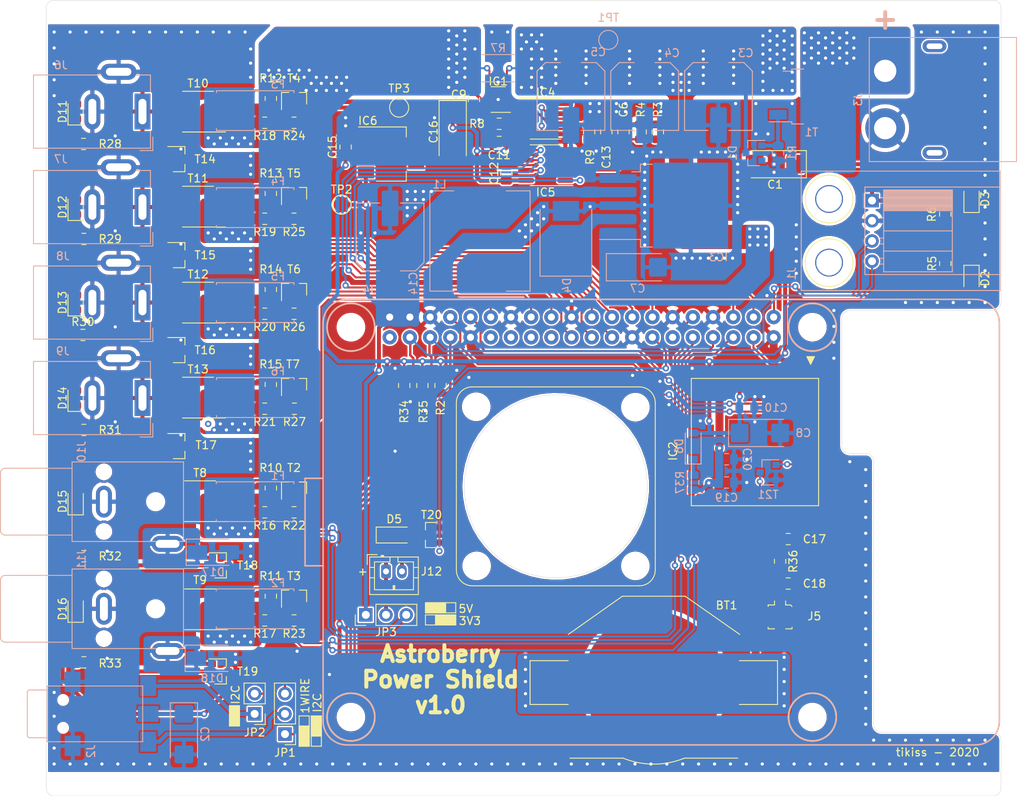
<source format=kicad_pcb>
(kicad_pcb (version 20171130) (host pcbnew "(5.1.6-0-10_14)")
  (layers (0 F.Cu signal) (31 B.Cu signal) (34 B.Paste user) (35 F.Paste user hide) (36 B.SilkS user) (37 F.SilkS user) (38 B.Mask user hide) (39 F.Mask user hide) (44 Edge.Cuts user))
  (net 0 "")
  (net 1 GND)
  (net 2 +3V3)
  (net 3 12V_AIN)
  (net 4 +12V)
  (net 5 +5V)
  (net 6 CURR_AIN)
  (net 7 DEW_CH1_PWR)
  (net 8 "Net-(D1-Pad2)")
  (net 9 DEW_CH2_PWR)
  (net 10 12V_CH1_PWR)
  (net 11 12V_CH2_PWR)
  (net 12 12V_CH3_PWR)
  (net 13 12V_CH4_PWR)
  (net 14 "Net-(IC1-Pad1)")
  (net 15 SDA)
  (net 16 SCL)
  (net 17 DEW_CH1)
  (net 18 DEW_CH2)
  (net 19 12V_CH1)
  (net 20 12V_CH2)
  (net 21 12V_CH3)
  (net 22 12V_CH4)
  (net 23 GPIO22)
  (net 24 "Net-(BT1-Pad1)")
  (net 25 UART_TX)
  (net 26 UART_RX)
  (net 27 3D_FIX)
  (net 28 SPI0_CLK)
  (net 29 SPI0_MISO)
  (net 30 SPI0_MOSI)
  (net 31 SPI0_CE0)
  (net 32 "Net-(D2-Pad1)")
  (net 33 "Net-(D4-Pad1)")
  (net 34 "Net-(IC4-Pad8)")
  (net 35 "Net-(IC4-Pad2)")
  (net 36 "Net-(IC4-Pad5)")
  (net 37 "Net-(IC4-Pad1)")
  (net 38 "Net-(D3-Pad1)")
  (net 39 "Net-(J3-Pad1)")
  (net 40 GPIO5)
  (net 41 "Net-(J4-Pad17)")
  (net 42 "Net-(J4-Pad1)")
  (net 43 "Net-(D11-Pad1)")
  (net 44 "Net-(D12-Pad1)")
  (net 45 "Net-(D13-Pad1)")
  (net 46 "Net-(D14-Pad1)")
  (net 47 "Net-(D15-Pad1)")
  (net 48 "Net-(D16-Pad1)")
  (net 49 GPIO27)
  (net 50 GPIO17)
  (net 51 "Net-(R28-Pad2)")
  (net 52 "Net-(R29-Pad2)")
  (net 53 "Net-(R30-Pad2)")
  (net 54 "Net-(R31-Pad2)")
  (net 55 "Net-(R32-Pad2)")
  (net 56 "Net-(R33-Pad2)")
  (net 57 ONE_WIRE)
  (net 58 DEW1_OUT)
  (net 59 DEW2_OUT)
  (net 60 CH1_OUT)
  (net 61 CH2_OUT)
  (net 62 CH3_OUT)
  (net 63 CH4_OUT)
  (net 64 VPP)
  (net 65 "Net-(F1-Pad2)")
  (net 66 "Net-(F2-Pad2)")
  (net 67 "Net-(F3-Pad1)")
  (net 68 "Net-(F4-Pad1)")
  (net 69 "Net-(F5-Pad1)")
  (net 70 "Net-(F6-Pad1)")
  (net 71 "Net-(R10-Pad1)")
  (net 72 "Net-(R11-Pad1)")
  (net 73 "Net-(R12-Pad1)")
  (net 74 "Net-(R13-Pad1)")
  (net 75 "Net-(R14-Pad1)")
  (net 76 "Net-(R15-Pad1)")
  (net 77 "Net-(D5-Pad2)")
  (net 78 DATA)
  (net 79 CLK)
  (net 80 FAN)
  (net 81 "Net-(D5-Pad1)")
  (net 82 "Net-(C17-Pad2)")
  (net 83 "Net-(C18-Pad2)")
  (net 84 "Net-(IC2-Pad6)")
  (net 85 "Net-(IC2-Pad10)")
  (net 86 "Net-(IC2-Pad9)")
  (net 87 "Net-(IC2-Pad8)")
  (net 88 "Net-(IC2-Pad7)")
  (net 89 "Net-(D6-Pad1)")
  (net 90 GPS_RST)
  (module MyRaspberry:Raspberry_pi_4_w_mounting_holes (layer F.Cu) (at 109 131)
    (fp_text reference J4 (at -18.4 -44.6) (layer B.SilkS) (effects (justify mirror)))
    (fp_text value "Raspberry Pi")
    (pad 39 thru_hole circle (at 32.43 -38.63) (size 1.8 1.8) (drill 0.9) (layers *.Cu *.Mask) (net 1 GND))
    (pad 37 thru_hole circle (at 29.89 -38.63) (size 1.8 1.8) (drill 0.9) (layers *.Cu *.Mask) (net 90 GPS_RST))
    (pad 35 thru_hole circle (at 27.35 -38.63) (size 1.8 1.8) (drill 0.9) (layers *.Cu *.Mask) (net 9 DEW_CH2_PWR))
    (pad 33 thru_hole circle (at 24.81 -38.63) (size 1.8 1.8) (drill 0.9) (layers *.Cu *.Mask) (net 18 DEW_CH2))
    (pad 31 thru_hole circle (at 22.27 -38.63) (size 1.8 1.8) (drill 0.9) (layers *.Cu *.Mask) (net 7 DEW_CH1_PWR))
    (pad 29 thru_hole circle (at 19.73 -38.63) (size 1.8 1.8) (drill 0.9) (layers *.Cu *.Mask) (net 40 GPIO5))
    (pad 27 thru_hole circle (at 17.19 -38.63) (size 1.8 1.8) (drill 0.9) (layers *.Cu *.Mask) (net 80 FAN))
    (pad 25 thru_hole circle (at 14.65 -38.63) (size 1.8 1.8) (drill 0.9) (layers *.Cu *.Mask) (net 1 GND))
    (pad 23 thru_hole circle (at 12.11 -38.63) (size 1.8 1.8) (drill 0.9) (layers *.Cu *.Mask) (net 28 SPI0_CLK))
    (pad 21 thru_hole circle (at 9.57 -38.63) (size 1.8 1.8) (drill 0.9) (layers *.Cu *.Mask) (net 29 SPI0_MISO))
    (pad 19 thru_hole circle (at 7.03 -38.63) (size 1.8 1.8) (drill 0.9) (layers *.Cu *.Mask) (net 30 SPI0_MOSI))
    (pad 17 thru_hole circle (at 4.49 -38.63) (size 1.8 1.8) (drill 0.9) (layers *.Cu *.Mask) (net 41 "Net-(J4-Pad17)"))
    (pad 15 thru_hole circle (at 1.95 -38.63) (size 1.8 1.8) (drill 0.9) (layers *.Cu *.Mask) (net 23 GPIO22))
    (pad 13 thru_hole circle (at -0.59 -38.63) (size 1.8 1.8) (drill 0.9) (layers *.Cu *.Mask) (net 49 GPIO27))
    (pad 11 thru_hole circle (at -3.13 -38.63) (size 1.8 1.8) (drill 0.9) (layers *.Cu *.Mask) (net 50 GPIO17))
    (pad 9 thru_hole circle (at -5.67 -38.63) (size 1.8 1.8) (drill 0.9) (layers *.Cu *.Mask) (net 1 GND))
    (pad 7 thru_hole circle (at -8.21 -38.63) (size 1.8 1.8) (drill 0.9) (layers *.Cu *.Mask) (net 57 ONE_WIRE))
    (pad 5 thru_hole circle (at -10.75 -38.63) (size 1.8 1.8) (drill 0.9) (layers *.Cu *.Mask) (net 16 SCL))
    (pad 3 thru_hole circle (at -13.29 -38.63) (size 1.8 1.8) (drill 0.9) (layers *.Cu *.Mask) (net 15 SDA))
    (pad 1 thru_hole circle (at -15.83 -38.63) (size 1.8 1.8) (drill 0.9) (layers *.Cu *.Mask) (net 42 "Net-(J4-Pad1)"))
    (pad 40 thru_hole circle (at 32.43 -41.17) (size 1.8 1.8) (drill 0.9) (layers *.Cu *.Mask) (net 27 3D_FIX))
    (pad 38 thru_hole circle (at 29.89 -41.17) (size 1.8 1.8) (drill 0.9) (layers *.Cu *.Mask) (net 19 12V_CH1))
    (pad 36 thru_hole circle (at 27.35 -41.17) (size 1.8 1.8) (drill 0.9) (layers *.Cu *.Mask) (net 10 12V_CH1_PWR))
    (pad 34 thru_hole circle (at 24.81 -41.17) (size 1.8 1.8) (drill 0.9) (layers *.Cu *.Mask) (net 1 GND))
    (pad 32 thru_hole circle (at 22.27 -41.17) (size 1.8 1.8) (drill 0.9) (layers *.Cu *.Mask) (net 17 DEW_CH1))
    (pad 30 thru_hole circle (at 19.73 -41.17) (size 1.8 1.8) (drill 0.9) (layers *.Cu *.Mask) (net 1 GND))
    (pad 28 thru_hole circle (at 17.19 -41.17) (size 1.8 1.8) (drill 0.9) (layers *.Cu *.Mask) (net 20 12V_CH2))
    (pad 26 thru_hole circle (at 14.65 -41.17) (size 1.8 1.8) (drill 0.9) (layers *.Cu *.Mask) (net 11 12V_CH2_PWR))
    (pad 24 thru_hole circle (at 12.11 -41.17) (size 1.8 1.8) (drill 0.9) (layers *.Cu *.Mask) (net 31 SPI0_CE0))
    (pad 22 thru_hole circle (at 9.57 -41.17) (size 1.8 1.8) (drill 0.9) (layers *.Cu *.Mask) (net 21 12V_CH3))
    (pad 20 thru_hole circle (at 7.03 -41.17) (size 1.8 1.8) (drill 0.9) (layers *.Cu *.Mask) (net 1 GND))
    (pad 18 thru_hole circle (at 4.49 -41.17) (size 1.8 1.8) (drill 0.9) (layers *.Cu *.Mask) (net 12 12V_CH3_PWR))
    (pad 16 thru_hole circle (at 1.95 -41.17) (size 1.8 1.8) (drill 0.9) (layers *.Cu *.Mask) (net 22 12V_CH4))
    (pad 14 thru_hole circle (at -0.59 -41.17) (size 1.8 1.8) (drill 0.9) (layers *.Cu *.Mask) (net 1 GND))
    (pad 12 thru_hole circle (at -3.13 -41.17) (size 1.8 1.8) (drill 0.9) (layers *.Cu *.Mask) (net 13 12V_CH4_PWR))
    (pad 10 thru_hole circle (at -5.67 -41.17) (size 1.8 1.8) (drill 0.9) (layers *.Cu *.Mask) (net 26 UART_RX))
    (pad 8 thru_hole circle (at -8.21 -41.17) (size 1.8 1.8) (drill 0.9) (layers *.Cu *.Mask) (net 25 UART_TX))
    (pad 6 thru_hole circle (at -10.75 -41.17) (size 1.8 1.8) (drill 0.9) (layers *.Cu *.Mask) (net 1 GND))
    (pad 4 thru_hole circle (at -13.29 -41.17) (size 1.8 1.8) (drill 0.9) (layers *.Cu *.Mask) (net 5 +5V))
    (pad 2 thru_hole circle (at -15.830001 -41.17) (size 1.8 1.8) (drill 0.9) (layers *.Cu *.Mask) (net 5 +5V))
    (pad "" np_thru_hole circle (at 37.3 -39.899999) (size 3.2 3.2) (drill 3.2) (layers *.Cu *.Mask))
    (pad "" np_thru_hole circle (at 37.3 9.100001) (size 3.2 3.2) (drill 3.2) (layers *.Cu *.Mask))
    (pad "" np_thru_hole circle (at -20.7 9.100001) (size 3.2 3.2) (drill 3.2) (layers *.Cu *.Mask))
    (pad "" np_thru_hole circle (at -20.7 -39.9) (size 3.2 3.2) (drill 3.2) (layers *.Cu *.Mask))
  )
  (module MyMechanic:BME280_holder (layer B.Cu) (at 153.797 75.184 180)
    (fp_text reference J1 (at 10.1 -9.2 270) (layer B.SilkS) (effects (justify mirror)))
    (fp_text value BME280)
    (pad "" np_thru_hole circle (at 5.4 -7.8 180) (size 3.5 3.5) (drill 3.2) (layers *.Cu *.Mask) (clearance 1.6))
    (pad "" np_thru_hole circle (at 5.4 0.2 180) (size 3.5 3.5) (drill 3.2) (layers *.Cu *.Mask) (clearance 1.6))
    (pad 1 thru_hole rect (at 0 0 180) (size 1.7 1.7) (drill 1) (layers *.Cu *.Mask) (net 2 +3V3))
    (pad 2 thru_hole oval (at 0 -2.54 180) (size 1.7 1.7) (drill 1) (layers *.Cu *.Mask) (net 1 GND))
    (pad 3 thru_hole oval (at 0 -5.08 180) (size 1.7 1.7) (drill 1) (layers *.Cu *.Mask) (net 16 SCL))
    (pad 4 thru_hole oval (at 0 -7.62 180) (size 1.7 1.7) (drill 1) (layers *.Cu *.Mask) (net 15 SDA))
  )
  (module Package_TO_SOT_SMD:SOT-23 (layer B.Cu) (at 140.716 109.347 180)
    (fp_text reference T21 (at 0 -2.794) (layer B.SilkS) (effects (justify mirror)))
    (fp_text value DTC114E)
    (pad 3 smd rect (at 1 0 180) (size 0.9 0.8) (layers B.Cu B.Paste B.Mask) (net 85 "Net-(IC2-Pad10)"))
    (pad 2 smd rect (at -1 -0.95 180) (size 0.9 0.8) (layers B.Cu B.Paste B.Mask) (net 1 GND))
    (pad 1 smd rect (at -1 0.95 180) (size 0.9 0.8) (layers B.Cu B.Paste B.Mask) (net 90 GPS_RST))
  )
  (module Resistor_SMD:R_0805_2012Metric (layer B.Cu) (at 131.318 110.617 90)
    (fp_text reference R37 (at 0 -1.651 270) (layer B.SilkS) (effects (justify mirror)))
    (fp_text value 1k)
    (pad 2 smd roundrect (at 0.9375 0 90) (size 0.975 1.4) (layers B.Cu B.Paste B.Mask) (net 89 "Net-(D6-Pad1)"))
    (pad 1 smd roundrect (at -0.9375 0 90) (size 0.975 1.4) (layers B.Cu B.Paste B.Mask) (net 24 "Net-(BT1-Pad1)"))
  )
  (module Diode_SMD:D_SOD-123 (layer B.Cu) (at 131.318 106.045 90)
    (fp_text reference D6 (at 0 -1.778 270) (layer B.SilkS) (effects (justify mirror)))
    (fp_text value BAT42W-V)
    (pad 2 smd rect (at 1.65 0 90) (size 0.9 1.2) (layers B.Cu B.Paste B.Mask) (net 2 +3V3))
    (pad 1 smd rect (at -1.65 0 90) (size 0.9 1.2) (layers B.Cu B.Paste B.Mask) (net 89 "Net-(D6-Pad1)"))
  )
  (module Capacitor_SMD:C_0805_2012Metric (layer B.Cu) (at 135.509 107.696 180)
    (fp_text reference C20 (at -2.667 0 90) (layer B.SilkS) (effects (justify mirror)))
    (fp_text value 100n)
    (pad 2 smd roundrect (at 0.9375 0 180) (size 0.975 1.4) (layers B.Cu B.Paste B.Mask) (net 24 "Net-(BT1-Pad1)"))
    (pad 1 smd roundrect (at -0.9375 0 180) (size 0.975 1.4) (layers B.Cu B.Paste B.Mask) (net 1 GND))
  )
  (module Capacitor_SMD:C_0805_2012Metric (layer B.Cu) (at 135.509 110.617 180)
    (fp_text reference C19 (at 0 -1.905) (layer B.SilkS) (effects (justify mirror)))
    (fp_text value 4,7u)
    (pad 2 smd roundrect (at 0.9375 0 180) (size 0.975 1.4) (layers B.Cu B.Paste B.Mask) (net 24 "Net-(BT1-Pad1)"))
    (pad 1 smd roundrect (at -0.9375 0 180) (size 0.975 1.4) (layers B.Cu B.Paste B.Mask) (net 1 GND))
  )
  (module Resistor_SMD:R_0805_2012Metric (layer F.Cu) (at 142.24 120.523 270)
    (fp_text reference R36 (at 0 -1.65 90) (layer F.SilkS))
    (fp_text value 0)
    (pad 2 smd roundrect (at 0.9375 0 270) (size 0.975 1.4) (layers F.Cu F.Paste F.Mask) (net 83 "Net-(C18-Pad2)"))
    (pad 1 smd roundrect (at -0.9375 0 270) (size 0.975 1.4) (layers F.Cu F.Paste F.Mask) (net 82 "Net-(C17-Pad2)"))
  )
  (module MyGPS:L80-M39 (layer F.Cu) (at 132.08 113.284 90)
    (fp_text reference IC2 (at 6.604 -3.302 90) (layer F.SilkS))
    (fp_text value L80-M39)
    (pad 6 smd oval (at 15.5 0 90) (size 2.5 1) (layers F.Cu F.Paste F.Mask) (net 84 "Net-(IC2-Pad6)"))
    (pad 5 smd oval (at 15.5 2.54 90) (size 2.5 1) (layers F.Cu F.Paste F.Mask) (net 24 "Net-(BT1-Pad1)"))
    (pad 4 smd oval (at 15.5 5.08 90) (size 2.5 1) (layers F.Cu F.Paste F.Mask) (net 2 +3V3))
    (pad 3 smd oval (at 15.5 7.62 90) (size 2.5 1) (layers F.Cu F.Paste F.Mask) (net 1 GND))
    (pad 2 smd oval (at 15.5 10.16 90) (size 2.5 1) (layers F.Cu F.Paste F.Mask) (net 26 UART_RX))
    (pad 1 smd oval (at 15.5 12.7 90) (size 2.5 1) (layers F.Cu F.Paste F.Mask) (net 25 UART_TX))
    (pad 12 smd oval (at 0 12.7 90) (size 2.5 1) (layers F.Cu F.Paste F.Mask) (net 1 GND))
    (pad 11 smd oval (at 0 10.16 90) (size 2.5 1) (layers F.Cu F.Paste F.Mask) (net 82 "Net-(C17-Pad2)"))
    (pad 10 smd oval (at 0 7.62 90) (size 2.5 1) (layers F.Cu F.Paste F.Mask) (net 85 "Net-(IC2-Pad10)"))
    (pad 9 smd oval (at 0 5.08 90) (size 2.5 1) (layers F.Cu F.Paste F.Mask) (net 86 "Net-(IC2-Pad9)"))
    (pad 8 smd oval (at 0 2.54 90) (size 2.5 1) (layers F.Cu F.Paste F.Mask) (net 87 "Net-(IC2-Pad8)"))
    (pad 7 smd oval (at 0 0 90) (size 2.5 1) (layers F.Cu F.Paste F.Mask) (net 88 "Net-(IC2-Pad7)"))
  )
  (module Capacitor_SMD:C_0805_2012Metric (layer F.Cu) (at 143.256 123.317 180)
    (fp_text reference C18 (at -3.302 0) (layer F.SilkS))
    (fp_text value n.a.)
    (pad 2 smd roundrect (at 0.9375 0 180) (size 0.975 1.4) (layers F.Cu F.Paste F.Mask) (net 83 "Net-(C18-Pad2)"))
    (pad 1 smd roundrect (at -0.9375 0 180) (size 0.975 1.4) (layers F.Cu F.Paste F.Mask) (net 1 GND))
  )
  (module Capacitor_SMD:C_0805_2012Metric (layer F.Cu) (at 143.256 117.729 180)
    (fp_text reference C17 (at -3.302 0) (layer F.SilkS))
    (fp_text value n.a.)
    (pad 2 smd roundrect (at 0.9375 0 180) (size 0.975 1.4) (layers F.Cu F.Paste F.Mask) (net 82 "Net-(C17-Pad2)"))
    (pad 1 smd roundrect (at -0.9375 0 180) (size 0.975 1.4) (layers F.Cu F.Paste F.Mask) (net 1 GND))
  )
  (module Resistor_SMD:R_0805_2012Metric (layer F.Cu) (at 97.282 98.425 90)
    (fp_text reference R35 (at -3.302 0.127 90) (layer F.SilkS))
    (fp_text value 4k7)
    (pad 2 smd roundrect (at 0.9375 0 90) (size 0.975 1.4) (layers F.Cu F.Paste F.Mask) (net 2 +3V3))
    (pad 1 smd roundrect (at -0.9375 0 90) (size 0.975 1.4) (layers F.Cu F.Paste F.Mask) (net 16 SCL))
  )
  (module Resistor_SMD:R_0805_2012Metric (layer F.Cu) (at 94.996 98.425 90)
    (fp_text reference R34 (at -3.302 0 90) (layer F.SilkS))
    (fp_text value 4k7)
    (pad 2 smd roundrect (at 0.9375 0 90) (size 0.975 1.4) (layers F.Cu F.Paste F.Mask) (net 2 +3V3))
    (pad 1 smd roundrect (at -0.9375 0 90) (size 0.975 1.4) (layers F.Cu F.Paste F.Mask) (net 15 SDA))
  )
  (module Resistor_SMD:R_0805_2012Metric (layer F.Cu) (at 99.568 98.425 90)
    (fp_text reference R2 (at -2.794 0 90) (layer F.SilkS))
    (fp_text value 4k7)
    (pad 2 smd roundrect (at 0.9375 0 90) (size 0.975 1.4) (layers F.Cu F.Paste F.Mask) (net 2 +3V3))
    (pad 1 smd roundrect (at -0.9375 0 90) (size 0.975 1.4) (layers F.Cu F.Paste F.Mask) (net 57 ONE_WIRE))
  )
  (module Connector_PinHeader_2.54mm:PinHeader_1x03_P2.54mm_Vertical (layer F.Cu) (at 90.17 127.254 90)
    (fp_text reference JP3 (at -2.159 2.54) (layer F.SilkS))
    (fp_text value 5V/3V3)
    (pad 3 thru_hole oval (at 0 5.08 90) (size 1.7 1.7) (drill 1) (layers *.Cu *.Mask) (net 2 +3V3))
    (pad 2 thru_hole oval (at 0 2.54 90) (size 1.7 1.7) (drill 1) (layers *.Cu *.Mask) (net 81 "Net-(D5-Pad1)"))
    (pad 1 thru_hole rect (at 0 0 90) (size 1.7 1.7) (drill 1) (layers *.Cu *.Mask) (net 5 +5V))
  )
  (module Diode_SMD:D_SOD-123 (layer F.Cu) (at 93.726 117.221)
    (fp_text reference D5 (at 0 -2) (layer F.SilkS))
    (fp_text value BAT42W-V)
    (pad 2 smd rect (at 1.65 0) (size 0.9 1.2) (layers F.Cu F.Paste F.Mask) (net 77 "Net-(D5-Pad2)"))
    (pad 1 smd rect (at -1.65 0) (size 0.9 1.2) (layers F.Cu F.Paste F.Mask) (net 81 "Net-(D5-Pad1)"))
  )
  (module Package_TO_SOT_SMD:SOT-23 (layer F.Cu) (at 98.425 117.221 180)
    (fp_text reference T20 (at 0 2.54) (layer F.SilkS))
    (fp_text value "FDN 357N")
    (pad 3 smd rect (at 1 0 180) (size 0.9 0.8) (layers F.Cu F.Paste F.Mask) (net 77 "Net-(D5-Pad2)"))
    (pad 2 smd rect (at -1 0.95 180) (size 0.9 0.8) (layers F.Cu F.Paste F.Mask) (net 1 GND))
    (pad 1 smd rect (at -1 -0.95 180) (size 0.9 0.8) (layers F.Cu F.Paste F.Mask) (net 80 FAN))
  )
  (module Connector_JST:JST_PH_B2B-PH-K_1x02_P2.00mm_Vertical (layer F.Cu) (at 92.71 121.793)
    (fp_text reference J12 (at 5.715 0) (layer F.SilkS))
    (fp_text value FAN)
    (pad 2 thru_hole oval (at 2 0) (size 1.2 1.75) (drill 0.75) (layers *.Cu *.Mask) (net 77 "Net-(D5-Pad2)"))
    (pad 1 thru_hole roundrect (at 0 0) (size 1.2 1.75) (drill 0.75) (layers *.Cu *.Mask) (roundrect_rratio 0.208333) (net 81 "Net-(D5-Pad1)"))
  )
  (module MountingHole:MountingHole_3.2mm_M3 (layer F.Cu) (at 124.05 121.1)
    (fp_text reference H6 hide)
    (fp_text value Fan)
    (pad 1 np_thru_hole circle (at 0 0) (size 3.2 3.2) (drill 3.2) (layers *.Cu *.Mask))
  )
  (module MountingHole:MountingHole_3.2mm_M3 (layer F.Cu) (at 124.05 101.15)
    (fp_text reference H5 hide)
    (fp_text value Fan)
    (pad 1 np_thru_hole circle (at 0 0) (size 3.2 3.2) (drill 3.2) (layers *.Cu *.Mask))
  )
  (module MountingHole:MountingHole_3.2mm_M3 (layer F.Cu) (at 104.1 121.1)
    (fp_text reference H4 hide)
    (fp_text value Fan)
    (pad 1 np_thru_hole circle (at 0 0) (size 3.2 3.2) (drill 3.2) (layers *.Cu *.Mask))
  )
  (module MountingHole:MountingHole_3.2mm_M3 (layer F.Cu) (at 104.05 101.1)
    (fp_text reference H3 hide)
    (fp_text value Fan)
    (pad 1 np_thru_hole circle (at 0 0) (size 3.2 3.2) (drill 3.2) (layers *.Cu *.Mask))
  )
  (module Connector_PinHeader_2.54mm:PinHeader_1x02_P2.54mm_Vertical (layer F.Cu) (at 76.2 139.7 180)
    (fp_text reference JP2 (at 0 -2.33) (layer F.SilkS))
    (fp_text value I2C_CLK)
    (pad 2 thru_hole oval (at 0 2.54 180) (size 1.7 1.7) (drill 1) (layers *.Cu *.Mask) (net 16 SCL))
    (pad 1 thru_hole rect (at 0 0 180) (size 1.7 1.7) (drill 1) (layers *.Cu *.Mask) (net 79 CLK))
  )
  (module Connector_PinHeader_2.54mm:PinHeader_1x03_P2.54mm_Vertical (layer F.Cu) (at 80.01 142.24 180)
    (fp_text reference JP1 (at 0 -2.33) (layer F.SilkS))
    (fp_text value 1WIRE/I2C)
    (pad 3 thru_hole oval (at 0 5.08 180) (size 1.7 1.7) (drill 1) (layers *.Cu *.Mask) (net 15 SDA))
    (pad 2 thru_hole oval (at 0 2.54 180) (size 1.7 1.7) (drill 1) (layers *.Cu *.Mask) (net 78 DATA))
    (pad 1 thru_hole rect (at 0 0 180) (size 1.7 1.7) (drill 1) (layers *.Cu *.Mask) (net 57 ONE_WIRE))
  )
  (module MyConnectors:LUM_1503_13 (layer B.Cu) (at 47.625 139.7 270)
    (fp_text reference J2 (at 4.699 -8.001 270) (layer B.SilkS) (effects (justify mirror)))
    (fp_text value I2C/1WIRE)
    (pad 2 smd rect (at 3.5 -15.2 270) (size 2.5 2) (layers B.Cu B.Paste B.Mask) (net 78 DATA))
    (pad 1 smd rect (at 0 -15.2 270) (size 2 2.6) (layers B.Cu B.Paste B.Mask) (net 2 +3V3))
    (pad 3 smd rect (at -3.5 -15.2 270) (size 2.5 2) (layers B.Cu B.Paste B.Mask) (net 79 CLK))
    (pad 4 smd rect (at 4.025 -5.7 270) (size 2.55 2) (layers B.Cu B.Paste B.Mask) (net 1 GND))
    (pad 4 smd rect (at -4.025 -5.7 270) (size 2.55 2) (layers B.Cu B.Paste B.Mask) (net 1 GND))
    (pad "" np_thru_hole circle (at 1.75 -4.5 270) (size 1.1 1.1) (drill 1.1) (layers *.Cu *.Mask))
    (pad "" np_thru_hole circle (at -1.75 -4.5 270) (size 1.1 1.1) (drill 1.1) (layers *.Cu *.Mask))
  )
  (module Capacitor_Tantalum_SMD:CP_EIA-6032-28_Kemet-C_Pad2.25x2.35mm_HandSolder (layer F.Cu) (at 101.092 66.548 270)
    (fp_text reference C16 (at 0 2.413 90) (layer F.SilkS))
    (fp_text value 10u)
    (pad 2 smd roundrect (at 2.55 0 270) (size 2.25 2.35) (layers F.Cu F.Paste F.Mask) (roundrect_rratio 0.111111) (net 1 GND))
    (pad 1 smd roundrect (at -2.55 0 270) (size 2.25 2.35) (layers F.Cu F.Paste F.Mask) (roundrect_rratio 0.111111) (net 2 +3V3))
  )
  (module Package_TO_SOT_SMD:SOT-223 (layer F.Cu) (at 93.345 69.342)
    (fp_text reference IC6 (at -2.921 -4.191 180) (layer F.SilkS))
    (fp_text value LM1117-3.3)
    (pad 4 smd rect (at 3.15 0) (size 2 3.8) (layers F.Cu F.Paste F.Mask))
    (pad 2 smd rect (at -3.15 0) (size 2 1.5) (layers F.Cu F.Paste F.Mask) (net 2 +3V3))
    (pad 3 smd rect (at -3.15 2.3) (size 2 1.5) (layers F.Cu F.Paste F.Mask) (net 5 +5V))
    (pad 1 smd rect (at -3.15 -2.3) (size 2 1.5) (layers F.Cu F.Paste F.Mask) (net 1 GND))
  )
  (module Diode_SMD:D_SMA (layer B.Cu) (at 70.866 132.715)
    (fp_text reference D18 (at 0 2.5) (layer B.SilkS) (effects (justify mirror)))
    (fp_text value "SK 34SMA")
    (pad 2 smd rect (at 2 0) (size 2.5 1.8) (layers B.Cu B.Paste B.Mask) (net 1 GND))
    (pad 1 smd rect (at -2 0) (size 2.5 1.8) (layers B.Cu B.Paste B.Mask) (net 59 DEW2_OUT))
  )
  (module Diode_SMD:D_SMA (layer B.Cu) (at 70.993 119.38)
    (fp_text reference D17 (at 0 2.5) (layer B.SilkS) (effects (justify mirror)))
    (fp_text value "SK 34SMA")
    (pad 2 smd rect (at 2 0) (size 2.5 1.8) (layers B.Cu B.Paste B.Mask) (net 1 GND))
    (pad 1 smd rect (at -2 0) (size 2.5 1.8) (layers B.Cu B.Paste B.Mask) (net 58 DEW1_OUT))
  )
  (module Package_TO_SOT_SMD:SOT-23 (layer F.Cu) (at 71.882 134.366)
    (fp_text reference T19 (at 3.429 0) (layer F.SilkS))
    (fp_text value DTC114E)
    (pad 3 smd rect (at 1 0) (size 0.9 0.8) (layers F.Cu F.Paste F.Mask) (net 56 "Net-(R33-Pad2)"))
    (pad 2 smd rect (at -1 0.95) (size 0.9 0.8) (layers F.Cu F.Paste F.Mask) (net 1 GND))
    (pad 1 smd rect (at -1 -0.95) (size 0.9 0.8) (layers F.Cu F.Paste F.Mask) (net 59 DEW2_OUT))
  )
  (module Package_TO_SOT_SMD:SOT-23 (layer F.Cu) (at 71.882 121.031)
    (fp_text reference T18 (at 3.429 0) (layer F.SilkS))
    (fp_text value DTC114E)
    (pad 3 smd rect (at 1 0) (size 0.9 0.8) (layers F.Cu F.Paste F.Mask) (net 55 "Net-(R32-Pad2)"))
    (pad 2 smd rect (at -1 0.95) (size 0.9 0.8) (layers F.Cu F.Paste F.Mask) (net 1 GND))
    (pad 1 smd rect (at -1 -0.95) (size 0.9 0.8) (layers F.Cu F.Paste F.Mask) (net 58 DEW1_OUT))
  )
  (module Package_TO_SOT_SMD:SOT-23 (layer F.Cu) (at 66.675 106.045)
    (fp_text reference T17 (at 3.429 -0.127) (layer F.SilkS))
    (fp_text value DTC114E)
    (pad 3 smd rect (at 1 0) (size 0.9 0.8) (layers F.Cu F.Paste F.Mask) (net 54 "Net-(R31-Pad2)"))
    (pad 2 smd rect (at -1 0.95) (size 0.9 0.8) (layers F.Cu F.Paste F.Mask) (net 1 GND))
    (pad 1 smd rect (at -1 -0.95) (size 0.9 0.8) (layers F.Cu F.Paste F.Mask) (net 63 CH4_OUT))
  )
  (module Package_TO_SOT_SMD:SOT-23 (layer F.Cu) (at 66.675 93.98)
    (fp_text reference T16 (at 3.302 0) (layer F.SilkS))
    (fp_text value DTC114E)
    (pad 3 smd rect (at 1 0) (size 0.9 0.8) (layers F.Cu F.Paste F.Mask) (net 53 "Net-(R30-Pad2)"))
    (pad 2 smd rect (at -1 0.95) (size 0.9 0.8) (layers F.Cu F.Paste F.Mask) (net 1 GND))
    (pad 1 smd rect (at -1 -0.95) (size 0.9 0.8) (layers F.Cu F.Paste F.Mask) (net 62 CH3_OUT))
  )
  (module Package_TO_SOT_SMD:SOT-23 (layer F.Cu) (at 66.675 82.042)
    (fp_text reference T15 (at 3.302 0) (layer F.SilkS))
    (fp_text value DTC114E)
    (pad 3 smd rect (at 1 0) (size 0.9 0.8) (layers F.Cu F.Paste F.Mask) (net 52 "Net-(R29-Pad2)"))
    (pad 2 smd rect (at -1 0.95) (size 0.9 0.8) (layers F.Cu F.Paste F.Mask) (net 1 GND))
    (pad 1 smd rect (at -1 -0.95) (size 0.9 0.8) (layers F.Cu F.Paste F.Mask) (net 61 CH2_OUT))
  )
  (module Package_TO_SOT_SMD:SOT-23 (layer F.Cu) (at 66.675 69.977)
    (fp_text reference T14 (at 3.302 0) (layer F.SilkS))
    (fp_text value DTC114E)
    (pad 3 smd rect (at 1 0) (size 0.9 0.8) (layers F.Cu F.Paste F.Mask) (net 51 "Net-(R28-Pad2)"))
    (pad 2 smd rect (at -1 0.95) (size 0.9 0.8) (layers F.Cu F.Paste F.Mask) (net 1 GND))
    (pad 1 smd rect (at -1 -0.95) (size 0.9 0.8) (layers F.Cu F.Paste F.Mask) (net 60 CH1_OUT))
  )
  (module Resistor_SMD:R_0805_2012Metric (layer F.Cu) (at 54.737 133.223)
    (fp_text reference R33 (at 3.302 0.127) (layer F.SilkS))
    (fp_text value 150)
    (pad 2 smd roundrect (at 0.9375 0) (size 0.975 1.4) (layers F.Cu F.Paste F.Mask) (net 56 "Net-(R33-Pad2)"))
    (pad 1 smd roundrect (at -0.9375 0) (size 0.975 1.4) (layers F.Cu F.Paste F.Mask) (net 48 "Net-(D16-Pad1)"))
  )
  (module Resistor_SMD:R_0805_2012Metric (layer F.Cu) (at 54.737 119.888)
    (fp_text reference R32 (at 3.302 0) (layer F.SilkS))
    (fp_text value 150)
    (pad 2 smd roundrect (at 0.9375 0) (size 0.975 1.4) (layers F.Cu F.Paste F.Mask) (net 55 "Net-(R32-Pad2)"))
    (pad 1 smd roundrect (at -0.9375 0) (size 0.975 1.4) (layers F.Cu F.Paste F.Mask) (net 47 "Net-(D15-Pad1)"))
  )
  (module Resistor_SMD:R_0805_2012Metric (layer F.Cu) (at 54.737 104.013)
    (fp_text reference R31 (at 3.302 0) (layer F.SilkS))
    (fp_text value 150)
    (pad 2 smd roundrect (at 0.9375 0) (size 0.975 1.4) (layers F.Cu F.Paste F.Mask) (net 54 "Net-(R31-Pad2)"))
    (pad 1 smd roundrect (at -0.9375 0) (size 0.975 1.4) (layers F.Cu F.Paste F.Mask) (net 46 "Net-(D14-Pad1)"))
  )
  (module Resistor_SMD:R_0805_2012Metric (layer F.Cu) (at 54.61 92.075)
    (fp_text reference R30 (at 0 -1.65) (layer F.SilkS))
    (fp_text value 150)
    (pad 2 smd roundrect (at 0.9375 0) (size 0.975 1.4) (layers F.Cu F.Paste F.Mask) (net 53 "Net-(R30-Pad2)"))
    (pad 1 smd roundrect (at -0.9375 0) (size 0.975 1.4) (layers F.Cu F.Paste F.Mask) (net 45 "Net-(D13-Pad1)"))
  )
  (module Resistor_SMD:R_0805_2012Metric (layer F.Cu) (at 54.737 80.01)
    (fp_text reference R29 (at 3.302 0) (layer F.SilkS))
    (fp_text value 150)
    (pad 2 smd roundrect (at 0.9375 0) (size 0.975 1.4) (layers F.Cu F.Paste F.Mask) (net 52 "Net-(R29-Pad2)"))
    (pad 1 smd roundrect (at -0.9375 0) (size 0.975 1.4) (layers F.Cu F.Paste F.Mask) (net 44 "Net-(D12-Pad1)"))
  )
  (module Resistor_SMD:R_0805_2012Metric (layer F.Cu) (at 54.6885 68.072)
    (fp_text reference R28 (at 3.3505 0) (layer F.SilkS))
    (fp_text value 150)
    (pad 2 smd roundrect (at 0.9375 0) (size 0.975 1.4) (layers F.Cu F.Paste F.Mask) (net 51 "Net-(R28-Pad2)"))
    (pad 1 smd roundrect (at -0.9375 0) (size 0.975 1.4) (layers F.Cu F.Paste F.Mask) (net 43 "Net-(D11-Pad1)"))
  )
  (module LED_SMD:LED_0805_2012Metric (layer F.Cu) (at 53.7 126.5 90)
    (fp_text reference D16 (at 0 -1.65 90) (layer F.SilkS))
    (fp_text value DEW2)
    (pad 2 smd roundrect (at 0.9375 0 90) (size 0.975 1.4) (layers F.Cu F.Paste F.Mask) (net 2 +3V3))
    (pad 1 smd roundrect (at -0.9375 0 90) (size 0.975 1.4) (layers F.Cu F.Paste F.Mask) (net 48 "Net-(D16-Pad1)"))
  )
  (module LED_SMD:LED_0805_2012Metric (layer F.Cu) (at 53.7 113 90)
    (fp_text reference D15 (at 0 -1.65 90) (layer F.SilkS))
    (fp_text value DEW1)
    (pad 2 smd roundrect (at 0.9375 0 90) (size 0.975 1.4) (layers F.Cu F.Paste F.Mask) (net 2 +3V3))
    (pad 1 smd roundrect (at -0.9375 0 90) (size 0.975 1.4) (layers F.Cu F.Paste F.Mask) (net 47 "Net-(D15-Pad1)"))
  )
  (module LED_SMD:LED_0805_2012Metric (layer F.Cu) (at 53.7 100 90)
    (fp_text reference D14 (at 0 -1.65 90) (layer F.SilkS))
    (fp_text value CH4)
    (pad 2 smd roundrect (at 0.9375 0 90) (size 0.975 1.4) (layers F.Cu F.Paste F.Mask) (net 2 +3V3))
    (pad 1 smd roundrect (at -0.9375 0 90) (size 0.975 1.4) (layers F.Cu F.Paste F.Mask) (net 46 "Net-(D14-Pad1)"))
  )
  (module LED_SMD:LED_0805_2012Metric (layer F.Cu) (at 53.7 88 90)
    (fp_text reference D13 (at 0 -1.65 90) (layer F.SilkS))
    (fp_text value CH3)
    (pad 2 smd roundrect (at 0.9375 0 90) (size 0.975 1.4) (layers F.Cu F.Paste F.Mask) (net 2 +3V3))
    (pad 1 smd roundrect (at -0.9375 0 90) (size 0.975 1.4) (layers F.Cu F.Paste F.Mask) (net 45 "Net-(D13-Pad1)"))
  )
  (module LED_SMD:LED_0805_2012Metric (layer F.Cu) (at 53.7 76 90)
    (fp_text reference D12 (at 0 -1.65 90) (layer F.SilkS))
    (fp_text value CH2)
    (pad 2 smd roundrect (at 0.9375 0 90) (size 0.975 1.4) (layers F.Cu F.Paste F.Mask) (net 2 +3V3))
    (pad 1 smd roundrect (at -0.9375 0 90) (size 0.975 1.4) (layers F.Cu F.Paste F.Mask) (net 44 "Net-(D12-Pad1)"))
  )
  (module LED_SMD:LED_0805_2012Metric (layer F.Cu) (at 53.7 64 90)
    (fp_text reference D11 (at 0 -1.65 90) (layer F.SilkS))
    (fp_text value CH1)
    (pad 2 smd roundrect (at 0.9375 0 90) (size 0.975 1.4) (layers F.Cu F.Paste F.Mask) (net 2 +3V3))
    (pad 1 smd roundrect (at -0.9375 0 90) (size 0.975 1.4) (layers F.Cu F.Paste F.Mask) (net 43 "Net-(D11-Pad1)"))
  )
  (module TestPoint:TestPoint_Pad_D2.0mm (layer F.Cu) (at 87.122 75.692)
    (fp_text reference TP2 (at 0 -1.905) (layer F.SilkS))
    (fp_text value 5V)
    (pad 1 smd circle (at 0 0) (size 2 2) (layers F.Cu F.Mask) (net 5 +5V))
  )
  (module Inductor_SMD:L_12x12mm_H8mm (layer B.Cu) (at 104.521 80.264 90)
    (fp_text reference L1 (at 7.112 -5.08 180) (layer B.SilkS) (effects (justify mirror)))
    (fp_text value 33u)
    (pad 2 smd rect (at 4.95 0 90) (size 2.9 5.4) (layers B.Cu B.Paste B.Mask) (net 5 +5V))
    (pad 1 smd rect (at -4.95 0 90) (size 2.9 5.4) (layers B.Cu B.Paste B.Mask) (net 33 "Net-(D4-Pad1)"))
  )
  (module Package_TO_SOT_SMD:TO-263-5_TabPin3 (layer B.Cu) (at 127.635 75.819)
    (fp_text reference IC3 (at 6.858 6.477) (layer B.SilkS) (effects (justify mirror)))
    (fp_text value LM2596S-5)
    (pad 1 smd rect (at -5.775 3.4) (size 4.6 1.1) (layers B.Cu B.Paste B.Mask) (net 4 +12V))
    (pad 2 smd rect (at -5.775 1.7) (size 4.6 1.1) (layers B.Cu B.Paste B.Mask) (net 33 "Net-(D4-Pad1)"))
    (pad 3 smd rect (at -5.775 0) (size 4.6 1.1) (layers B.Cu B.Paste B.Mask) (net 1 GND))
    (pad 4 smd rect (at -5.775 -1.7) (size 4.6 1.1) (layers B.Cu B.Paste B.Mask) (net 5 +5V))
    (pad 5 smd rect (at -5.775 -3.4) (size 4.6 1.1) (layers B.Cu B.Paste B.Mask) (net 1 GND))
    (pad 3 smd rect (at 3.375 0) (size 9.4 10.8) (layers B.Cu B.Mask) (net 1 GND))
  )
  (module Diode_SMD:D_SMC (layer B.Cu) (at 115.316 79.883 90)
    (fp_text reference D4 (at -5.969 0.127 90) (layer B.SilkS) (effects (justify mirror)))
    (fp_text value SK54C)
    (pad 2 smd rect (at 3.4 0) (size 3.3 2.5) (layers B.Cu B.Paste B.Mask) (net 1 GND))
    (pad 1 smd rect (at -3.4 0) (size 3.3 2.5) (layers B.Cu B.Paste B.Mask) (net 33 "Net-(D4-Pad1)"))
  )
  (module Capacitor_SMD:C_Elec_8x10.2 (layer B.Cu) (at 93.218 79.756 90)
    (fp_text reference C14 (at -5.842 2.921 90) (layer B.SilkS) (effects (justify mirror)))
    (fp_text value 330u)
    (pad 2 smd roundrect (at 3.6 0 90) (size 4.5 2.1) (layers B.Cu B.Paste B.Mask) (roundrect_rratio 0.119048) (net 1 GND))
    (pad 1 smd roundrect (at -3.6 0 90) (size 4.5 2.1) (layers B.Cu B.Paste B.Mask) (roundrect_rratio 0.119048) (net 5 +5V))
  )
  (module MyConnectors:XT60PW-M20 (layer B.Cu) (at 155.448 62.484 270)
    (fp_text reference J3 (at 0 3.4 270) (layer B.SilkS) (effects (justify mirror)))
    (fp_text value Power)
    (pad 1 thru_hole circle (at -3.6 0 270) (size 5 5) (drill 2.8) (layers *.Cu *.Mask) (net 39 "Net-(J3-Pad1)"))
    (pad 2 thru_hole circle (at 3.6 0 270) (size 5 5) (drill 2.8) (layers *.Cu *.Mask) (net 1 GND))
    (pad 3 thru_hole oval (at -6.7 -6.2 270) (size 1.5 3) (drill oval 0.7 2) (layers *.Cu *.Mask))
    (pad 4 thru_hole oval (at 6.7 -6.2 270) (size 1.5 3) (drill oval 0.7 2) (layers *.Cu *.Mask))
  )
  (module Battery:BatteryHolder_Keystone_3002_1x2032 (layer F.Cu) (at 126.365 135.763 180)
    (fp_text reference BT1 (at -9.15 9.7) (layer F.SilkS))
    (fp_text value CR2032)
    (pad 2 smd circle (at 0 0 180) (size 17.8 17.8) (layers F.Cu F.Mask) (net 1 GND))
    (pad 1 smd rect (at -12.8 0 180) (size 5.1 5.1) (layers F.Cu F.Paste F.Mask) (net 24 "Net-(BT1-Pad1)"))
    (pad 1 smd rect (at 12.8 0 180) (size 5.1 5.1) (layers F.Cu F.Paste F.Mask) (net 24 "Net-(BT1-Pad1)"))
  )
  (module Package_SO:SOIC-8_3.9x4.9mm_P1.27mm (layer F.Cu) (at 112.776 70.739 180)
    (fp_text reference IC5 (at 0 -3.4) (layer F.SilkS))
    (fp_text value MCP3202)
    (pad 8 smd roundrect (at 2.475 -1.905 180) (size 1.95 0.6) (layers F.Cu F.Paste F.Mask) (net 2 +3V3))
    (pad 7 smd roundrect (at 2.475 -0.635 180) (size 1.95 0.6) (layers F.Cu F.Paste F.Mask) (net 28 SPI0_CLK))
    (pad 6 smd roundrect (at 2.475 0.635 180) (size 1.95 0.6) (layers F.Cu F.Paste F.Mask) (net 29 SPI0_MISO))
    (pad 5 smd roundrect (at 2.475 1.905 180) (size 1.95 0.6) (layers F.Cu F.Paste F.Mask) (net 30 SPI0_MOSI))
    (pad 4 smd roundrect (at -2.475 1.905 180) (size 1.95 0.6) (layers F.Cu F.Paste F.Mask) (net 1 GND))
    (pad 3 smd roundrect (at -2.475 0.635 180) (size 1.95 0.6) (layers F.Cu F.Paste F.Mask) (net 6 CURR_AIN))
    (pad 2 smd roundrect (at -2.475 -0.635 180) (size 1.95 0.6) (layers F.Cu F.Paste F.Mask) (net 3 12V_AIN))
    (pad 1 smd roundrect (at -2.475 -1.905 180) (size 1.95 0.6) (layers F.Cu F.Paste F.Mask) (net 31 SPI0_CE0))
  )
  (module MyFuses:Litt_154_OMNI_BLOK (layer B.Cu) (at 72.898 99.949)
    (fp_text reference F6 (at 6.223 -3.302) (layer B.SilkS) (effects (justify mirror)))
    (fp_text value 3.5A)
    (pad 2 smd rect (at 6.75 0) (size 4.5 3.81) (layers B.Cu B.Paste B.Mask) (net 64 VPP))
    (pad 1 smd rect (at 0 0) (size 4.5 3.81) (layers B.Cu B.Paste B.Mask) (net 70 "Net-(F6-Pad1)"))
  )
  (module MyFuses:Litt_154_OMNI_BLOK (layer B.Cu) (at 72.898 88.011)
    (fp_text reference F5 (at 6.223 -3.302) (layer B.SilkS) (effects (justify mirror)))
    (fp_text value 3.5A)
    (pad 2 smd rect (at 6.75 0) (size 4.5 3.81) (layers B.Cu B.Paste B.Mask) (net 64 VPP))
    (pad 1 smd rect (at 0 0) (size 4.5 3.81) (layers B.Cu B.Paste B.Mask) (net 69 "Net-(F5-Pad1)"))
  )
  (module MyFuses:Litt_154_OMNI_BLOK (layer B.Cu) (at 72.898 76.073)
    (fp_text reference F4 (at 6.223 -3.302) (layer B.SilkS) (effects (justify mirror)))
    (fp_text value 3.5A)
    (pad 2 smd rect (at 6.75 0) (size 4.5 3.81) (layers B.Cu B.Paste B.Mask) (net 64 VPP))
    (pad 1 smd rect (at 0 0) (size 4.5 3.81) (layers B.Cu B.Paste B.Mask) (net 68 "Net-(F4-Pad1)"))
  )
  (module MyFuses:Litt_154_OMNI_BLOK (layer B.Cu) (at 72.898 63.881)
    (fp_text reference F3 (at 6.223 -3.302) (layer B.SilkS) (effects (justify mirror)))
    (fp_text value 3.5A)
    (pad 2 smd rect (at 6.75 0) (size 4.5 3.81) (layers B.Cu B.Paste B.Mask) (net 64 VPP))
    (pad 1 smd rect (at 0 0) (size 4.5 3.81) (layers B.Cu B.Paste B.Mask) (net 67 "Net-(F3-Pad1)"))
  )
  (module MyFuses:Litt_154_OMNI_BLOK (layer B.Cu) (at 79.629 126.492 180)
    (fp_text reference F2 (at 0.5 3.25) (layer B.SilkS) (effects (justify mirror)))
    (fp_text value 3.5A)
    (pad 2 smd rect (at 6.75 0 180) (size 4.5 3.81) (layers B.Cu B.Paste B.Mask) (net 66 "Net-(F2-Pad2)"))
    (pad 1 smd rect (at 0 0 180) (size 4.5 3.81) (layers B.Cu B.Paste B.Mask) (net 64 VPP))
  )
  (module MyFuses:Litt_154_OMNI_BLOK (layer B.Cu) (at 79.629 113.03 180)
    (fp_text reference F1 (at 0.5 3.25) (layer B.SilkS) (effects (justify mirror)))
    (fp_text value 3.5A)
    (pad 2 smd rect (at 6.75 0 180) (size 4.5 3.81) (layers B.Cu B.Paste B.Mask) (net 65 "Net-(F1-Pad2)"))
    (pad 1 smd rect (at 0 0 180) (size 4.5 3.81) (layers B.Cu B.Paste B.Mask) (net 64 VPP))
  )
  (module MyConnectors:BKL_DC_Jack_2.1mm (layer B.Cu) (at 62.1 100 90)
    (fp_text reference J9 (at 5.893 -10.011 180) (layer B.SilkS) (effects (justify mirror)))
    (fp_text value DC_Jack_2.1mm)
    (pad 1 thru_hole rect (at 0 0 90) (size 4.5 2) (drill oval 3.2 1) (layers *.Cu *.Mask) (net 63 CH4_OUT))
    (pad 2 thru_hole oval (at 0 -6.3 90) (size 4.5 2) (drill oval 3.2 1) (layers *.Cu *.Mask) (net 1 GND))
    (pad 3 thru_hole oval (at 5 -3) (size 4.5 2) (drill oval 3.2 1) (layers *.Cu *.Mask) (net 1 GND))
  )
  (module MyConnectors:BKL_DC_Jack_2.1mm (layer B.Cu) (at 62.1 88 90)
    (fp_text reference J8 (at 5.831 -10.011) (layer B.SilkS) (effects (justify mirror)))
    (fp_text value DC_Jack_2.1mm)
    (pad 1 thru_hole rect (at 0 0 90) (size 4.5 2) (drill oval 3.2 1) (layers *.Cu *.Mask) (net 62 CH3_OUT))
    (pad 2 thru_hole oval (at 0 -6.3 90) (size 4.5 2) (drill oval 3.2 1) (layers *.Cu *.Mask) (net 1 GND))
    (pad 3 thru_hole oval (at 5 -3) (size 4.5 2) (drill oval 3.2 1) (layers *.Cu *.Mask) (net 1 GND))
  )
  (module MyConnectors:BKL_DC_Jack_2.1mm (layer B.Cu) (at 62.1 76 90)
    (fp_text reference J7 (at 6.023 -10.265) (layer B.SilkS) (effects (justify mirror)))
    (fp_text value DC_Jack_2.1mm)
    (pad 1 thru_hole rect (at 0 0 90) (size 4.5 2) (drill oval 3.2 1) (layers *.Cu *.Mask) (net 61 CH2_OUT))
    (pad 2 thru_hole oval (at 0 -6.3 90) (size 4.5 2) (drill oval 3.2 1) (layers *.Cu *.Mask) (net 1 GND))
    (pad 3 thru_hole oval (at 5 -3) (size 4.5 2) (drill oval 3.2 1) (layers *.Cu *.Mask) (net 1 GND))
  )
  (module MyConnectors:BKL_DC_Jack_2.1mm (layer B.Cu) (at 62.1 64 90)
    (fp_text reference J6 (at 5.834 -10.265) (layer B.SilkS) (effects (justify mirror)))
    (fp_text value DC_Jack_2.1mm)
    (pad 1 thru_hole rect (at 0 0 90) (size 4.5 2) (drill oval 3.2 1) (layers *.Cu *.Mask) (net 60 CH1_OUT))
    (pad 2 thru_hole oval (at 0 -6.3 90) (size 4.5 2) (drill oval 3.2 1) (layers *.Cu *.Mask) (net 1 GND))
    (pad 3 thru_hole oval (at 5 -3) (size 4.5 2) (drill oval 3.2 1) (layers *.Cu *.Mask) (net 1 GND))
  )
  (module MyConnectors:LUM_1553 (layer B.Cu) (at 57.253 126.492 270)
    (fp_text reference J11 (at -6.231 2.819 270) (layer B.SilkS) (effects (justify mirror)))
    (fp_text value Dew_CH2)
    (pad 2 thru_hole oval (at 0 0 270) (size 4 2) (drill oval 3 1) (layers *.Cu *.Mask) (net 1 GND))
    (pad "" np_thru_hole circle (at 3.75 0 270) (size 1.7 1.7) (drill 1.7) (layers *.Cu *.Mask))
    (pad "" np_thru_hole circle (at -3.75 0 270) (size 1.7 1.7) (drill 1.7) (layers *.Cu *.Mask))
    (pad "" np_thru_hole circle (at 0 -6.5 270) (size 2 2) (drill 2) (layers *.Cu *.Mask))
    (pad 1 thru_hole oval (at 5.3 -8 270) (size 2 4) (drill oval 1 3) (layers *.Cu *.Mask) (net 59 DEW2_OUT))
  )
  (module MyConnectors:LUM_1553 (layer B.Cu) (at 57.253 113.03 270)
    (fp_text reference J10 (at -6.32 2.819 270) (layer B.SilkS) (effects (justify mirror)))
    (fp_text value Dew_CH1)
    (pad 2 thru_hole oval (at 0 0 270) (size 4 2) (drill oval 3 1) (layers *.Cu *.Mask) (net 1 GND))
    (pad "" np_thru_hole circle (at 3.75 0 270) (size 1.7 1.7) (drill 1.7) (layers *.Cu *.Mask))
    (pad "" np_thru_hole circle (at -3.75 0 270) (size 1.7 1.7) (drill 1.7) (layers *.Cu *.Mask))
    (pad "" np_thru_hole circle (at 0 -6.5 270) (size 2 2) (drill 2) (layers *.Cu *.Mask))
    (pad 1 thru_hole oval (at 5.3 -8 270) (size 2 4) (drill oval 1 3) (layers *.Cu *.Mask) (net 58 DEW1_OUT))
  )
  (module Resistor_SMD:R_0805_2012Metric (layer F.Cu) (at 81.2015 101.346)
    (fp_text reference R27 (at 0 1.651) (layer F.SilkS))
    (fp_text value 1k8)
    (pad 2 smd roundrect (at 0.9375 0) (size 0.975 1.4) (layers F.Cu F.Paste F.Mask) (net 1 GND))
    (pad 1 smd roundrect (at -0.9375 0) (size 0.975 1.4) (layers F.Cu F.Paste F.Mask) (net 13 12V_CH4_PWR))
  )
  (module Resistor_SMD:R_0805_2012Metric (layer F.Cu) (at 81.153 89.408)
    (fp_text reference R26 (at 0 1.651) (layer F.SilkS))
    (fp_text value 1k8)
    (pad 2 smd roundrect (at 0.9375 0) (size 0.975 1.4) (layers F.Cu F.Paste F.Mask) (net 1 GND))
    (pad 1 smd roundrect (at -0.9375 0) (size 0.975 1.4) (layers F.Cu F.Paste F.Mask) (net 12 12V_CH3_PWR))
  )
  (module Resistor_SMD:R_0805_2012Metric (layer F.Cu) (at 81.153 77.47)
    (fp_text reference R25 (at 0 1.651) (layer F.SilkS))
    (fp_text value 1k8)
    (pad 2 smd roundrect (at 0.9375 0) (size 0.975 1.4) (layers F.Cu F.Paste F.Mask) (net 1 GND))
    (pad 1 smd roundrect (at -0.9375 0) (size 0.975 1.4) (layers F.Cu F.Paste F.Mask) (net 11 12V_CH2_PWR))
  )
  (module Resistor_SMD:R_0805_2012Metric (layer F.Cu) (at 81.153 65.405)
    (fp_text reference R24 (at 0 1.651) (layer F.SilkS))
    (fp_text value 1k8)
    (pad 2 smd roundrect (at 0.9375 0) (size 0.975 1.4) (layers F.Cu F.Paste F.Mask) (net 1 GND))
    (pad 1 smd roundrect (at -0.9375 0) (size 0.975 1.4) (layers F.Cu F.Paste F.Mask) (net 10 12V_CH1_PWR))
  )
  (module Resistor_SMD:R_0805_2012Metric (layer F.Cu) (at 77.47 101.346 180)
    (fp_text reference R21 (at 0 -1.65) (layer F.SilkS))
    (fp_text value 10k)
    (pad 2 smd roundrect (at 0.9375 0 180) (size 0.975 1.4) (layers F.Cu F.Paste F.Mask) (net 70 "Net-(F6-Pad1)"))
    (pad 1 smd roundrect (at -0.9375 0 180) (size 0.975 1.4) (layers F.Cu F.Paste F.Mask) (net 13 12V_CH4_PWR))
  )
  (module Resistor_SMD:R_0805_2012Metric (layer F.Cu) (at 77.47 89.408 180)
    (fp_text reference R20 (at 0 -1.65) (layer F.SilkS))
    (fp_text value 10k)
    (pad 2 smd roundrect (at 0.9375 0 180) (size 0.975 1.4) (layers F.Cu F.Paste F.Mask) (net 69 "Net-(F5-Pad1)"))
    (pad 1 smd roundrect (at -0.9375 0 180) (size 0.975 1.4) (layers F.Cu F.Paste F.Mask) (net 12 12V_CH3_PWR))
  )
  (module Resistor_SMD:R_0805_2012Metric (layer F.Cu) (at 77.47 77.47 180)
    (fp_text reference R19 (at 0 -1.65) (layer F.SilkS))
    (fp_text value 10k)
    (pad 2 smd roundrect (at 0.9375 0 180) (size 0.975 1.4) (layers F.Cu F.Paste F.Mask) (net 68 "Net-(F4-Pad1)"))
    (pad 1 smd roundrect (at -0.9375 0 180) (size 0.975 1.4) (layers F.Cu F.Paste F.Mask) (net 11 12V_CH2_PWR))
  )
  (module Resistor_SMD:R_0805_2012Metric (layer F.Cu) (at 77.47 65.405 180)
    (fp_text reference R18 (at 0 -1.651) (layer F.SilkS))
    (fp_text value 10k)
    (pad 2 smd roundrect (at 0.9375 0 180) (size 0.975 1.4) (layers F.Cu F.Paste F.Mask) (net 67 "Net-(F3-Pad1)"))
    (pad 1 smd roundrect (at -0.9375 0 180) (size 0.975 1.4) (layers F.Cu F.Paste F.Mask) (net 10 12V_CH1_PWR))
  )
  (module Resistor_SMD:R_0805_2012Metric (layer F.Cu) (at 77.47 127.954 180)
    (fp_text reference R17 (at 0 -1.65) (layer F.SilkS))
    (fp_text value 10k)
    (pad 2 smd roundrect (at 0.9375 0 180) (size 0.975 1.4) (layers F.Cu F.Paste F.Mask) (net 66 "Net-(F2-Pad2)"))
    (pad 1 smd roundrect (at -0.9375 0 180) (size 0.975 1.4) (layers F.Cu F.Paste F.Mask) (net 9 DEW_CH2_PWR))
  )
  (module Resistor_SMD:R_0805_2012Metric (layer F.Cu) (at 77.47 114.365 180)
    (fp_text reference R16 (at 0 -1.65) (layer F.SilkS))
    (fp_text value 10k)
    (pad 2 smd roundrect (at 0.9375 0 180) (size 0.975 1.4) (layers F.Cu F.Paste F.Mask) (net 65 "Net-(F1-Pad2)"))
    (pad 1 smd roundrect (at -0.9375 0 180) (size 0.975 1.4) (layers F.Cu F.Paste F.Mask) (net 7 DEW_CH1_PWR))
  )
  (module Resistor_SMD:R_0805_2012Metric (layer F.Cu) (at 81.153 127.954)
    (fp_text reference R23 (at 0 1.651) (layer F.SilkS))
    (fp_text value 1k8)
    (pad 2 smd roundrect (at 0.9375 0) (size 0.975 1.4) (layers F.Cu F.Paste F.Mask) (net 1 GND))
    (pad 1 smd roundrect (at -0.9375 0) (size 0.975 1.4) (layers F.Cu F.Paste F.Mask) (net 9 DEW_CH2_PWR))
  )
  (module Resistor_SMD:R_0805_2012Metric (layer F.Cu) (at 81.153 114.365)
    (fp_text reference R22 (at 0 1.651) (layer F.SilkS))
    (fp_text value 1k8)
    (pad 2 smd roundrect (at 0.9375 0) (size 0.975 1.4) (layers F.Cu F.Paste F.Mask) (net 1 GND))
    (pad 1 smd roundrect (at -0.9375 0) (size 0.975 1.4) (layers F.Cu F.Paste F.Mask) (net 7 DEW_CH1_PWR))
  )
  (module Capacitor_SMD:C_0805_2012Metric (layer F.Cu) (at 107.823 71.755 270)
    (fp_text reference C12 (at 0 1.524 90) (layer F.SilkS))
    (fp_text value 100n)
    (pad 2 smd roundrect (at 0.9375 0 270) (size 0.975 1.4) (layers F.Cu F.Paste F.Mask) (net 2 +3V3))
    (pad 1 smd roundrect (at -0.9375 0 270) (size 0.975 1.4) (layers F.Cu F.Paste F.Mask) (net 1 GND))
  )
  (module Capacitor_SMD:C_0805_2012Metric (layer B.Cu) (at 138.049 101.219 180)
    (fp_text reference C10 (at -3.683 0 180) (layer B.SilkS) (effects (justify mirror)))
    (fp_text value 100n)
    (pad 2 smd roundrect (at 0.9375 0 180) (size 0.975 1.4) (layers B.Cu B.Paste B.Mask) (net 2 +3V3))
    (pad 1 smd roundrect (at -0.9375 0 180) (size 0.975 1.4) (layers B.Cu B.Paste B.Mask) (net 1 GND))
  )
  (module Capacitor_Tantalum_SMD:CP_EIA-6032-28_Kemet-C_Pad2.25x2.35mm_HandSolder (layer B.Cu) (at 139.7 104.394)
    (fp_text reference C8 (at 5.461 0 180) (layer B.SilkS) (effects (justify mirror)))
    (fp_text value 10u)
    (pad 2 smd roundrect (at 2.55 0) (size 2.25 2.35) (layers B.Cu B.Paste B.Mask) (roundrect_rratio 0.111111) (net 1 GND))
    (pad 1 smd roundrect (at -2.55 0) (size 2.25 2.35) (layers B.Cu B.Paste B.Mask) (roundrect_rratio 0.111111) (net 2 +3V3))
  )
  (module Resistor_SMD:R_0805_2012Metric (layer F.Cu) (at 163 76.9 270)
    (fp_text reference R6 (at 0 1.7 90) (layer F.SilkS))
    (fp_text value 270)
    (pad 2 smd roundrect (at 0.9375 0 270) (size 0.975 1.4) (layers F.Cu F.Paste F.Mask) (net 1 GND))
    (pad 1 smd roundrect (at -0.9375 0 270) (size 0.975 1.4) (layers F.Cu F.Paste F.Mask) (net 38 "Net-(D3-Pad1)"))
  )
  (module LED_SMD:LED_0805_2012Metric (layer F.Cu) (at 166.3 75 90)
    (fp_text reference D3 (at 0 1.7 90) (layer F.SilkS))
    (fp_text value PWR)
    (pad 2 smd roundrect (at 0.9375 0 90) (size 0.975 1.4) (layers F.Cu F.Paste F.Mask) (net 2 +3V3))
    (pad 1 smd roundrect (at -0.9375 0 90) (size 0.975 1.4) (layers F.Cu F.Paste F.Mask) (net 38 "Net-(D3-Pad1)"))
  )
  (module Connector_Coaxial:U.FL_Molex_MCRF_73412-0110_Vertical (layer F.Cu) (at 142.24 127.508 180)
    (fp_text reference J5 (at -4.301 0.081) (layer F.SilkS))
    (fp_text value Ext_Ant)
    (pad 1 smd rect (at 0 1.5 180) (size 1 1) (layers F.Cu F.Paste F.Mask) (net 83 "Net-(C18-Pad2)"))
    (pad 2 smd rect (at 0 -1.5 180) (size 1 1) (layers F.Cu F.Paste F.Mask) (net 1 GND))
    (pad 2 smd rect (at 1.475 0 180) (size 1.05 2.2) (layers F.Cu F.Paste F.Mask) (net 1 GND))
    (pad 2 smd rect (at -1.475 0 180) (size 1.05 2.2) (layers F.Cu F.Paste F.Mask) (net 1 GND))
  )
  (module LED_SMD:LED_0805_2012Metric (layer F.Cu) (at 166.3 85 270)
    (fp_text reference D2 (at 0 -1.7 90) (layer F.SilkS))
    (fp_text value GPS)
    (pad 2 smd roundrect (at 0.9375 0 270) (size 0.975 1.4) (layers F.Cu F.Paste F.Mask) (net 27 3D_FIX))
    (pad 1 smd roundrect (at -0.9375 0 270) (size 0.975 1.4) (layers F.Cu F.Paste F.Mask) (net 32 "Net-(D2-Pad1)"))
  )
  (module Resistor_SMD:R_0805_2012Metric (layer F.Cu) (at 163 83.1 90)
    (fp_text reference R5 (at 0 -1.65 90) (layer F.SilkS))
    (fp_text value 150)
    (pad 2 smd roundrect (at 0.9375 0 90) (size 0.975 1.4) (layers F.Cu F.Paste F.Mask) (net 1 GND))
    (pad 1 smd roundrect (at -0.9375 0 90) (size 0.975 1.4) (layers F.Cu F.Paste F.Mask) (net 32 "Net-(D2-Pad1)"))
  )
  (module TestPoint:TestPoint_Pad_D2.0mm (layer F.Cu) (at 94.361 63.5)
    (fp_text reference TP3 (at 0 -2.413) (layer F.SilkS))
    (fp_text value 3V3)
    (pad 1 smd circle (at 0 0) (size 2 2) (layers F.Cu F.Mask) (net 2 +3V3))
  )
  (module TestPoint:TestPoint_Pad_D2.0mm (layer B.Cu) (at 120.65 54.991)
    (fp_text reference TP1 (at 0 -2.794) (layer B.SilkS) (effects (justify mirror)))
    (fp_text value 12V)
    (pad 1 smd circle (at 0 0) (size 2 2) (layers B.Cu B.Mask) (net 4 +12V))
  )
  (module Package_SO:SOIC-8_3.9x4.9mm_P1.27mm (layer F.Cu) (at 69.088 99.949 180)
    (fp_text reference T13 (at 0 3.556) (layer F.SilkS))
    (fp_text value AO4407A)
    (pad 8 smd roundrect (at 2.475 -1.905 180) (size 1.95 0.6) (layers F.Cu F.Paste F.Mask) (net 63 CH4_OUT))
    (pad 7 smd roundrect (at 2.475 -0.635 180) (size 1.95 0.6) (layers F.Cu F.Paste F.Mask) (net 63 CH4_OUT))
    (pad 6 smd roundrect (at 2.475 0.635 180) (size 1.95 0.6) (layers F.Cu F.Paste F.Mask) (net 63 CH4_OUT))
    (pad 5 smd roundrect (at 2.475 1.905 180) (size 1.95 0.6) (layers F.Cu F.Paste F.Mask) (net 63 CH4_OUT))
    (pad 4 smd roundrect (at -2.475 1.905 180) (size 1.95 0.6) (layers F.Cu F.Paste F.Mask) (net 76 "Net-(R15-Pad1)"))
    (pad 3 smd roundrect (at -2.475 0.635 180) (size 1.95 0.6) (layers F.Cu F.Paste F.Mask) (net 70 "Net-(F6-Pad1)"))
    (pad 2 smd roundrect (at -2.475 -0.635 180) (size 1.95 0.6) (layers F.Cu F.Paste F.Mask) (net 70 "Net-(F6-Pad1)"))
    (pad 1 smd roundrect (at -2.475 -1.905 180) (size 1.95 0.6) (layers F.Cu F.Paste F.Mask) (net 70 "Net-(F6-Pad1)"))
  )
  (module Package_SO:SOIC-8_3.9x4.9mm_P1.27mm (layer F.Cu) (at 69.088 88.011 180)
    (fp_text reference T12 (at 0 3.556) (layer F.SilkS))
    (fp_text value AO4407A)
    (pad 8 smd roundrect (at 2.475 -1.905 180) (size 1.95 0.6) (layers F.Cu F.Paste F.Mask) (net 62 CH3_OUT))
    (pad 7 smd roundrect (at 2.475 -0.635 180) (size 1.95 0.6) (layers F.Cu F.Paste F.Mask) (net 62 CH3_OUT))
    (pad 6 smd roundrect (at 2.475 0.635 180) (size 1.95 0.6) (layers F.Cu F.Paste F.Mask) (net 62 CH3_OUT))
    (pad 5 smd roundrect (at 2.475 1.905 180) (size 1.95 0.6) (layers F.Cu F.Paste F.Mask) (net 62 CH3_OUT))
    (pad 4 smd roundrect (at -2.475 1.905 180) (size 1.95 0.6) (layers F.Cu F.Paste F.Mask) (net 75 "Net-(R14-Pad1)"))
    (pad 3 smd roundrect (at -2.475 0.635 180) (size 1.95 0.6) (layers F.Cu F.Paste F.Mask) (net 69 "Net-(F5-Pad1)"))
    (pad 2 smd roundrect (at -2.475 -0.635 180) (size 1.95 0.6) (layers F.Cu F.Paste F.Mask) (net 69 "Net-(F5-Pad1)"))
    (pad 1 smd roundrect (at -2.475 -1.905 180) (size 1.95 0.6) (layers F.Cu F.Paste F.Mask) (net 69 "Net-(F5-Pad1)"))
  )
  (module Package_SO:SOIC-8_3.9x4.9mm_P1.27mm (layer F.Cu) (at 69.088 75.946 180)
    (fp_text reference T11 (at 0 3.556) (layer F.SilkS))
    (fp_text value AO4407A)
    (pad 8 smd roundrect (at 2.475 -1.905 180) (size 1.95 0.6) (layers F.Cu F.Paste F.Mask) (net 61 CH2_OUT))
    (pad 7 smd roundrect (at 2.475 -0.635 180) (size 1.95 0.6) (layers F.Cu F.Paste F.Mask) (net 61 CH2_OUT))
    (pad 6 smd roundrect (at 2.475 0.635 180) (size 1.95 0.6) (layers F.Cu F.Paste F.Mask) (net 61 CH2_OUT))
    (pad 5 smd roundrect (at 2.475 1.905 180) (size 1.95 0.6) (layers F.Cu F.Paste F.Mask) (net 61 CH2_OUT))
    (pad 4 smd roundrect (at -2.475 1.905 180) (size 1.95 0.6) (layers F.Cu F.Paste F.Mask) (net 74 "Net-(R13-Pad1)"))
    (pad 3 smd roundrect (at -2.475 0.635 180) (size 1.95 0.6) (layers F.Cu F.Paste F.Mask) (net 68 "Net-(F4-Pad1)"))
    (pad 2 smd roundrect (at -2.475 -0.635 180) (size 1.95 0.6) (layers F.Cu F.Paste F.Mask) (net 68 "Net-(F4-Pad1)"))
    (pad 1 smd roundrect (at -2.475 -1.905 180) (size 1.95 0.6) (layers F.Cu F.Paste F.Mask) (net 68 "Net-(F4-Pad1)"))
  )
  (module Package_SO:SOIC-8_3.9x4.9mm_P1.27mm (layer F.Cu) (at 69.088 64.008 180)
    (fp_text reference T10 (at 0 3.556) (layer F.SilkS))
    (fp_text value AO4407A)
    (pad 8 smd roundrect (at 2.475 -1.905 180) (size 1.95 0.6) (layers F.Cu F.Paste F.Mask) (net 60 CH1_OUT))
    (pad 7 smd roundrect (at 2.475 -0.635 180) (size 1.95 0.6) (layers F.Cu F.Paste F.Mask) (net 60 CH1_OUT))
    (pad 6 smd roundrect (at 2.475 0.635 180) (size 1.95 0.6) (layers F.Cu F.Paste F.Mask) (net 60 CH1_OUT))
    (pad 5 smd roundrect (at 2.475 1.905 180) (size 1.95 0.6) (layers F.Cu F.Paste F.Mask) (net 60 CH1_OUT))
    (pad 4 smd roundrect (at -2.475 1.905 180) (size 1.95 0.6) (layers F.Cu F.Paste F.Mask) (net 73 "Net-(R12-Pad1)"))
    (pad 3 smd roundrect (at -2.475 0.635 180) (size 1.95 0.6) (layers F.Cu F.Paste F.Mask) (net 67 "Net-(F3-Pad1)"))
    (pad 2 smd roundrect (at -2.475 -0.635 180) (size 1.95 0.6) (layers F.Cu F.Paste F.Mask) (net 67 "Net-(F3-Pad1)"))
    (pad 1 smd roundrect (at -2.475 -1.905 180) (size 1.95 0.6) (layers F.Cu F.Paste F.Mask) (net 67 "Net-(F3-Pad1)"))
  )
  (module Package_TO_SOT_SMD:SOT-23 (layer F.Cu) (at 81.153 98.298 90)
    (fp_text reference T7 (at 2.54 -0.127 180) (layer F.SilkS))
    (fp_text value DTC114E)
    (pad 3 smd rect (at 1 0 90) (size 0.9 0.8) (layers F.Cu F.Paste F.Mask) (net 76 "Net-(R15-Pad1)"))
    (pad 2 smd rect (at -1 0.95 90) (size 0.9 0.8) (layers F.Cu F.Paste F.Mask) (net 1 GND))
    (pad 1 smd rect (at -1 -0.95 90) (size 0.9 0.8) (layers F.Cu F.Paste F.Mask) (net 22 12V_CH4))
  )
  (module Package_TO_SOT_SMD:SOT-23 (layer F.Cu) (at 81.153 86.36 90)
    (fp_text reference T6 (at 2.54 0 180) (layer F.SilkS))
    (fp_text value DTC114E)
    (pad 3 smd rect (at 1 0 90) (size 0.9 0.8) (layers F.Cu F.Paste F.Mask) (net 75 "Net-(R14-Pad1)"))
    (pad 2 smd rect (at -1 0.95 90) (size 0.9 0.8) (layers F.Cu F.Paste F.Mask) (net 1 GND))
    (pad 1 smd rect (at -1 -0.95 90) (size 0.9 0.8) (layers F.Cu F.Paste F.Mask) (net 21 12V_CH3))
  )
  (module Package_TO_SOT_SMD:SOT-23 (layer F.Cu) (at 81.153 74.295 90)
    (fp_text reference T5 (at 2.54 0 180) (layer F.SilkS))
    (fp_text value DTC114E)
    (pad 3 smd rect (at 1 0 90) (size 0.9 0.8) (layers F.Cu F.Paste F.Mask) (net 74 "Net-(R13-Pad1)"))
    (pad 2 smd rect (at -1 0.95 90) (size 0.9 0.8) (layers F.Cu F.Paste F.Mask) (net 1 GND))
    (pad 1 smd rect (at -1 -0.95 90) (size 0.9 0.8) (layers F.Cu F.Paste F.Mask) (net 20 12V_CH2))
  )
  (module Package_TO_SOT_SMD:SOT-23 (layer F.Cu) (at 81.153 62.357 90)
    (fp_text reference T4 (at 2.54 0 180) (layer F.SilkS))
    (fp_text value DTC114E)
    (pad 3 smd rect (at 1 0 90) (size 0.9 0.8) (layers F.Cu F.Paste F.Mask) (net 73 "Net-(R12-Pad1)"))
    (pad 2 smd rect (at -1 0.95 90) (size 0.9 0.8) (layers F.Cu F.Paste F.Mask) (net 1 GND))
    (pad 1 smd rect (at -1 -0.95 90) (size 0.9 0.8) (layers F.Cu F.Paste F.Mask) (net 19 12V_CH1))
  )
  (module Package_TO_SOT_SMD:SOT-23 (layer F.Cu) (at 81.153 124.906 90)
    (fp_text reference T3 (at 2.54 0 180) (layer F.SilkS))
    (fp_text value DTC114E)
    (pad 3 smd rect (at 1 0 90) (size 0.9 0.8) (layers F.Cu F.Paste F.Mask) (net 72 "Net-(R11-Pad1)"))
    (pad 2 smd rect (at -1 0.95 90) (size 0.9 0.8) (layers F.Cu F.Paste F.Mask) (net 1 GND))
    (pad 1 smd rect (at -1 -0.95 90) (size 0.9 0.8) (layers F.Cu F.Paste F.Mask) (net 18 DEW_CH2))
  )
  (module Package_TO_SOT_SMD:SOT-23 (layer F.Cu) (at 81.153 111.317 90)
    (fp_text reference T2 (at 2.54 0 180) (layer F.SilkS))
    (fp_text value DTC114E)
    (pad 3 smd rect (at 1 0 90) (size 0.9 0.8) (layers F.Cu F.Paste F.Mask) (net 71 "Net-(R10-Pad1)"))
    (pad 2 smd rect (at -1 0.95 90) (size 0.9 0.8) (layers F.Cu F.Paste F.Mask) (net 1 GND))
    (pad 1 smd rect (at -1 -0.95 90) (size 0.9 0.8) (layers F.Cu F.Paste F.Mask) (net 17 DEW_CH1))
  )
  (module Package_SO:SOIC-8_3.9x4.9mm_P1.27mm (layer F.Cu) (at 69.342 126.557 180)
    (fp_text reference T9 (at 0 3.683) (layer F.SilkS))
    (fp_text value AO4407A)
    (pad 8 smd roundrect (at 2.475 -1.905 180) (size 1.95 0.6) (layers F.Cu F.Paste F.Mask) (net 59 DEW2_OUT))
    (pad 7 smd roundrect (at 2.475 -0.635 180) (size 1.95 0.6) (layers F.Cu F.Paste F.Mask) (net 59 DEW2_OUT))
    (pad 6 smd roundrect (at 2.475 0.635 180) (size 1.95 0.6) (layers F.Cu F.Paste F.Mask) (net 59 DEW2_OUT))
    (pad 5 smd roundrect (at 2.475 1.905 180) (size 1.95 0.6) (layers F.Cu F.Paste F.Mask) (net 59 DEW2_OUT))
    (pad 4 smd roundrect (at -2.475 1.905 180) (size 1.95 0.6) (layers F.Cu F.Paste F.Mask) (net 72 "Net-(R11-Pad1)"))
    (pad 3 smd roundrect (at -2.475 0.635 180) (size 1.95 0.6) (layers F.Cu F.Paste F.Mask) (net 66 "Net-(F2-Pad2)"))
    (pad 2 smd roundrect (at -2.475 -0.635 180) (size 1.95 0.6) (layers F.Cu F.Paste F.Mask) (net 66 "Net-(F2-Pad2)"))
    (pad 1 smd roundrect (at -2.475 -1.905 180) (size 1.95 0.6) (layers F.Cu F.Paste F.Mask) (net 66 "Net-(F2-Pad2)"))
  )
  (module Package_SO:SOIC-8_3.9x4.9mm_P1.27mm (layer F.Cu) (at 69.342 112.968 180)
    (fp_text reference T8 (at 0 3.556) (layer F.SilkS))
    (fp_text value AO4407A)
    (pad 8 smd roundrect (at 2.475 -1.905 180) (size 1.95 0.6) (layers F.Cu F.Paste F.Mask) (net 58 DEW1_OUT))
    (pad 7 smd roundrect (at 2.475 -0.635 180) (size 1.95 0.6) (layers F.Cu F.Paste F.Mask) (net 58 DEW1_OUT))
    (pad 6 smd roundrect (at 2.475 0.635 180) (size 1.95 0.6) (layers F.Cu F.Paste F.Mask) (net 58 DEW1_OUT))
    (pad 5 smd roundrect (at 2.475 1.905 180) (size 1.95 0.6) (layers F.Cu F.Paste F.Mask) (net 58 DEW1_OUT))
    (pad 4 smd roundrect (at -2.475 1.905 180) (size 1.95 0.6) (layers F.Cu F.Paste F.Mask) (net 71 "Net-(R10-Pad1)"))
    (pad 3 smd roundrect (at -2.475 0.635 180) (size 1.95 0.6) (layers F.Cu F.Paste F.Mask) (net 65 "Net-(F1-Pad2)"))
    (pad 2 smd roundrect (at -2.475 -0.635 180) (size 1.95 0.6) (layers F.Cu F.Paste F.Mask) (net 65 "Net-(F1-Pad2)"))
    (pad 1 smd roundrect (at -2.475 -1.905 180) (size 1.95 0.6) (layers F.Cu F.Paste F.Mask) (net 65 "Net-(F1-Pad2)"))
  )
  (module Resistor_SMD:R_0805_2012Metric (layer F.Cu) (at 78.232 98.298 270)
    (fp_text reference R15 (at -2.54 0 180) (layer F.SilkS))
    (fp_text value 4k7)
    (pad 2 smd roundrect (at 0.9375 0 270) (size 0.975 1.4) (layers F.Cu F.Paste F.Mask) (net 70 "Net-(F6-Pad1)"))
    (pad 1 smd roundrect (at -0.9375 0 270) (size 0.975 1.4) (layers F.Cu F.Paste F.Mask) (net 76 "Net-(R15-Pad1)"))
  )
  (module Resistor_SMD:R_0805_2012Metric (layer F.Cu) (at 78.232 86.36 270)
    (fp_text reference R14 (at -2.54 0 180) (layer F.SilkS))
    (fp_text value 4k7)
    (pad 2 smd roundrect (at 0.9375 0 270) (size 0.975 1.4) (layers F.Cu F.Paste F.Mask) (net 69 "Net-(F5-Pad1)"))
    (pad 1 smd roundrect (at -0.9375 0 270) (size 0.975 1.4) (layers F.Cu F.Paste F.Mask) (net 75 "Net-(R14-Pad1)"))
  )
  (module Resistor_SMD:R_0805_2012Metric (layer F.Cu) (at 78.232 74.295 270)
    (fp_text reference R13 (at -2.54 0 180) (layer F.SilkS))
    (fp_text value 4k7)
    (pad 2 smd roundrect (at 0.9375 0 270) (size 0.975 1.4) (layers F.Cu F.Paste F.Mask) (net 68 "Net-(F4-Pad1)"))
    (pad 1 smd roundrect (at -0.9375 0 270) (size 0.975 1.4) (layers F.Cu F.Paste F.Mask) (net 74 "Net-(R13-Pad1)"))
  )
  (module Resistor_SMD:R_0805_2012Metric (layer F.Cu) (at 78.232 62.357 270)
    (fp_text reference R12 (at -2.54 0 180) (layer F.SilkS))
    (fp_text value 4k7)
    (pad 2 smd roundrect (at 0.9375 0 270) (size 0.975 1.4) (layers F.Cu F.Paste F.Mask) (net 67 "Net-(F3-Pad1)"))
    (pad 1 smd roundrect (at -0.9375 0 270) (size 0.975 1.4) (layers F.Cu F.Paste F.Mask) (net 73 "Net-(R12-Pad1)"))
  )
  (module Resistor_SMD:R_0805_2012Metric (layer F.Cu) (at 118.237 66.548 90)
    (fp_text reference R9 (at -3.175 0.127 90) (layer F.SilkS))
    (fp_text value 15k)
    (pad 2 smd roundrect (at 0.9375 0 90) (size 0.975 1.4) (layers F.Cu F.Paste F.Mask) (net 35 "Net-(IC4-Pad2)"))
    (pad 1 smd roundrect (at -0.9375 0 90) (size 0.975 1.4) (layers F.Cu F.Paste F.Mask) (net 6 CURR_AIN))
  )
  (module Resistor_SMD:R_0805_2012Metric (layer F.Cu) (at 106.934 65.532 180)
    (fp_text reference R8 (at 2.794 0) (layer F.SilkS))
    (fp_text value 100k)
    (pad 2 smd roundrect (at 0.9375 0 180) (size 0.975 1.4) (layers F.Cu F.Paste F.Mask) (net 1 GND))
    (pad 1 smd roundrect (at -0.9375 0 180) (size 0.975 1.4) (layers F.Cu F.Paste F.Mask) (net 14 "Net-(IC1-Pad1)"))
  )
  (module Resistor_SMD:R_2512_6332Metric (layer B.Cu) (at 106.807 58.547)
    (fp_text reference R7 (at 0 -2.54) (layer B.SilkS) (effects (justify mirror)))
    (fp_text value 10m)
    (pad 2 smd roundrect (at 2.9 0) (size 1.35 3.35) (layers B.Cu B.Paste B.Mask) (roundrect_rratio 0.185185) (net 4 +12V))
    (pad 1 smd roundrect (at -2.9 0) (size 1.35 3.35) (layers B.Cu B.Paste B.Mask) (roundrect_rratio 0.185185) (net 64 VPP))
  )
  (module Resistor_SMD:R_0805_2012Metric (layer F.Cu) (at 124.714 66.548 90)
    (fp_text reference R4 (at 2.794 0 90) (layer F.SilkS))
    (fp_text value 1k8)
    (pad 2 smd roundrect (at 0.9375 0 90) (size 0.975 1.4) (layers F.Cu F.Paste F.Mask) (net 1 GND))
    (pad 1 smd roundrect (at -0.9375 0 90) (size 0.975 1.4) (layers F.Cu F.Paste F.Mask) (net 3 12V_AIN))
  )
  (module Resistor_SMD:R_0805_2012Metric (layer F.Cu) (at 126.873 66.548 270)
    (fp_text reference R3 (at -2.794 0 90) (layer F.SilkS))
    (fp_text value 10k)
    (pad 2 smd roundrect (at 0.9375 0 270) (size 0.975 1.4) (layers F.Cu F.Paste F.Mask) (net 3 12V_AIN))
    (pad 1 smd roundrect (at -0.9375 0 270) (size 0.975 1.4) (layers F.Cu F.Paste F.Mask) (net 4 +12V))
  )
  (module Resistor_SMD:R_0805_2012Metric (layer F.Cu) (at 78.232 124.906 270)
    (fp_text reference R11 (at -2.54 0 180) (layer F.SilkS))
    (fp_text value 4k7)
    (pad 2 smd roundrect (at 0.9375 0 270) (size 0.975 1.4) (layers F.Cu F.Paste F.Mask) (net 66 "Net-(F2-Pad2)"))
    (pad 1 smd roundrect (at -0.9375 0 270) (size 0.975 1.4) (layers F.Cu F.Paste F.Mask) (net 72 "Net-(R11-Pad1)"))
  )
  (module Resistor_SMD:R_0805_2012Metric (layer F.Cu) (at 78.232 111.317 270)
    (fp_text reference R10 (at -2.54 0 180) (layer F.SilkS))
    (fp_text value 4k7)
    (pad 2 smd roundrect (at 0.9375 0 270) (size 0.975 1.4) (layers F.Cu F.Paste F.Mask) (net 65 "Net-(F1-Pad2)"))
    (pad 1 smd roundrect (at -0.9375 0 270) (size 0.975 1.4) (layers F.Cu F.Paste F.Mask) (net 71 "Net-(R10-Pad1)"))
  )
  (module Resistor_SMD:R_0805_2012Metric (layer B.Cu) (at 141.986 69.215 270)
    (fp_text reference R1 (at 0 -1.778 90) (layer B.SilkS) (effects (justify mirror)))
    (fp_text value 10k)
    (pad 2 smd roundrect (at 0.9375 0 270) (size 0.975 1.4) (layers B.Cu B.Paste B.Mask) (net 1 GND))
    (pad 1 smd roundrect (at -0.9375 0 270) (size 0.975 1.4) (layers B.Cu B.Paste B.Mask) (net 8 "Net-(D1-Pad2)"))
  )
  (module Package_TO_SOT_SMD:TO-252-2 (layer B.Cu) (at 146.177 62.103)
    (fp_text reference T1 (at 0 4.5) (layer B.SilkS) (effects (justify mirror)))
    (fp_text value AOD403)
    (pad 1 smd rect (at -4.2 2.28) (size 2.2 1.2) (layers B.Cu B.Paste B.Mask) (net 8 "Net-(D1-Pad2)"))
    (pad 3 smd rect (at -4.2 -2.28) (size 2.2 1.2) (layers B.Cu B.Paste B.Mask) (net 4 +12V))
    (pad 2 smd rect (at 2.1 0) (size 6.4 5.8) (layers B.Cu B.Mask) (net 39 "Net-(J3-Pad1)"))
  )
  (module Package_SO:SOIC-8_3.9x4.9mm_P1.27mm (layer F.Cu) (at 112.776 64.897)
    (fp_text reference IC4 (at 0 -3.302) (layer F.SilkS))
    (fp_text value OPA340UA)
    (pad 8 smd roundrect (at 2.475 -1.905) (size 1.95 0.6) (layers F.Cu F.Paste F.Mask) (net 34 "Net-(IC4-Pad8)"))
    (pad 7 smd roundrect (at 2.475 -0.635) (size 1.95 0.6) (layers F.Cu F.Paste F.Mask) (net 2 +3V3))
    (pad 6 smd roundrect (at 2.475 0.635) (size 1.95 0.6) (layers F.Cu F.Paste F.Mask) (net 35 "Net-(IC4-Pad2)"))
    (pad 5 smd roundrect (at 2.475 1.905) (size 1.95 0.6) (layers F.Cu F.Paste F.Mask) (net 36 "Net-(IC4-Pad5)"))
    (pad 4 smd roundrect (at -2.475 1.905) (size 1.95 0.6) (layers F.Cu F.Paste F.Mask) (net 1 GND))
    (pad 3 smd roundrect (at -2.475 0.635) (size 1.95 0.6) (layers F.Cu F.Paste F.Mask) (net 14 "Net-(IC1-Pad1)"))
    (pad 2 smd roundrect (at -2.475 -0.635) (size 1.95 0.6) (layers F.Cu F.Paste F.Mask) (net 35 "Net-(IC4-Pad2)"))
    (pad 1 smd roundrect (at -2.475 -1.905) (size 1.95 0.6) (layers F.Cu F.Paste F.Mask) (net 37 "Net-(IC4-Pad1)"))
  )
  (module Package_TO_SOT_SMD:SOT-23-5 (layer F.Cu) (at 106.807 62.484 180)
    (fp_text reference IC1 (at 0 2.286) (layer F.SilkS))
    (fp_text value INA138)
    (pad 5 smd rect (at 1.1 -0.95 180) (size 1.06 0.65) (layers F.Cu F.Paste F.Mask) (net 2 +3V3))
    (pad 4 smd rect (at 1.1 0.95 180) (size 1.06 0.65) (layers F.Cu F.Paste F.Mask) (net 64 VPP))
    (pad 3 smd rect (at -1.1 0.95 180) (size 1.06 0.65) (layers F.Cu F.Paste F.Mask) (net 4 +12V))
    (pad 2 smd rect (at -1.1 0 180) (size 1.06 0.65) (layers F.Cu F.Paste F.Mask) (net 1 GND))
    (pad 1 smd rect (at -1.1 -0.95 180) (size 1.06 0.65) (layers F.Cu F.Paste F.Mask) (net 14 "Net-(IC1-Pad1)"))
  )
  (module Diode_SMD:D_SOT-23_ANK (layer B.Cu) (at 138.938 69.215 180)
    (fp_text reference D1 (at 2.667 0 90) (layer B.SilkS) (effects (justify mirror)))
    (fp_text value BZX84C18)
    (pad 2 smd rect (at -1 0.95 180) (size 0.9 0.8) (layers B.Cu B.Paste B.Mask) (net 8 "Net-(D1-Pad2)"))
    (pad "" smd rect (at -1 -0.95 180) (size 0.9 0.8) (layers B.Cu B.Paste B.Mask))
    (pad 1 smd rect (at 1 0 180) (size 0.9 0.8) (layers B.Cu B.Paste B.Mask) (net 4 +12V))
  )
  (module Capacitor_SMD:C_0805_2012Metric (layer F.Cu) (at 87.63 68.453 90)
    (fp_text reference C15 (at 0 -1.651 90) (layer F.SilkS))
    (fp_text value 100n)
    (pad 2 smd roundrect (at 0.9375 0 90) (size 0.975 1.4) (layers F.Cu F.Paste F.Mask) (net 1 GND))
    (pad 1 smd roundrect (at -0.9375 0 90) (size 0.975 1.4) (layers F.Cu F.Paste F.Mask) (net 2 +3V3))
  )
  (module Capacitor_SMD:C_0805_2012Metric (layer F.Cu) (at 120.396 66.548 90)
    (fp_text reference C13 (at -3.175 0 90) (layer F.SilkS))
    (fp_text value 10n)
    (pad 2 smd roundrect (at 0.9375 0 90) (size 0.975 1.4) (layers F.Cu F.Paste F.Mask) (net 1 GND))
    (pad 1 smd roundrect (at -0.9375 0 90) (size 0.975 1.4) (layers F.Cu F.Paste F.Mask) (net 6 CURR_AIN))
  )
  (module Capacitor_SMD:C_0805_2012Metric (layer F.Cu) (at 106.934 67.818)
    (fp_text reference C11 (at 0 1.651 180) (layer F.SilkS))
    (fp_text value 100n)
    (pad 2 smd roundrect (at 0.9375 0) (size 0.975 1.4) (layers F.Cu F.Paste F.Mask) (net 2 +3V3))
    (pad 1 smd roundrect (at -0.9375 0) (size 0.975 1.4) (layers F.Cu F.Paste F.Mask) (net 1 GND))
  )
  (module Capacitor_SMD:C_0805_2012Metric (layer F.Cu) (at 103.759 62.484 270)
    (fp_text reference C9 (at -0.635 1.905 180) (layer F.SilkS))
    (fp_text value 100n)
    (pad 2 smd roundrect (at 0.9375 0 270) (size 0.975 1.4) (layers F.Cu F.Paste F.Mask) (net 2 +3V3))
    (pad 1 smd roundrect (at -0.9375 0 270) (size 0.975 1.4) (layers F.Cu F.Paste F.Mask) (net 1 GND))
  )
  (module Capacitor_Tantalum_SMD:CP_EIA-6032-28_Kemet-C_Pad2.25x2.35mm_HandSolder (layer B.Cu) (at 124.333 83.566)
    (fp_text reference C7 (at 0 2.667) (layer B.SilkS) (effects (justify mirror)))
    (fp_text value 10u)
    (pad 2 smd roundrect (at 2.55 0) (size 2.25 2.35) (layers B.Cu B.Paste B.Mask) (roundrect_rratio 0.111111) (net 1 GND))
    (pad 1 smd roundrect (at -2.55 0) (size 2.25 2.35) (layers B.Cu B.Paste B.Mask) (roundrect_rratio 0.111111) (net 4 +12V))
  )
  (module Capacitor_SMD:C_0805_2012Metric (layer F.Cu) (at 122.555 66.548 90)
    (fp_text reference C6 (at 2.794 0 90) (layer F.SilkS))
    (fp_text value 100n)
    (pad 2 smd roundrect (at 0.9375 0 90) (size 0.975 1.4) (layers F.Cu F.Paste F.Mask) (net 1 GND))
    (pad 1 smd roundrect (at -0.9375 0 90) (size 0.975 1.4) (layers F.Cu F.Paste F.Mask) (net 3 12V_AIN))
  )
  (module Capacitor_SMD:C_Elec_8x10.2 (layer B.Cu) (at 115.951 62.103 270)
    (fp_text reference C5 (at -5.588 -3.429 180) (layer B.SilkS) (effects (justify mirror)))
    (fp_text value 330u)
    (pad 2 smd roundrect (at 3.6 0 270) (size 4.5 2.1) (layers B.Cu B.Paste B.Mask) (roundrect_rratio 0.119048) (net 1 GND))
    (pad 1 smd roundrect (at -3.6 0 270) (size 4.5 2.1) (layers B.Cu B.Paste B.Mask) (roundrect_rratio 0.119048) (net 4 +12V))
  )
  (module Capacitor_SMD:C_Elec_8x10.2 (layer B.Cu) (at 125.222 62.103 270)
    (fp_text reference C4 (at -5.461 -3.429 180) (layer B.SilkS) (effects (justify mirror)))
    (fp_text value 330u)
    (pad 2 smd roundrect (at 3.6 0 270) (size 4.5 2.1) (layers B.Cu B.Paste B.Mask) (roundrect_rratio 0.119048) (net 1 GND))
    (pad 1 smd roundrect (at -3.6 0 270) (size 4.5 2.1) (layers B.Cu B.Paste B.Mask) (roundrect_rratio 0.119048) (net 4 +12V))
  )
  (module Capacitor_SMD:C_Elec_8x10.2 (layer B.Cu) (at 134.493 62.103 270)
    (fp_text reference C3 (at -5.461 -3.429 180) (layer B.SilkS) (effects (justify mirror)))
    (fp_text value 330u)
    (pad 2 smd roundrect (at 3.6 0 270) (size 4.5 2.1) (layers B.Cu B.Paste B.Mask) (roundrect_rratio 0.119048) (net 1 GND))
    (pad 1 smd roundrect (at -3.6 0 270) (size 4.5 2.1) (layers B.Cu B.Paste B.Mask) (roundrect_rratio 0.119048) (net 4 +12V))
  )
  (module Capacitor_Tantalum_SMD:CP_EIA-6032-28_Kemet-C_Pad2.25x2.35mm_HandSolder (layer B.Cu) (at 67.31 142.24 270)
    (fp_text reference C2 (at 0 -2.667 90) (layer B.SilkS) (effects (justify mirror)))
    (fp_text value 10u)
    (pad 2 smd roundrect (at 2.55 0 270) (size 2.25 2.35) (layers B.Cu B.Paste B.Mask) (roundrect_rratio 0.111111) (net 1 GND))
    (pad 1 smd roundrect (at -2.55 0 270) (size 2.25 2.35) (layers B.Cu B.Paste B.Mask) (roundrect_rratio 0.111111) (net 2 +3V3))
  )
  (module Capacitor_Tantalum_SMD:CP_EIA-6032-28_Kemet-C_Pad2.25x2.35mm_HandSolder (layer F.Cu) (at 141.605 70.612 180)
    (fp_text reference C1 (at 0 -2.55) (layer F.SilkS))
    (fp_text value 10u)
    (pad 2 smd roundrect (at 2.55 0 180) (size 2.25 2.35) (layers F.Cu F.Paste F.Mask) (roundrect_rratio 0.111111) (net 1 GND))
    (pad 1 smd roundrect (at -2.55 0 180) (size 2.25 2.35) (layers F.Cu F.Paste F.Mask) (roundrect_rratio 0.111111) (net 2 +3V3))
  )
  (gr_text + (at 89.789 121.793) (layer F.SilkS) (effects (font (size 1 1))))
  (gr_text 3V3 (at 103.251 128.016) (layer F.SilkS) (effects (font (size 1 1))))
  (gr_line (start 101.473 127.254) (end 97.663 127.254) (layer F.SilkS) (width 0.12))
  (gr_line (start 97.663 127.254) (end 97.663 128.524) (layer F.SilkS) (width 0.12))
  (gr_line (start 97.663 128.524) (end 101.473 128.524) (layer F.SilkS) (width 0.12))
  (gr_line (start 101.473 128.524) (end 101.473 127.254) (layer F.SilkS) (width 0.12))
  (gr_line (start 98.933 127.254) (end 98.933 128.524) (layer F.SilkS) (width 0.12))
  (gr_poly (pts (xy 98.933 128.524) (xy 101.473 128.524) (xy 101.473 127.254) (xy 98.933 127.254)) (layer F.SilkS) (width 0.1))
  (gr_line (start 100.203 127) (end 100.203 125.73) (layer F.SilkS) (width 0.12))
  (gr_poly (pts (xy 100.203 125.73) (xy 97.663 125.73) (xy 97.663 127) (xy 100.203 127)) (layer F.SilkS) (width 0.1))
  (gr_line (start 97.663 127) (end 101.473 127) (layer F.SilkS) (width 0.12))
  (gr_line (start 97.663 125.73) (end 97.663 127) (layer F.SilkS) (width 0.12))
  (gr_line (start 101.473 125.73) (end 97.663 125.73) (layer F.SilkS) (width 0.12))
  (gr_line (start 101.473 127) (end 101.473 125.73) (layer F.SilkS) (width 0.12))
  (gr_text 5V (at 102.743 126.492) (layer F.SilkS) (effects (font (size 1 1))))
  (gr_text I2C (at 84.074 138.303 90) (layer F.SilkS) (effects (font (size 1 1))))
  (gr_text "tikiss - 2020" (at 162.052 144.526) (layer F.SilkS) (effects (font (size 1 1))))
  (gr_text "Astroberry\nPower Shield\nv1.0" (at 99.568 135.382) (layer F.SilkS) (effects (font (size 2 2) (thickness 0.5))))
  (gr_poly (pts (xy 73.025 138.684) (xy 73.025 141.224) (xy 74.295 141.224) (xy 74.295 138.684)) (layer F.SilkS) (width 0.1))
  (gr_line (start 73.025 141.224) (end 74.295 141.224) (layer F.SilkS) (width 0.12))
  (gr_line (start 74.295 141.224) (end 74.295 138.684) (layer F.SilkS) (width 0.12))
  (gr_line (start 74.295 138.684) (end 73.025 138.684) (layer F.SilkS) (width 0.12))
  (gr_line (start 73.025 138.684) (end 73.025 141.224) (layer F.SilkS) (width 0.12))
  (gr_line (start 74.295 138.684) (end 73.025 138.684) (layer F.SilkS) (width 0.12))
  (gr_text 1WIRE (at 82.55 137.414 90) (layer F.SilkS) (effects (font (size 1 1))))
  (gr_text I2C (at 73.787 137.287 90) (layer F.SilkS) (effects (font (size 1 1))))
  (gr_line (start 83.058 139.954) (end 81.788 139.954) (layer F.SilkS) (width 0.12))
  (gr_line (start 81.788 139.954) (end 81.788 143.764) (layer F.SilkS) (width 0.12))
  (gr_line (start 81.788 143.764) (end 83.058 143.764) (layer F.SilkS) (width 0.12))
  (gr_line (start 83.058 143.764) (end 83.058 139.954) (layer F.SilkS) (width 0.12))
  (gr_poly (pts (xy 81.788 141.224) (xy 81.788 143.764) (xy 83.058 143.764) (xy 83.058 141.224)) (layer F.SilkS) (width 0.1))
  (gr_line (start 83.058 141.224) (end 81.788 141.224) (layer F.SilkS) (width 0.12))
  (gr_poly (pts (xy 84.582 142.494) (xy 84.582 139.954) (xy 83.312 139.954) (xy 83.312 142.494)) (layer F.SilkS) (width 0.1))
  (gr_line (start 83.312 142.494) (end 84.582 142.494) (layer F.SilkS) (width 0.12))
  (gr_line (start 84.582 139.954) (end 83.312 139.954) (layer F.SilkS) (width 0.12))
  (gr_line (start 84.582 143.764) (end 84.582 139.954) (layer F.SilkS) (width 0.12))
  (gr_line (start 83.312 143.764) (end 84.582 143.764) (layer F.SilkS) (width 0.12))
  (gr_line (start 83.312 139.954) (end 83.312 143.764) (layer F.SilkS) (width 0.12))
  (gr_arc (start 103.55 121.6) (end 101.55 121.6) (angle -90) (layer F.SilkS) (width 0.12))
  (gr_arc (start 124.55 121.6) (end 124.55 123.6) (angle -90) (layer F.SilkS) (width 0.12))
  (gr_arc (start 124.55 100.6) (end 126.55 100.6) (angle -90) (layer F.SilkS) (width 0.12))
  (gr_arc (start 103.55 100.6) (end 103.55 98.6) (angle -91.43209618) (layer F.SilkS) (width 0.12))
  (gr_line (start 124.55 98.6) (end 103.55 98.6) (layer F.SilkS) (width 0.12))
  (gr_line (start 126.55 121.6) (end 126.55 100.6) (layer F.SilkS) (width 0.12))
  (gr_line (start 103.55 123.6) (end 124.55 123.6) (layer F.SilkS) (width 0.12))
  (gr_line (start 101.55 111.1) (end 101.55 121.6) (layer F.SilkS) (width 0.12))
  (gr_line (start 101.55 111.1) (end 101.55 100.65) (layer F.SilkS) (width 0.12))
  (gr_circle (center 114.05 111.1) (end 125.55 111.1) (layer Edge.Cuts) (width 0.05))
  (gr_line (start 169 150) (end 51 150) (layer Edge.Cuts) (width 0.05))
  (gr_line (start 50 149) (end 50 51) (layer Edge.Cuts) (width 0.05))
  (gr_line (start 169 142) (end 155 142) (layer Edge.Cuts) (width 0.05))
  (gr_arc (start 169 51) (end 170 51) (angle -90) (layer Edge.Cuts) (width 0.05))
  (gr_arc (start 169 149) (end 169 150) (angle -90) (layer Edge.Cuts) (width 0.05))
  (gr_arc (start 51 149) (end 50 149) (angle -90) (layer Edge.Cuts) (width 0.05))
  (gr_arc (start 51 51) (end 51 50) (angle -90) (layer Edge.Cuts) (width 0.05))
  (gr_arc (start 169 143) (end 170 143) (angle -90) (layer Edge.Cuts) (width 0.05))
  (gr_arc (start 155 141) (end 154 141) (angle -90) (layer Edge.Cuts) (width 0.05))
  (gr_arc (start 153 108) (end 154 108) (angle -90) (layer Edge.Cuts) (width 0.05))
  (gr_arc (start 151 106) (end 150 106) (angle -90) (layer Edge.Cuts) (width 0.05))
  (gr_arc (start 151 90) (end 151 89) (angle -90) (layer Edge.Cuts) (width 0.05))
  (gr_arc (start 169 88) (end 169 89) (angle -90) (layer Edge.Cuts) (width 0.05))
  (gr_line (start 169 50) (end 51 50) (layer Edge.Cuts) (width 0.05))
  (gr_line (start 170 88) (end 170 51) (layer Edge.Cuts) (width 0.05))
  (gr_line (start 151 89) (end 169 89) (layer Edge.Cuts) (width 0.05))
  (gr_line (start 150 106) (end 150 90) (layer Edge.Cuts) (width 0.05))
  (gr_line (start 153 107) (end 151 107) (layer Edge.Cuts) (width 0.05))
  (gr_line (start 154 141) (end 154 108) (layer Edge.Cuts) (width 0.05))
  (gr_line (start 170 149) (end 170 143) (layer Edge.Cuts) (width 0.05))
  (via (at 70.358 103.251) (size 0.8) (drill 0.4) (layers F.Cu B.Cu) (net 0))
  (segment (start 116.03 87.582) (end 116.03 87.805) (width 0.5) (layer F.Cu) (net 1))
  (segment (start 113.919 85.471) (end 116.03 87.582) (width 0.5) (layer F.Cu) (net 1))
  (segment (start 88.011 84.963) (end 88.519 85.471) (width 0.5) (layer F.Cu) (net 1))
  (segment (start 85.598 84.963) (end 88.011 84.963) (width 0.5) (layer F.Cu) (net 1))
  (segment (start 88.519 85.471) (end 113.919 85.471) (width 0.5) (layer F.Cu) (net 1))
  (segment (start 83.201 87.36) (end 85.598 84.963) (width 0.5) (layer F.Cu) (net 1))
  (segment (start 82.103 87.36) (end 83.201 87.36) (width 0.5) (layer F.Cu) (net 1))
  (segment (start 82.103 89.3955) (end 82.0905 89.408) (width 0.5) (layer F.Cu) (net 1))
  (segment (start 82.103 87.36) (end 82.103 89.3955) (width 0.5) (layer F.Cu) (net 1))
  (via (at 106.807 62.484) (size 0.8) (drill 0.4) (layers F.Cu B.Cu) (net 1))
  (segment (start 107.907 62.484) (end 106.807 62.484) (width 0.5) (layer F.Cu) (net 1))
  (segment (start 104.6965 62.484) (end 103.759 61.5465) (width 0.4) (layer F.Cu) (net 1))
  (segment (start 106.807 62.484) (end 104.6965 62.484) (width 0.4) (layer F.Cu) (net 1))
  (segment (start 106.807 64.7215) (end 106.807 62.484) (width 0.5) (layer F.Cu) (net 1))
  (segment (start 105.9965 65.532) (end 106.807 64.7215) (width 0.5) (layer F.Cu) (net 1))
  (segment (start 110.301 66.802) (end 109.093 66.802) (width 0.4) (layer F.Cu) (net 1))
  (segment (start 109.093 66.802) (end 108.966 66.675) (width 0.4) (layer F.Cu) (net 1))
  (segment (start 108.966 66.675) (end 106.045 66.675) (width 0.4) (layer F.Cu) (net 1))
  (via (at 95.377 77.089) (size 0.8) (drill 0.4) (layers F.Cu B.Cu) (net 1))
  (via (at 95.377 76.073) (size 0.8) (drill 0.4) (layers F.Cu B.Cu) (net 1))
  (via (at 95.377 75.057) (size 0.8) (drill 0.4) (layers F.Cu B.Cu) (net 1))
  (via (at 95.377 74.041) (size 0.8) (drill 0.4) (layers F.Cu B.Cu) (net 1))
  (via (at 96.393 76.073) (size 0.8) (drill 0.4) (layers F.Cu B.Cu) (net 1))
  (via (at 96.393 75.057) (size 0.8) (drill 0.4) (layers F.Cu B.Cu) (net 1))
  (via (at 96.393 74.041) (size 0.8) (drill 0.4) (layers F.Cu B.Cu) (net 1))
  (via (at 97.409 74.041) (size 0.8) (drill 0.4) (layers F.Cu B.Cu) (net 1))
  (via (at 97.409 75.057) (size 0.8) (drill 0.4) (layers F.Cu B.Cu) (net 1))
  (via (at 98.425 74.041) (size 0.8) (drill 0.4) (layers F.Cu B.Cu) (net 1))
  (via (at 128.27 100.838) (size 0.8) (drill 0.4) (layers F.Cu B.Cu) (net 1))
  (via (at 123.698 97.155) (size 0.8) (drill 0.4) (layers F.Cu B.Cu) (net 1))
  (via (at 140.208 99.822) (size 0.8) (drill 0.4) (layers F.Cu B.Cu) (net 1))
  (segment (start 141.43 92.37) (end 141.43 94.028) (width 1) (layer F.Cu) (net 1))
  (segment (start 104.81521 94.93295) (end 124.166731 94.932991) (width 1) (layer F.Cu) (net 1))
  (segment (start 103.33 93.44774) (end 104.81521 94.93295) (width 1) (layer F.Cu) (net 1))
  (segment (start 103.33 92.37) (end 103.33 93.44774) (width 1) (layer F.Cu) (net 1))
  (segment (start 124.166731 94.932991) (end 127.13887 97.90513) (width 1) (layer F.Cu) (net 1))
  (via (at 127.13887 97.90513) (size 0.8) (drill 0.4) (layers F.Cu B.Cu) (net 1))
  (via (at 75.692 69.596) (size 0.8) (drill 0.4) (layers F.Cu B.Cu) (net 1))
  (via (at 75.692 70.739) (size 0.8) (drill 0.4) (layers F.Cu B.Cu) (net 1))
  (via (at 75.692 71.882) (size 0.8) (drill 0.4) (layers F.Cu B.Cu) (net 1))
  (via (at 127.254 62.992) (size 0.8) (drill 0.4) (layers F.Cu B.Cu) (net 1))
  (via (at 127.254 64.008) (size 0.8) (drill 0.4) (layers F.Cu B.Cu) (net 1))
  (via (at 122.809 64.008) (size 0.8) (drill 0.4) (layers F.Cu B.Cu) (net 1))
  (via (at 122.809 62.992) (size 0.8) (drill 0.4) (layers F.Cu B.Cu) (net 1))
  (via (at 121.666 62.992) (size 0.8) (drill 0.4) (layers F.Cu B.Cu) (net 1))
  (via (at 121.666 64.008) (size 0.8) (drill 0.4) (layers F.Cu B.Cu) (net 1))
  (via (at 119.507 64.008) (size 0.8) (drill 0.4) (layers F.Cu B.Cu) (net 1))
  (via (at 118.364 64.008) (size 0.8) (drill 0.4) (layers F.Cu B.Cu) (net 1))
  (via (at 118.364 62.992) (size 0.8) (drill 0.4) (layers F.Cu B.Cu) (net 1))
  (via (at 119.507 62.992) (size 0.8) (drill 0.4) (layers F.Cu B.Cu) (net 1))
  (via (at 168 146) (size 0.8) (drill 0.4) (layers F.Cu B.Cu) (net 1))
  (via (at 166 146) (size 0.8) (drill 0.4) (layers F.Cu B.Cu) (net 1))
  (via (at 164 146) (size 0.8) (drill 0.4) (layers F.Cu B.Cu) (net 1))
  (via (at 162 146) (size 0.8) (drill 0.4) (layers F.Cu B.Cu) (net 1))
  (via (at 160 146) (size 0.8) (drill 0.4) (layers F.Cu B.Cu) (net 1))
  (via (at 158 146) (size 0.8) (drill 0.4) (layers F.Cu B.Cu) (net 1))
  (via (at 156 146) (size 0.8) (drill 0.4) (layers F.Cu B.Cu) (net 1))
  (via (at 154 146) (size 0.8) (drill 0.4) (layers F.Cu B.Cu) (net 1))
  (via (at 152 146) (size 0.8) (drill 0.4) (layers F.Cu B.Cu) (net 1))
  (via (at 150 146) (size 0.8) (drill 0.4) (layers F.Cu B.Cu) (net 1))
  (via (at 148 146) (size 0.8) (drill 0.4) (layers F.Cu B.Cu) (net 1))
  (via (at 146 146) (size 0.8) (drill 0.4) (layers F.Cu B.Cu) (net 1))
  (via (at 144 146) (size 0.8) (drill 0.4) (layers F.Cu B.Cu) (net 1))
  (via (at 142 146) (size 0.8) (drill 0.4) (layers F.Cu B.Cu) (net 1))
  (via (at 140 146) (size 0.8) (drill 0.4) (layers F.Cu B.Cu) (net 1))
  (via (at 114 146) (size 0.8) (drill 0.4) (layers F.Cu B.Cu) (net 1))
  (via (at 112 146) (size 0.8) (drill 0.4) (layers F.Cu B.Cu) (net 1))
  (via (at 110 146) (size 0.8) (drill 0.4) (layers F.Cu B.Cu) (net 1))
  (via (at 108 146) (size 0.8) (drill 0.4) (layers F.Cu B.Cu) (net 1))
  (via (at 106 146) (size 0.8) (drill 0.4) (layers F.Cu B.Cu) (net 1))
  (via (at 104 146) (size 0.8) (drill 0.4) (layers F.Cu B.Cu) (net 1))
  (via (at 102 146) (size 0.8) (drill 0.4) (layers F.Cu B.Cu) (net 1))
  (via (at 100 146) (size 0.8) (drill 0.4) (layers F.Cu B.Cu) (net 1))
  (via (at 98 146) (size 0.8) (drill 0.4) (layers F.Cu B.Cu) (net 1))
  (via (at 96 146) (size 0.8) (drill 0.4) (layers F.Cu B.Cu) (net 1))
  (via (at 94 146) (size 0.8) (drill 0.4) (layers F.Cu B.Cu) (net 1))
  (via (at 92 146) (size 0.8) (drill 0.4) (layers F.Cu B.Cu) (net 1))
  (via (at 90 146) (size 0.8) (drill 0.4) (layers F.Cu B.Cu) (net 1))
  (via (at 88 146) (size 0.8) (drill 0.4) (layers F.Cu B.Cu) (net 1))
  (via (at 86 146) (size 0.8) (drill 0.4) (layers F.Cu B.Cu) (net 1))
  (via (at 84 146) (size 0.8) (drill 0.4) (layers F.Cu B.Cu) (net 1))
  (via (at 82 146) (size 0.8) (drill 0.4) (layers F.Cu B.Cu) (net 1))
  (via (at 80 146) (size 0.8) (drill 0.4) (layers F.Cu B.Cu) (net 1))
  (via (at 78 146) (size 0.8) (drill 0.4) (layers F.Cu B.Cu) (net 1))
  (via (at 76 146) (size 0.8) (drill 0.4) (layers F.Cu B.Cu) (net 1))
  (via (at 74 146) (size 0.8) (drill 0.4) (layers F.Cu B.Cu) (net 1))
  (via (at 72 146) (size 0.8) (drill 0.4) (layers F.Cu B.Cu) (net 1))
  (via (at 65 146) (size 0.8) (drill 0.4) (layers F.Cu B.Cu) (net 1))
  (via (at 63 146) (size 0.8) (drill 0.4) (layers F.Cu B.Cu) (net 1))
  (via (at 61 146) (size 0.8) (drill 0.4) (layers F.Cu B.Cu) (net 1))
  (via (at 59 146) (size 0.8) (drill 0.4) (layers F.Cu B.Cu) (net 1))
  (via (at 57 146) (size 0.8) (drill 0.4) (layers F.Cu B.Cu) (net 1))
  (via (at 55 146) (size 0.8) (drill 0.4) (layers F.Cu B.Cu) (net 1))
  (via (at 53 146) (size 0.8) (drill 0.4) (layers F.Cu B.Cu) (net 1))
  (via (at 51 146) (size 0.8) (drill 0.4) (layers F.Cu B.Cu) (net 1))
  (via (at 51 144) (size 0.8) (drill 0.4) (layers F.Cu B.Cu) (net 1))
  (via (at 51 140) (size 0.8) (drill 0.4) (layers F.Cu B.Cu) (net 1))
  (via (at 51 137) (size 0.8) (drill 0.4) (layers F.Cu B.Cu) (net 1))
  (via (at 51 62) (size 0.8) (drill 0.4) (layers F.Cu B.Cu) (net 1))
  (via (at 51 54) (size 0.8) (drill 0.4) (layers F.Cu B.Cu) (net 1))
  (via (at 51 56) (size 0.8) (drill 0.4) (layers F.Cu B.Cu) (net 1))
  (via (at 51 58) (size 0.8) (drill 0.4) (layers F.Cu B.Cu) (net 1))
  (via (at 51 60) (size 0.8) (drill 0.4) (layers F.Cu B.Cu) (net 1))
  (via (at 53 54) (size 0.8) (drill 0.4) (layers F.Cu B.Cu) (net 1))
  (via (at 55 54) (size 0.8) (drill 0.4) (layers F.Cu B.Cu) (net 1))
  (via (at 57 54) (size 0.8) (drill 0.4) (layers F.Cu B.Cu) (net 1))
  (via (at 59 54) (size 0.8) (drill 0.4) (layers F.Cu B.Cu) (net 1))
  (via (at 61 54) (size 0.8) (drill 0.4) (layers F.Cu B.Cu) (net 1))
  (via (at 63 54) (size 0.8) (drill 0.4) (layers F.Cu B.Cu) (net 1))
  (via (at 65 54) (size 0.8) (drill 0.4) (layers F.Cu B.Cu) (net 1))
  (via (at 67 54) (size 0.8) (drill 0.4) (layers F.Cu B.Cu) (net 1))
  (via (at 69 54) (size 0.8) (drill 0.4) (layers F.Cu B.Cu) (net 1))
  (via (at 71 54) (size 0.8) (drill 0.4) (layers F.Cu B.Cu) (net 1))
  (via (at 73 54) (size 0.8) (drill 0.4) (layers F.Cu B.Cu) (net 1))
  (via (at 75 54) (size 0.8) (drill 0.4) (layers F.Cu B.Cu) (net 1))
  (via (at 106 54) (size 0.8) (drill 0.4) (layers F.Cu B.Cu) (net 1))
  (via (at 108 54) (size 0.8) (drill 0.4) (layers F.Cu B.Cu) (net 1))
  (via (at 106.8 60.3) (size 0.8) (drill 0.4) (layers F.Cu B.Cu) (net 1))
  (via (at 168 88) (size 0.8) (drill 0.4) (layers F.Cu B.Cu) (net 1))
  (via (at 168 86) (size 0.8) (drill 0.4) (layers F.Cu B.Cu) (net 1))
  (via (at 168 84) (size 0.8) (drill 0.4) (layers F.Cu B.Cu) (net 1))
  (via (at 168 82) (size 0.8) (drill 0.4) (layers F.Cu B.Cu) (net 1))
  (via (at 168 80) (size 0.8) (drill 0.4) (layers F.Cu B.Cu) (net 1))
  (via (at 168 78) (size 0.8) (drill 0.4) (layers F.Cu B.Cu) (net 1))
  (via (at 168 76) (size 0.8) (drill 0.4) (layers F.Cu B.Cu) (net 1))
  (via (at 168 74) (size 0.8) (drill 0.4) (layers F.Cu B.Cu) (net 1))
  (via (at 168 72) (size 0.8) (drill 0.4) (layers F.Cu B.Cu) (net 1))
  (via (at 168 70) (size 0.8) (drill 0.4) (layers F.Cu B.Cu) (net 1))
  (via (at 168 68) (size 0.8) (drill 0.4) (layers F.Cu B.Cu) (net 1))
  (via (at 168 66) (size 0.8) (drill 0.4) (layers F.Cu B.Cu) (net 1))
  (via (at 168 64) (size 0.8) (drill 0.4) (layers F.Cu B.Cu) (net 1))
  (via (at 168 62) (size 0.8) (drill 0.4) (layers F.Cu B.Cu) (net 1))
  (via (at 168 60) (size 0.8) (drill 0.4) (layers F.Cu B.Cu) (net 1))
  (via (at 168 58) (size 0.8) (drill 0.4) (layers F.Cu B.Cu) (net 1))
  (via (at 168 56) (size 0.8) (drill 0.4) (layers F.Cu B.Cu) (net 1))
  (via (at 168 54) (size 0.8) (drill 0.4) (layers F.Cu B.Cu) (net 1))
  (via (at 166 54) (size 0.8) (drill 0.4) (layers F.Cu B.Cu) (net 1))
  (via (at 164 54) (size 0.8) (drill 0.4) (layers F.Cu B.Cu) (net 1))
  (via (at 162 54) (size 0.8) (drill 0.4) (layers F.Cu B.Cu) (net 1))
  (via (at 160 54) (size 0.8) (drill 0.4) (layers F.Cu B.Cu) (net 1))
  (via (at 168 143) (size 0.8) (drill 0.4) (layers F.Cu B.Cu) (net 1))
  (via (at 166 143) (size 0.8) (drill 0.4) (layers F.Cu B.Cu) (net 1))
  (via (at 164 143) (size 0.8) (drill 0.4) (layers F.Cu B.Cu) (net 1))
  (via (at 162 143) (size 0.8) (drill 0.4) (layers F.Cu B.Cu) (net 1))
  (via (at 160 143) (size 0.8) (drill 0.4) (layers F.Cu B.Cu) (net 1))
  (via (at 158 143) (size 0.8) (drill 0.4) (layers F.Cu B.Cu) (net 1))
  (via (at 156 143) (size 0.8) (drill 0.4) (layers F.Cu B.Cu) (net 1))
  (via (at 154 143) (size 0.8) (drill 0.4) (layers F.Cu B.Cu) (net 1))
  (via (at 153 141) (size 0.8) (drill 0.4) (layers F.Cu B.Cu) (net 1))
  (via (at 153 139) (size 0.8) (drill 0.4) (layers F.Cu B.Cu) (net 1))
  (via (at 153 137) (size 0.8) (drill 0.4) (layers F.Cu B.Cu) (net 1))
  (via (at 153 135) (size 0.8) (drill 0.4) (layers F.Cu B.Cu) (net 1))
  (via (at 153 133) (size 0.8) (drill 0.4) (layers F.Cu B.Cu) (net 1))
  (via (at 153 131) (size 0.8) (drill 0.4) (layers F.Cu B.Cu) (net 1))
  (via (at 153 129) (size 0.8) (drill 0.4) (layers F.Cu B.Cu) (net 1))
  (via (at 153 127) (size 0.8) (drill 0.4) (layers F.Cu B.Cu) (net 1))
  (via (at 153 125) (size 0.8) (drill 0.4) (layers F.Cu B.Cu) (net 1))
  (via (at 153 123) (size 0.8) (drill 0.4) (layers F.Cu B.Cu) (net 1))
  (via (at 153 121) (size 0.8) (drill 0.4) (layers F.Cu B.Cu) (net 1))
  (via (at 153 119) (size 0.8) (drill 0.4) (layers F.Cu B.Cu) (net 1))
  (via (at 153 117) (size 0.8) (drill 0.4) (layers F.Cu B.Cu) (net 1))
  (via (at 153 115) (size 0.8) (drill 0.4) (layers F.Cu B.Cu) (net 1))
  (via (at 153 113) (size 0.8) (drill 0.4) (layers F.Cu B.Cu) (net 1))
  (via (at 153 111) (size 0.8) (drill 0.4) (layers F.Cu B.Cu) (net 1))
  (via (at 153 109) (size 0.8) (drill 0.4) (layers F.Cu B.Cu) (net 1))
  (via (at 151 108) (size 0.8) (drill 0.4) (layers F.Cu B.Cu) (net 1))
  (via (at 149 95) (size 0.8) (drill 0.4) (layers F.Cu B.Cu) (net 1))
  (via (at 149 93) (size 0.8) (drill 0.4) (layers F.Cu B.Cu) (net 1))
  (via (at 149 91) (size 0.8) (drill 0.4) (layers F.Cu B.Cu) (net 1))
  (via (at 149 89) (size 0.8) (drill 0.4) (layers F.Cu B.Cu) (net 1))
  (via (at 144.272 84.328) (size 0.8) (drill 0.4) (layers F.Cu B.Cu) (net 1))
  (via (at 144.272 82.804) (size 0.8) (drill 0.4) (layers F.Cu B.Cu) (net 1))
  (via (at 144.272 81.28) (size 0.8) (drill 0.4) (layers F.Cu B.Cu) (net 1))
  (via (at 144.272 79.756) (size 0.8) (drill 0.4) (layers F.Cu B.Cu) (net 1))
  (via (at 144.272 78.232) (size 0.8) (drill 0.4) (layers F.Cu B.Cu) (net 1))
  (via (at 141.478 71.628) (size 0.8) (drill 0.4) (layers F.Cu B.Cu) (net 1))
  (via (at 141.478 69.469) (size 0.8) (drill 0.4) (layers F.Cu B.Cu) (net 1))
  (via (at 141.478 70.612) (size 0.8) (drill 0.4) (layers F.Cu B.Cu) (net 1))
  (via (at 139.192 62.992) (size 0.8) (drill 0.4) (layers F.Cu B.Cu) (net 1))
  (via (at 143.764 62.992) (size 0.8) (drill 0.4) (layers F.Cu B.Cu) (net 1))
  (via (at 139.192 66.802) (size 0.8) (drill 0.4) (layers F.Cu B.Cu) (net 1))
  (via (at 140.716 66.802) (size 0.8) (drill 0.4) (layers F.Cu B.Cu) (net 1))
  (via (at 136.652 62.992) (size 0.8) (drill 0.4) (layers F.Cu B.Cu) (net 1))
  (via (at 87.63 64.77) (size 0.8) (drill 0.4) (layers F.Cu B.Cu) (net 1))
  (via (at 87.63 65.786) (size 0.8) (drill 0.4) (layers F.Cu B.Cu) (net 1))
  (via (at 98.806 64.77) (size 0.8) (drill 0.4) (layers F.Cu B.Cu) (net 1))
  (via (at 104.394 65.024) (size 0.8) (drill 0.4) (layers F.Cu B.Cu) (net 1))
  (via (at 117.348 68.961) (size 0.8) (drill 0.4) (layers F.Cu B.Cu) (net 1))
  (via (at 119.126 68.961) (size 0.8) (drill 0.4) (layers F.Cu B.Cu) (net 1))
  (via (at 127.254 69.088) (size 0.8) (drill 0.4) (layers F.Cu B.Cu) (net 1))
  (via (at 123.698 69.088) (size 0.8) (drill 0.4) (layers F.Cu B.Cu) (net 1))
  (via (at 125.222 80.772) (size 0.8) (drill 0.4) (layers F.Cu B.Cu) (net 1))
  (via (at 125.222 79.756) (size 0.8) (drill 0.4) (layers F.Cu B.Cu) (net 1))
  (via (at 125.222 78.74) (size 0.8) (drill 0.4) (layers F.Cu B.Cu) (net 1))
  (via (at 125.222 77.724) (size 0.8) (drill 0.4) (layers F.Cu B.Cu) (net 1))
  (via (at 125.222 76.708) (size 0.8) (drill 0.4) (layers F.Cu B.Cu) (net 1))
  (via (at 125.222 75.692) (size 0.8) (drill 0.4) (layers F.Cu B.Cu) (net 1))
  (via (at 125.222 74.676) (size 0.8) (drill 0.4) (layers F.Cu B.Cu) (net 1))
  (via (at 125.222 73.66) (size 0.8) (drill 0.4) (layers F.Cu B.Cu) (net 1))
  (via (at 125.222 72.644) (size 0.8) (drill 0.4) (layers F.Cu B.Cu) (net 1))
  (via (at 125.222 71.628) (size 0.8) (drill 0.4) (layers F.Cu B.Cu) (net 1))
  (via (at 118.364 75.946) (size 0.8) (drill 0.4) (layers F.Cu B.Cu) (net 1))
  (via (at 112.522 75.946) (size 0.8) (drill 0.4) (layers F.Cu B.Cu) (net 1))
  (via (at 112.522 77.47) (size 0.8) (drill 0.4) (layers F.Cu B.Cu) (net 1))
  (via (at 111.76 76.708) (size 0.8) (drill 0.4) (layers F.Cu B.Cu) (net 1))
  (via (at 111.76 78.232) (size 0.8) (drill 0.4) (layers F.Cu B.Cu) (net 1))
  (via (at 110.998 77.47) (size 0.8) (drill 0.4) (layers F.Cu B.Cu) (net 1))
  (via (at 110.998 78.994) (size 0.8) (drill 0.4) (layers F.Cu B.Cu) (net 1))
  (via (at 110.236 78.232) (size 0.8) (drill 0.4) (layers F.Cu B.Cu) (net 1))
  (via (at 110.236 79.756) (size 0.8) (drill 0.4) (layers F.Cu B.Cu) (net 1))
  (via (at 109.474 78.994) (size 0.8) (drill 0.4) (layers F.Cu B.Cu) (net 1))
  (via (at 75.692 122.428) (size 0.8) (drill 0.4) (layers F.Cu B.Cu) (net 1))
  (via (at 75.692 118.618) (size 0.8) (drill 0.4) (layers F.Cu B.Cu) (net 1))
  (via (at 75.692 119.888) (size 0.8) (drill 0.4) (layers F.Cu B.Cu) (net 1))
  (via (at 75.692 121.158) (size 0.8) (drill 0.4) (layers F.Cu B.Cu) (net 1))
  (via (at 75.692 108.966) (size 0.8) (drill 0.4) (layers F.Cu B.Cu) (net 1))
  (via (at 75.692 105.664) (size 0.8) (drill 0.4) (layers F.Cu B.Cu) (net 1))
  (via (at 75.692 106.68) (size 0.8) (drill 0.4) (layers F.Cu B.Cu) (net 1))
  (via (at 75.692 107.95) (size 0.8) (drill 0.4) (layers F.Cu B.Cu) (net 1))
  (via (at 75.692 81.534) (size 0.8) (drill 0.4) (layers F.Cu B.Cu) (net 1))
  (via (at 75.692 83.82) (size 0.8) (drill 0.4) (layers F.Cu B.Cu) (net 1))
  (via (at 75.692 82.677) (size 0.8) (drill 0.4) (layers F.Cu B.Cu) (net 1))
  (via (at 75.692 93.726) (size 0.8) (drill 0.4) (layers F.Cu B.Cu) (net 1))
  (via (at 75.692 95.758) (size 0.8) (drill 0.4) (layers F.Cu B.Cu) (net 1))
  (via (at 75.692 94.742) (size 0.8) (drill 0.4) (layers F.Cu B.Cu) (net 1))
  (via (at 75.692 59.69) (size 0.8) (drill 0.4) (layers F.Cu B.Cu) (net 1))
  (via (at 75.692 57.912) (size 0.8) (drill 0.4) (layers F.Cu B.Cu) (net 1))
  (via (at 75.692 56.134) (size 0.8) (drill 0.4) (layers F.Cu B.Cu) (net 1))
  (via (at 139.065 99.822) (size 0.8) (drill 0.4) (layers F.Cu B.Cu) (net 1))
  (via (at 101.6 96.52) (size 0.8) (drill 0.4) (layers F.Cu B.Cu) (net 1))
  (via (at 93.853 96.266) (size 0.8) (drill 0.4) (layers F.Cu B.Cu) (net 1))
  (via (at 97.663 101.6) (size 0.8) (drill 0.4) (layers F.Cu B.Cu) (net 1))
  (via (at 81.534 131.826) (size 0.8) (drill 0.4) (layers F.Cu B.Cu) (net 1))
  (via (at 73.787 132.207) (size 0.8) (drill 0.4) (layers F.Cu B.Cu) (net 1))
  (via (at 73.787 133.223) (size 0.8) (drill 0.4) (layers F.Cu B.Cu) (net 1))
  (via (at 166 88) (size 0.8) (drill 0.4) (layers F.Cu B.Cu) (net 1))
  (via (at 164 88) (size 0.8) (drill 0.4) (layers F.Cu B.Cu) (net 1))
  (via (at 162 88) (size 0.8) (drill 0.4) (layers F.Cu B.Cu) (net 1))
  (via (at 160 88) (size 0.8) (drill 0.4) (layers F.Cu B.Cu) (net 1))
  (via (at 158 88) (size 0.8) (drill 0.4) (layers F.Cu B.Cu) (net 1))
  (via (at 103.124 97.409) (size 0.8) (drill 0.4) (layers F.Cu B.Cu) (net 1))
  (via (at 93.853 106.68) (size 0.8) (drill 0.4) (layers F.Cu B.Cu) (net 1))
  (via (at 85.598 134.747) (size 0.8) (drill 0.4) (layers F.Cu B.Cu) (net 1))
  (via (at 57.658 132.715) (size 0.8) (drill 0.4) (layers F.Cu B.Cu) (net 1))
  (via (at 57.658 119.253) (size 0.8) (drill 0.4) (layers F.Cu B.Cu) (net 1))
  (via (at 58.674 102.997) (size 0.8) (drill 0.4) (layers F.Cu B.Cu) (net 1))
  (via (at 58.674 91.059) (size 0.8) (drill 0.4) (layers F.Cu B.Cu) (net 1))
  (via (at 58.674 78.994) (size 0.8) (drill 0.4) (layers F.Cu B.Cu) (net 1))
  (via (at 58.674 67.056) (size 0.8) (drill 0.4) (layers F.Cu B.Cu) (net 1))
  (via (at 89.535 79.248) (size 0.8) (drill 0.4) (layers F.Cu B.Cu) (net 1))
  (via (at 91.313 79.248) (size 0.8) (drill 0.4) (layers F.Cu B.Cu) (net 1))
  (segment (start 116.03 87.805) (end 116.03 89.83) (width 0.5) (layer F.Cu) (net 1))
  (via (at 116.03 87.805) (size 0.8) (drill 0.4) (layers F.Cu B.Cu) (net 1))
  (via (at 95.758 100.457) (size 0.8) (drill 0.4) (layers F.Cu B.Cu) (net 1))
  (via (at 138 146) (size 0.8) (drill 0.4) (layers F.Cu B.Cu) (net 1))
  (via (at 136 146) (size 0.8) (drill 0.4) (layers F.Cu B.Cu) (net 1))
  (via (at 134 146) (size 0.8) (drill 0.4) (layers F.Cu B.Cu) (net 1))
  (via (at 132 146) (size 0.8) (drill 0.4) (layers F.Cu B.Cu) (net 1))
  (via (at 130 146) (size 0.8) (drill 0.4) (layers F.Cu B.Cu) (net 1))
  (via (at 128 146) (size 0.8) (drill 0.4) (layers F.Cu B.Cu) (net 1))
  (via (at 126 146) (size 0.8) (drill 0.4) (layers F.Cu B.Cu) (net 1))
  (via (at 124 146) (size 0.8) (drill 0.4) (layers F.Cu B.Cu) (net 1))
  (via (at 122 146) (size 0.8) (drill 0.4) (layers F.Cu B.Cu) (net 1))
  (via (at 120 146) (size 0.8) (drill 0.4) (layers F.Cu B.Cu) (net 1))
  (via (at 118 146) (size 0.8) (drill 0.4) (layers F.Cu B.Cu) (net 1))
  (via (at 116 146) (size 0.8) (drill 0.4) (layers F.Cu B.Cu) (net 1))
  (via (at 70 146) (size 0.8) (drill 0.4) (layers F.Cu B.Cu) (net 1))
  (via (at 131.191 96.266) (size 0.8) (drill 0.4) (layers F.Cu B.Cu) (net 1))
  (via (at 132.207 102.87) (size 0.8) (drill 0.4) (layers F.Cu B.Cu) (net 1))
  (via (at 139.065 102.997) (size 0.8) (drill 0.4) (layers F.Cu B.Cu) (net 1))
  (via (at 138.049 107.696) (size 0.8) (drill 0.4) (layers F.Cu B.Cu) (net 1))
  (via (at 138.049 110.617) (size 0.8) (drill 0.4) (layers F.Cu B.Cu) (net 1))
  (via (at 125.222 70.612) (size 0.8) (drill 0.4) (layers F.Cu B.Cu) (net 1))
  (via (at 125.476 69.596) (size 0.8) (drill 0.4) (layers F.Cu B.Cu) (net 1))
  (via (at 126.238 69.088) (size 0.8) (drill 0.4) (layers F.Cu B.Cu) (net 1))
  (via (at 132.334 69.088) (size 0.8) (drill 0.4) (layers F.Cu B.Cu) (net 1))
  (via (at 133.35 69.088) (size 0.8) (drill 0.4) (layers F.Cu B.Cu) (net 1))
  (via (at 134.366 69.088) (size 0.8) (drill 0.4) (layers F.Cu B.Cu) (net 1))
  (via (at 135.382 69.088) (size 0.8) (drill 0.4) (layers F.Cu B.Cu) (net 1))
  (via (at 136.398 69.596) (size 0.8) (drill 0.4) (layers F.Cu B.Cu) (net 1))
  (via (at 136.906 70.612) (size 0.8) (drill 0.4) (layers F.Cu B.Cu) (net 1))
  (via (at 136.906 71.628) (size 0.8) (drill 0.4) (layers F.Cu B.Cu) (net 1))
  (via (at 136.906 72.644) (size 0.8) (drill 0.4) (layers F.Cu B.Cu) (net 1))
  (via (at 136.906 73.66) (size 0.8) (drill 0.4) (layers F.Cu B.Cu) (net 1))
  (via (at 136.906 74.676) (size 0.8) (drill 0.4) (layers F.Cu B.Cu) (net 1))
  (via (at 136.906 75.692) (size 0.8) (drill 0.4) (layers F.Cu B.Cu) (net 1))
  (via (at 136.906 76.708) (size 0.8) (drill 0.4) (layers F.Cu B.Cu) (net 1))
  (via (at 129.159 82.423) (size 0.8) (drill 0.4) (layers F.Cu B.Cu) (net 1))
  (via (at 130.175 82.423) (size 0.8) (drill 0.4) (layers F.Cu B.Cu) (net 1))
  (via (at 131.191 82.423) (size 0.8) (drill 0.4) (layers F.Cu B.Cu) (net 1))
  (via (at 132.207 82.423) (size 0.8) (drill 0.4) (layers F.Cu B.Cu) (net 1))
  (via (at 133.223 82.423) (size 0.8) (drill 0.4) (layers F.Cu B.Cu) (net 1))
  (via (at 134.239 82.423) (size 0.8) (drill 0.4) (layers F.Cu B.Cu) (net 1))
  (via (at 135.255 82.423) (size 0.8) (drill 0.4) (layers F.Cu B.Cu) (net 1))
  (via (at 136.271 82.423) (size 0.8) (drill 0.4) (layers F.Cu B.Cu) (net 1))
  (via (at 140.589 87.122) (size 0.8) (drill 0.4) (layers F.Cu B.Cu) (net 1))
  (via (at 66.929 68.707) (size 0.8) (drill 0.4) (layers F.Cu B.Cu) (net 1))
  (via (at 66.929 80.645) (size 0.8) (drill 0.4) (layers F.Cu B.Cu) (net 1))
  (via (at 66.929 92.71) (size 0.8) (drill 0.4) (layers F.Cu B.Cu) (net 1))
  (via (at 66.929 104.648) (size 0.8) (drill 0.4) (layers F.Cu B.Cu) (net 1))
  (segment (start 105.6945 63.4215) (end 105.707 63.434) (width 0.5) (layer F.Cu) (net 2))
  (segment (start 103.759 63.4215) (end 105.6945 63.4215) (width 0.5) (layer F.Cu) (net 2))
  (segment (start 107.8715 72.644) (end 107.823 72.6925) (width 0.5) (layer F.Cu) (net 2))
  (segment (start 110.301 72.644) (end 107.8715 72.644) (width 0.5) (layer F.Cu) (net 2))
  (segment (start 87.6785 69.342) (end 87.63 69.3905) (width 0.5) (layer F.Cu) (net 2))
  (segment (start 90.195 69.342) (end 87.6785 69.342) (width 0.5) (layer F.Cu) (net 2))
  (segment (start 87.63 69.3905) (end 85.7735 69.3905) (width 0.5) (layer F.Cu) (net 2))
  (segment (start 85.7735 69.3905) (end 85.09 68.707) (width 0.5) (layer F.Cu) (net 2))
  (segment (start 85.09 68.707) (end 85.09 64.262) (width 0.5) (layer F.Cu) (net 2))
  (segment (start 85.852 63.5) (end 94.361 63.5) (width 0.5) (layer F.Cu) (net 2))
  (segment (start 85.09 64.262) (end 85.852 63.5) (width 0.5) (layer F.Cu) (net 2))
  (segment (start 100.594 63.5) (end 101.092 63.998) (width 0.5) (layer F.Cu) (net 2))
  (segment (start 94.361 63.5) (end 100.594 63.5) (width 0.5) (layer F.Cu) (net 2))
  (segment (start 101.6685 63.4215) (end 101.092 63.998) (width 0.5) (layer F.Cu) (net 2))
  (segment (start 103.759 63.4215) (end 101.6685 63.4215) (width 0.5) (layer F.Cu) (net 2))
  (segment (start 87.63 69.3905) (end 87.63 70.485) (width 0.5) (layer F.Cu) (net 2))
  (segment (start 87.63 70.485) (end 87.63 70.739) (width 0.5) (layer F.Cu) (net 2))
  (segment (start 87.63 70.739) (end 87.63 70.739) (width 0.5) (layer F.Cu) (net 2))
  (via (at 87.63 70.739) (size 0.8) (drill 0.4) (layers F.Cu B.Cu) (net 2))
  (segment (start 53.7 63.0625) (end 52.6345 63.0625) (width 0.5) (layer F.Cu) (net 2))
  (segment (start 52.6345 63.0625) (end 52.07 63.627) (width 0.5) (layer F.Cu) (net 2))
  (segment (start 53.7 125.5625) (end 52.1105 125.5625) (width 0.5) (layer F.Cu) (net 2))
  (segment (start 52.1105 125.5625) (end 52.07 125.603) (width 0.5) (layer F.Cu) (net 2))
  (segment (start 52.1185 112.0625) (end 52.07 112.014) (width 0.5) (layer F.Cu) (net 2))
  (segment (start 53.7 112.0625) (end 52.1185 112.0625) (width 0.5) (layer F.Cu) (net 2))
  (segment (start 52.07 112.014) (end 52.07 125.603) (width 0.5) (layer F.Cu) (net 2))
  (segment (start 52.0725 99.0625) (end 52.07 99.06) (width 0.5) (layer F.Cu) (net 2))
  (segment (start 53.7 99.0625) (end 52.0725 99.0625) (width 0.5) (layer F.Cu) (net 2))
  (segment (start 52.07 99.06) (end 52.07 112.014) (width 0.5) (layer F.Cu) (net 2))
  (segment (start 52.1375 87.0625) (end 52.07 86.995) (width 0.5) (layer F.Cu) (net 2))
  (segment (start 52.07 86.995) (end 52.07 99.06) (width 0.5) (layer F.Cu) (net 2))
  (segment (start 53.7 87.0625) (end 52.1375 87.0625) (width 0.5) (layer F.Cu) (net 2))
  (segment (start 52.1915 75.0625) (end 52.07 75.184) (width 0.5) (layer F.Cu) (net 2))
  (segment (start 53.7 75.0625) (end 52.1915 75.0625) (width 0.5) (layer F.Cu) (net 2))
  (segment (start 52.07 75.184) (end 52.07 86.995) (width 0.5) (layer F.Cu) (net 2))
  (segment (start 52.07 63.627) (end 52.07 75.184) (width 0.5) (layer F.Cu) (net 2))
  (segment (start 104.14 69.85) (end 104.14 69.85) (width 0.5) (layer F.Cu) (net 2))
  (segment (start 101.092 66.04) (end 101.092 66.04) (width 0.5) (layer B.Cu) (net 2))
  (via (at 101.092 66.04) (size 0.8) (drill 0.4) (layers F.Cu B.Cu) (net 2))
  (segment (start 101.092 66.04) (end 101.092 63.998) (width 0.5) (layer F.Cu) (net 2))
  (segment (start 104.14 66.675) (end 103.505 66.04) (width 0.5) (layer B.Cu) (net 2))
  (segment (start 104.5695 72.6925) (end 107.823 72.6925) (width 0.5) (layer F.Cu) (net 2))
  (segment (start 104.14 68.961) (end 104.14 66.675) (width 0.5) (layer B.Cu) (net 2))
  (segment (start 103.505 66.04) (end 101.092 66.04) (width 0.5) (layer B.Cu) (net 2))
  (segment (start 104.14 72.263) (end 104.5695 72.6925) (width 0.5) (layer F.Cu) (net 2))
  (segment (start 104.14 68.961) (end 104.14 72.263) (width 0.5) (layer F.Cu) (net 2))
  (via (at 104.14 68.961) (size 0.8) (drill 0.4) (layers F.Cu B.Cu) (net 2))
  (segment (start 115.251 64.262) (end 113.03 64.262) (width 0.3) (layer F.Cu) (net 2))
  (segment (start 113.03 64.262) (end 112.268 63.5) (width 0.3) (layer F.Cu) (net 2))
  (segment (start 112.268 63.5) (end 112.268 63.5) (width 0.3) (layer F.Cu) (net 2))
  (via (at 112.268 63.5) (size 0.8) (drill 0.4) (layers F.Cu B.Cu) (net 2))
  (segment (start 112.268 66.04) (end 112.268 66.04) (width 0.3) (layer B.Cu) (net 2))
  (segment (start 107.8715 68.6585) (end 107.8715 67.818) (width 0.3) (layer F.Cu) (net 2))
  (segment (start 107.569 68.961) (end 107.569 68.961) (width 0.3) (layer F.Cu) (net 2))
  (segment (start 111.887 67.818) (end 109.601 67.818) (width 0.3) (layer F.Cu) (net 2))
  (segment (start 112.268 67.437) (end 111.887 67.818) (width 0.3) (layer F.Cu) (net 2))
  (segment (start 112.268 65.786) (end 112.268 67.437) (width 0.3) (layer F.Cu) (net 2))
  (segment (start 109.601 67.818) (end 107.8715 67.818) (width 0.3) (layer F.Cu) (net 2))
  (segment (start 112.268 63.5) (end 112.268 65.786) (width 0.3) (layer B.Cu) (net 2))
  (via (at 112.268 65.786) (size 0.8) (drill 0.4) (layers F.Cu B.Cu) (net 2))
  (segment (start 107.569 68.961) (end 107.8715 68.6585) (width 0.3) (layer F.Cu) (net 2))
  (via (at 107.569 68.961) (size 0.8) (drill 0.4) (layers F.Cu B.Cu) (net 2))
  (segment (start 104.14 68.961) (end 107.569 68.961) (width 0.3) (layer B.Cu) (net 2))
  (segment (start 166.3 74.0625) (end 157.8395 74.0625) (width 0.5) (layer F.Cu) (net 2))
  (segment (start 67.3 139.7) (end 67.31 139.69) (width 0.5) (layer B.Cu) (net 2))
  (segment (start 62.825 139.7) (end 67.3 139.7) (width 0.5) (layer B.Cu) (net 2))
  (segment (start 84.963 93.599) (end 86.741 95.377) (width 0.5) (layer B.Cu) (net 2))
  (segment (start 87.63 70.739) (end 86.614 71.755) (width 0.5) (layer B.Cu) (net 2))
  (segment (start 84.963 88.646) (end 84.963 93.599) (width 0.5) (layer B.Cu) (net 2))
  (segment (start 86.614 71.755) (end 86.614 86.995) (width 0.5) (layer B.Cu) (net 2))
  (segment (start 86.614 86.995) (end 84.963 88.646) (width 0.5) (layer B.Cu) (net 2))
  (via (at 97.282 95.377) (size 0.8) (drill 0.4) (layers F.Cu B.Cu) (net 2))
  (via (at 99.568 95.377) (size 0.8) (drill 0.4) (layers F.Cu B.Cu) (net 2))
  (segment (start 99.568 97.2565) (end 99.568 95.377) (width 0.3) (layer F.Cu) (net 2))
  (segment (start 86.741 95.377) (end 92.837 95.377) (width 0.5) (layer B.Cu) (net 2))
  (segment (start 92.837 95.377) (end 99.568 95.377) (width 0.5) (layer B.Cu) (net 2))
  (via (at 92.837 95.377) (size 0.8) (drill 0.4) (layers F.Cu B.Cu) (net 2))
  (via (at 69.85 139.7) (size 0.8) (drill 0.4) (layers F.Cu B.Cu) (net 2))
  (segment (start 67.32 139.7) (end 67.31 139.69) (width 0.5) (layer B.Cu) (net 2))
  (segment (start 69.85 139.7) (end 67.32 139.7) (width 0.5) (layer B.Cu) (net 2))
  (segment (start 92.837 108.244458) (end 86.868 114.213458) (width 0.5) (layer F.Cu) (net 2))
  (segment (start 86.868 132.068002) (end 86.868 128.397) (width 0.5) (layer F.Cu) (net 2))
  (segment (start 86.186012 132.74999) (end 86.868 132.068002) (width 0.5) (layer F.Cu) (net 2))
  (segment (start 92.837 95.377) (end 92.837 108.244458) (width 0.5) (layer F.Cu) (net 2))
  (segment (start 69.85 139.7) (end 76.80001 132.74999) (width 0.5) (layer F.Cu) (net 2))
  (segment (start 87.86396 129.39296) (end 86.868 128.397) (width 0.5) (layer B.Cu) (net 2))
  (segment (start 86.868 114.213458) (end 86.868 128.397) (width 0.5) (layer F.Cu) (net 2))
  (segment (start 76.80001 132.74999) (end 86.186012 132.74999) (width 0.5) (layer F.Cu) (net 2))
  (segment (start 93.11104 129.39296) (end 87.86396 129.39296) (width 0.5) (layer B.Cu) (net 2))
  (segment (start 95.25 127.254) (end 93.11104 129.39296) (width 0.5) (layer B.Cu) (net 2))
  (via (at 86.868 128.397) (size 0.8) (drill 0.4) (layers F.Cu B.Cu) (net 2))
  (segment (start 56.388 139.7) (end 69.85 139.7) (width 0.5) (layer F.Cu) (net 2))
  (segment (start 52.07 135.382) (end 56.388 139.7) (width 0.5) (layer F.Cu) (net 2))
  (segment (start 52.07 125.603) (end 52.07 135.382) (width 0.5) (layer F.Cu) (net 2))
  (segment (start 97.282 97.2565) (end 97.282 95.377) (width 0.3) (layer F.Cu) (net 2))
  (segment (start 99.568 95.377) (end 133.35 95.377) (width 0.5) (layer B.Cu) (net 2))
  (segment (start 137.15 101.2575) (end 137.1115 101.219) (width 0.5) (layer B.Cu) (net 2))
  (segment (start 137.15 104.394) (end 137.15 101.2575) (width 0.5) (layer B.Cu) (net 2))
  (via (at 137.16 99.822) (size 0.8) (drill 0.4) (layers F.Cu B.Cu) (net 2))
  (segment (start 137.1115 99.8705) (end 137.16 99.822) (width 0.5) (layer B.Cu) (net 2))
  (segment (start 137.1115 101.219) (end 137.1115 99.8705) (width 0.5) (layer B.Cu) (net 2))
  (segment (start 137.16 97.784) (end 137.16 99.822) (width 0.5) (layer F.Cu) (net 2))
  (via (at 133.35 95.376992) (size 0.8) (drill 0.4) (layers F.Cu B.Cu) (net 2))
  (segment (start 133.35 95.377) (end 133.35 95.376992) (width 0.5) (layer B.Cu) (net 2))
  (segment (start 133.35 95.376992) (end 133.35 102.87) (width 0.5) (layer F.Cu) (net 2))
  (via (at 133.35 102.87) (size 0.8) (drill 0.4) (layers F.Cu B.Cu) (net 2))
  (via (at 94.996 95.377) (size 0.8) (drill 0.4) (layers F.Cu B.Cu) (net 2))
  (segment (start 94.996 97.4875) (end 94.996 95.377) (width 0.3) (layer F.Cu) (net 2))
  (segment (start 131.446 104.394) (end 131.318 104.522) (width 0.5) (layer B.Cu) (net 2))
  (segment (start 137.15 104.394) (end 131.446 104.394) (width 0.5) (layer B.Cu) (net 2))
  (segment (start 133.35 102.87) (end 133.35 104.394) (width 0.5) (layer B.Cu) (net 2))
  (segment (start 141.859012 95.376992) (end 142.874999 94.361005) (width 0.5) (layer B.Cu) (net 2))
  (segment (start 133.35 95.376992) (end 141.859012 95.376992) (width 0.5) (layer B.Cu) (net 2))
  (via (at 142.874999 94.361005) (size 0.8) (drill 0.4) (layers F.Cu B.Cu) (net 2))
  (segment (start 142.874999 71.892001) (end 144.155 70.612) (width 0.5) (layer F.Cu) (net 2))
  (segment (start 142.874999 94.361005) (end 142.874999 71.892001) (width 0.5) (layer F.Cu) (net 2))
  (segment (start 144.155 70.612) (end 153.035 70.612) (width 0.5) (layer F.Cu) (net 2))
  (segment (start 153.797 71.374) (end 153.797 75.184) (width 0.5) (layer F.Cu) (net 2))
  (segment (start 153.035 70.612) (end 153.797 71.374) (width 0.5) (layer F.Cu) (net 2))
  (segment (start 156.718 75.184) (end 157.8395 74.0625) (width 0.5) (layer F.Cu) (net 2))
  (segment (start 153.797 75.184) (end 156.718 75.184) (width 0.5) (layer F.Cu) (net 2))
  (segment (start 126.873 67.4855) (end 124.714 67.4855) (width 0.3) (layer F.Cu) (net 3))
  (segment (start 124.714 67.4855) (end 122.555 67.4855) (width 0.3) (layer F.Cu) (net 3))
  (segment (start 115.251 71.374) (end 121.793 71.374) (width 0.3) (layer F.Cu) (net 3))
  (segment (start 122.555 70.612) (end 122.555 67.4855) (width 0.3) (layer F.Cu) (net 3))
  (segment (start 121.793 71.374) (end 122.555 70.612) (width 0.3) (layer F.Cu) (net 3))
  (segment (start 107.907 61.534) (end 107.907 58.844) (width 0.25) (layer F.Cu) (net 4))
  (segment (start 107.907 58.844) (end 108.204 58.547) (width 0.25) (layer F.Cu) (net 4))
  (segment (start 108.204 58.547) (end 108.204 58.547) (width 0.25) (layer F.Cu) (net 4))
  (via (at 108.204 58.547) (size 0.8) (drill 0.4) (layers F.Cu B.Cu) (net 4))
  (segment (start 108.204 58.547) (end 109.707 58.547) (width 0.25) (layer B.Cu) (net 4))
  (via (at 109.728 60.96) (size 0.8) (drill 0.4) (layers F.Cu B.Cu) (net 4))
  (via (at 110.998 60.96) (size 0.8) (drill 0.4) (layers F.Cu B.Cu) (net 4))
  (via (at 110.998 59.69) (size 0.8) (drill 0.4) (layers F.Cu B.Cu) (net 4))
  (via (at 110.998 58.547) (size 0.8) (drill 0.4) (layers F.Cu B.Cu) (net 4))
  (via (at 110.998 57.404) (size 0.8) (drill 0.4) (layers F.Cu B.Cu) (net 4))
  (via (at 109.728 56.134) (size 0.8) (drill 0.4) (layers F.Cu B.Cu) (net 4))
  (via (at 110.998 56.134) (size 0.8) (drill 0.4) (layers F.Cu B.Cu) (net 4))
  (via (at 140.081 61.341) (size 0.8) (drill 0.4) (layers F.Cu B.Cu) (net 4))
  (via (at 143.764 61.341) (size 0.8) (drill 0.4) (layers F.Cu B.Cu) (net 4))
  (via (at 141.351 61.341) (size 0.8) (drill 0.4) (layers F.Cu B.Cu) (net 4))
  (via (at 142.494 61.341) (size 0.8) (drill 0.4) (layers F.Cu B.Cu) (net 4))
  (via (at 140.081 60.198) (size 0.8) (drill 0.4) (layers F.Cu B.Cu) (net 4))
  (via (at 140.081 59.055) (size 0.8) (drill 0.4) (layers F.Cu B.Cu) (net 4))
  (via (at 140.081 57.912) (size 0.8) (drill 0.4) (layers F.Cu B.Cu) (net 4))
  (via (at 140.081 56.769) (size 0.8) (drill 0.4) (layers F.Cu B.Cu) (net 4))
  (via (at 140.081 55.626) (size 0.8) (drill 0.4) (layers F.Cu B.Cu) (net 4))
  (via (at 140.081 54.483) (size 0.8) (drill 0.4) (layers F.Cu B.Cu) (net 4))
  (via (at 140.97 53.848) (size 0.8) (drill 0.4) (layers F.Cu B.Cu) (net 4))
  (via (at 140.97 55.118) (size 0.8) (drill 0.4) (layers F.Cu B.Cu) (net 4))
  (via (at 140.97 56.261) (size 0.8) (drill 0.4) (layers F.Cu B.Cu) (net 4))
  (via (at 140.97 57.404) (size 0.8) (drill 0.4) (layers F.Cu B.Cu) (net 4))
  (via (at 140.97 58.547) (size 0.8) (drill 0.4) (layers F.Cu B.Cu) (net 4))
  (via (at 141.859 57.912) (size 0.8) (drill 0.4) (layers F.Cu B.Cu) (net 4))
  (via (at 141.859 56.769) (size 0.8) (drill 0.4) (layers F.Cu B.Cu) (net 4))
  (via (at 141.859 55.626) (size 0.8) (drill 0.4) (layers F.Cu B.Cu) (net 4))
  (via (at 141.859 54.483) (size 0.8) (drill 0.4) (layers F.Cu B.Cu) (net 4))
  (via (at 142.748 58.547) (size 0.8) (drill 0.4) (layers F.Cu B.Cu) (net 4))
  (via (at 142.748 57.404) (size 0.8) (drill 0.4) (layers F.Cu B.Cu) (net 4))
  (via (at 142.748 56.261) (size 0.8) (drill 0.4) (layers F.Cu B.Cu) (net 4))
  (via (at 142.748 55.118) (size 0.8) (drill 0.4) (layers F.Cu B.Cu) (net 4))
  (via (at 142.748 53.848) (size 0.8) (drill 0.4) (layers F.Cu B.Cu) (net 4))
  (via (at 143.764 60.198) (size 0.8) (drill 0.4) (layers F.Cu B.Cu) (net 4))
  (via (at 143.764 59.055) (size 0.8) (drill 0.4) (layers F.Cu B.Cu) (net 4))
  (via (at 143.764 57.912) (size 0.8) (drill 0.4) (layers F.Cu B.Cu) (net 4))
  (via (at 143.764 56.769) (size 0.8) (drill 0.4) (layers F.Cu B.Cu) (net 4))
  (via (at 143.764 55.626) (size 0.8) (drill 0.4) (layers F.Cu B.Cu) (net 4))
  (via (at 143.764 54.483) (size 0.8) (drill 0.4) (layers F.Cu B.Cu) (net 4))
  (via (at 136.398 56.388) (size 0.8) (drill 0.4) (layers F.Cu B.Cu) (net 4))
  (via (at 136.398 59.436) (size 0.8) (drill 0.4) (layers F.Cu B.Cu) (net 4))
  (via (at 136.398 58.42) (size 0.8) (drill 0.4) (layers F.Cu B.Cu) (net 4))
  (via (at 136.398 57.404) (size 0.8) (drill 0.4) (layers F.Cu B.Cu) (net 4))
  (via (at 136.398 60.452) (size 0.8) (drill 0.4) (layers F.Cu B.Cu) (net 4))
  (via (at 132.588 56.388) (size 0.8) (drill 0.4) (layers F.Cu B.Cu) (net 4))
  (via (at 132.588 57.404) (size 0.8) (drill 0.4) (layers F.Cu B.Cu) (net 4))
  (via (at 132.588 58.42) (size 0.8) (drill 0.4) (layers F.Cu B.Cu) (net 4))
  (via (at 132.588 59.436) (size 0.8) (drill 0.4) (layers F.Cu B.Cu) (net 4))
  (via (at 132.588 60.452) (size 0.8) (drill 0.4) (layers F.Cu B.Cu) (net 4))
  (via (at 127.127 56.388) (size 0.8) (drill 0.4) (layers F.Cu B.Cu) (net 4))
  (via (at 127.127 57.404) (size 0.8) (drill 0.4) (layers F.Cu B.Cu) (net 4))
  (via (at 127.127 58.42) (size 0.8) (drill 0.4) (layers F.Cu B.Cu) (net 4))
  (via (at 127.127 59.436) (size 0.8) (drill 0.4) (layers F.Cu B.Cu) (net 4))
  (via (at 127.127 60.452) (size 0.8) (drill 0.4) (layers F.Cu B.Cu) (net 4))
  (via (at 123.317 56.388) (size 0.8) (drill 0.4) (layers F.Cu B.Cu) (net 4))
  (via (at 123.317 57.404) (size 0.8) (drill 0.4) (layers F.Cu B.Cu) (net 4))
  (via (at 123.317 58.42) (size 0.8) (drill 0.4) (layers F.Cu B.Cu) (net 4))
  (via (at 123.317 59.436) (size 0.8) (drill 0.4) (layers F.Cu B.Cu) (net 4))
  (via (at 123.317 60.452) (size 0.8) (drill 0.4) (layers F.Cu B.Cu) (net 4))
  (via (at 117.856 56.388) (size 0.8) (drill 0.4) (layers F.Cu B.Cu) (net 4))
  (via (at 117.856 57.404) (size 0.8) (drill 0.4) (layers F.Cu B.Cu) (net 4))
  (via (at 117.856 58.42) (size 0.8) (drill 0.4) (layers F.Cu B.Cu) (net 4))
  (via (at 117.856 59.436) (size 0.8) (drill 0.4) (layers F.Cu B.Cu) (net 4))
  (via (at 117.856 60.452) (size 0.8) (drill 0.4) (layers F.Cu B.Cu) (net 4))
  (via (at 114.046 56.388) (size 0.8) (drill 0.4) (layers F.Cu B.Cu) (net 4))
  (via (at 114.046 57.404) (size 0.8) (drill 0.4) (layers F.Cu B.Cu) (net 4))
  (via (at 114.046 58.42) (size 0.8) (drill 0.4) (layers F.Cu B.Cu) (net 4))
  (via (at 114.046 59.436) (size 0.8) (drill 0.4) (layers F.Cu B.Cu) (net 4))
  (via (at 114.046 60.452) (size 0.8) (drill 0.4) (layers F.Cu B.Cu) (net 4))
  (via (at 110.363 55.245) (size 0.8) (drill 0.4) (layers F.Cu B.Cu) (net 4))
  (via (at 109.728 54.356) (size 0.8) (drill 0.4) (layers F.Cu B.Cu) (net 4))
  (via (at 110.998 54.356) (size 0.8) (drill 0.4) (layers F.Cu B.Cu) (net 4))
  (via (at 111.633 55.245) (size 0.8) (drill 0.4) (layers F.Cu B.Cu) (net 4))
  (via (at 112.268 56.134) (size 0.8) (drill 0.4) (layers F.Cu B.Cu) (net 4))
  (via (at 112.268 54.356) (size 0.8) (drill 0.4) (layers F.Cu B.Cu) (net 4))
  (via (at 112.268 57.404) (size 0.8) (drill 0.4) (layers F.Cu B.Cu) (net 4))
  (via (at 112.268 58.547) (size 0.8) (drill 0.4) (layers F.Cu B.Cu) (net 4))
  (via (at 112.268 59.69) (size 0.8) (drill 0.4) (layers F.Cu B.Cu) (net 4))
  (via (at 112.268 60.96) (size 0.8) (drill 0.4) (layers F.Cu B.Cu) (net 4))
  (via (at 129.794 61.341) (size 0.8) (drill 0.4) (layers F.Cu B.Cu) (net 4))
  (via (at 129.794 60.325) (size 0.8) (drill 0.4) (layers F.Cu B.Cu) (net 4))
  (via (at 129.794 59.309) (size 0.8) (drill 0.4) (layers F.Cu B.Cu) (net 4))
  (via (at 138.43 78.74) (size 0.8) (drill 0.4) (layers F.Cu B.Cu) (net 4))
  (via (at 140.462 78.74) (size 0.8) (drill 0.4) (layers F.Cu B.Cu) (net 4))
  (via (at 139.446 78.74) (size 0.8) (drill 0.4) (layers F.Cu B.Cu) (net 4))
  (via (at 138.43 80.772) (size 0.8) (drill 0.4) (layers F.Cu B.Cu) (net 4))
  (via (at 139.446 80.772) (size 0.8) (drill 0.4) (layers F.Cu B.Cu) (net 4))
  (via (at 140.462 80.772) (size 0.8) (drill 0.4) (layers F.Cu B.Cu) (net 4))
  (via (at 140.462 79.756) (size 0.8) (drill 0.4) (layers F.Cu B.Cu) (net 4))
  (via (at 139.446 79.756) (size 0.8) (drill 0.4) (layers F.Cu B.Cu) (net 4))
  (via (at 138.43 79.756) (size 0.8) (drill 0.4) (layers F.Cu B.Cu) (net 4))
  (via (at 128.778 61.341) (size 0.8) (drill 0.4) (layers F.Cu B.Cu) (net 4))
  (via (at 130.81 61.341) (size 0.8) (drill 0.4) (layers F.Cu B.Cu) (net 4))
  (via (at 130.81 60.325) (size 0.8) (drill 0.4) (layers F.Cu B.Cu) (net 4))
  (via (at 128.778 60.325) (size 0.8) (drill 0.4) (layers F.Cu B.Cu) (net 4))
  (via (at 128.778 59.309) (size 0.8) (drill 0.4) (layers F.Cu B.Cu) (net 4))
  (via (at 130.81 59.309) (size 0.8) (drill 0.4) (layers F.Cu B.Cu) (net 4))
  (segment (start 126.873 65.6105) (end 128.6025 65.6105) (width 0.5) (layer F.Cu) (net 4))
  (segment (start 137.938 69.215) (end 137.938 61.738) (width 0.5) (layer B.Cu) (net 4))
  (segment (start 93.169999 89.83) (end 95.71 89.83) (width 1) (layer B.Cu) (net 5))
  (segment (start 90.17 75.731) (end 90.195 75.706) (width 0.5) (layer F.Cu) (net 5))
  (segment (start 87.136 75.706) (end 87.122 75.692) (width 0.5) (layer F.Cu) (net 5))
  (segment (start 90.195 75.706) (end 87.136 75.706) (width 0.5) (layer F.Cu) (net 5))
  (segment (start 90.17 71.667) (end 90.195 71.642) (width 0.5) (layer F.Cu) (net 5))
  (segment (start 90.17 75.731) (end 90.17 71.667) (width 0.5) (layer F.Cu) (net 5))
  (segment (start 91.819999 91.18) (end 91.819999 96.521001) (width 0.5) (layer F.Cu) (net 5))
  (segment (start 93.169999 89.83) (end 91.819999 91.18) (width 0.5) (layer F.Cu) (net 5))
  (via (at 91.819999 96.521001) (size 0.8) (drill 0.4) (layers F.Cu B.Cu) (net 5))
  (via (at 90.17 75.731024) (size 0.8) (drill 0.4) (layers F.Cu B.Cu) (net 5))
  (segment (start 90.17 75.731) (end 90.17 75.731024) (width 0.5) (layer F.Cu) (net 5))
  (segment (start 90.424 87.084001) (end 90.424 75.985024) (width 0.5) (layer B.Cu) (net 5))
  (segment (start 93.169999 89.83) (end 90.424 87.084001) (width 0.5) (layer B.Cu) (net 5))
  (segment (start 90.424 75.985024) (end 90.17 75.731024) (width 0.5) (layer B.Cu) (net 5))
  (segment (start 91.186 97.155) (end 91.819999 96.521001) (width 0.5) (layer B.Cu) (net 5))
  (segment (start 90.17 98.171) (end 91.186 97.155) (width 0.5) (layer B.Cu) (net 5))
  (segment (start 90.17 127.254) (end 90.17 98.171) (width 0.5) (layer B.Cu) (net 5))
  (segment (start 120.396 67.4855) (end 118.237 67.4855) (width 0.3) (layer F.Cu) (net 6))
  (segment (start 115.251 70.104) (end 119.888 70.104) (width 0.3) (layer F.Cu) (net 6))
  (segment (start 120.396 69.596) (end 120.396 67.4855) (width 0.3) (layer F.Cu) (net 6))
  (segment (start 119.888 70.104) (end 120.396 69.596) (width 0.3) (layer F.Cu) (net 6))
  (segment (start 78.4075 114.365) (end 80.2155 114.365) (width 0.25) (layer F.Cu) (net 7))
  (segment (start 80.2155 114.365) (end 80.2155 115.2675) (width 0.25) (layer F.Cu) (net 7))
  (segment (start 80.2155 115.2675) (end 80.2155 115.3945) (width 0.25) (layer F.Cu) (net 7))
  (segment (start 80.2155 115.3945) (end 81.98401 117.16301) (width 0.25) (layer F.Cu) (net 7))
  (segment (start 81.98401 117.16301) (end 85.54001 117.16301) (width 0.25) (layer F.Cu) (net 7))
  (segment (start 85.54001 117.16301) (end 85.979 117.602) (width 0.25) (layer F.Cu) (net 7))
  (segment (start 85.979 117.602) (end 85.979 117.602) (width 0.25) (layer F.Cu) (net 7))
  (via (at 85.979 117.602) (size 0.8) (drill 0.4) (layers F.Cu B.Cu) (net 7))
  (via (at 129.794004 120.269) (size 0.8) (drill 0.4) (layers F.Cu B.Cu) (net 7))
  (segment (start 129.48201 95.0554) (end 129.48201 119.957006) (width 0.25) (layer F.Cu) (net 7))
  (segment (start 129.48201 119.957006) (end 129.794004 120.269) (width 0.25) (layer F.Cu) (net 7))
  (segment (start 131.27 93.26741) (end 129.48201 95.0554) (width 0.25) (layer F.Cu) (net 7))
  (segment (start 131.27 92.37) (end 131.27 93.26741) (width 0.25) (layer F.Cu) (net 7))
  (segment (start 129.794004 121.342008) (end 129.794004 120.269) (width 0.25) (layer B.Cu) (net 7))
  (segment (start 129.794004 122.682004) (end 129.794004 121.342008) (width 0.25) (layer B.Cu) (net 7))
  (segment (start 129.794 129.032) (end 129.794 122.682) (width 0.25) (layer B.Cu) (net 7))
  (segment (start 128.40802 130.41798) (end 129.794 129.032) (width 0.25) (layer B.Cu) (net 7))
  (segment (start 87.11098 130.41798) (end 128.40802 130.41798) (width 0.25) (layer B.Cu) (net 7))
  (segment (start 85.471 118.11) (end 85.471 128.778) (width 0.25) (layer B.Cu) (net 7))
  (segment (start 85.471 128.778) (end 87.11098 130.41798) (width 0.25) (layer B.Cu) (net 7))
  (segment (start 85.979 117.602) (end 85.471 118.11) (width 0.25) (layer B.Cu) (net 7))
  (segment (start 141.9735 68.265) (end 141.986 68.2775) (width 0.5) (layer B.Cu) (net 8))
  (segment (start 139.938 68.265) (end 141.9735 68.265) (width 0.5) (layer B.Cu) (net 8))
  (segment (start 141.986 64.392) (end 141.977 64.383) (width 0.5) (layer B.Cu) (net 8))
  (segment (start 141.986 68.2775) (end 141.986 64.392) (width 0.5) (layer B.Cu) (net 8))
  (segment (start 78.4075 127.954) (end 80.2155 127.954) (width 0.25) (layer F.Cu) (net 9))
  (segment (start 136.35 92.37) (end 136.35 92.377) (width 0.25) (layer F.Cu) (net 9))
  (via (at 85.979 131.699) (size 0.8) (drill 0.4) (layers F.Cu B.Cu) (net 9))
  (segment (start 85.598 131.318) (end 85.979 131.699) (width 0.25) (layer F.Cu) (net 9))
  (segment (start 82.169 131.318) (end 85.598 131.318) (width 0.25) (layer F.Cu) (net 9))
  (segment (start 80.2155 129.3645) (end 82.169 131.318) (width 0.25) (layer F.Cu) (net 9))
  (segment (start 80.2155 127.954) (end 80.2155 129.3645) (width 0.25) (layer F.Cu) (net 9))
  (via (at 131.445 120.269) (size 0.8) (drill 0.4) (layers F.Cu B.Cu) (net 9))
  (segment (start 131.445 129.032) (end 131.445 124.333) (width 0.25) (layer B.Cu) (net 9))
  (segment (start 128.778 131.699) (end 131.445 129.032) (width 0.25) (layer B.Cu) (net 9))
  (segment (start 131.445 124.333) (end 131.445 120.269) (width 0.25) (layer B.Cu) (net 9))
  (segment (start 85.979 131.699) (end 128.778 131.699) (width 0.25) (layer B.Cu) (net 9))
  (segment (start 131.38022 94.43001) (end 130.38203 95.4282) (width 0.25) (layer F.Cu) (net 9))
  (segment (start 130.38203 118.44403) (end 131.445 119.507) (width 0.25) (layer F.Cu) (net 9))
  (segment (start 136.172998 92.37) (end 134.112988 94.43001) (width 0.25) (layer F.Cu) (net 9))
  (segment (start 136.35 92.37) (end 136.172998 92.37) (width 0.25) (layer F.Cu) (net 9))
  (segment (start 130.38203 95.4282) (end 130.38203 118.44403) (width 0.25) (layer F.Cu) (net 9))
  (segment (start 131.445 119.507) (end 131.445 120.269) (width 0.25) (layer F.Cu) (net 9))
  (segment (start 134.112988 94.43001) (end 131.38022 94.43001) (width 0.25) (layer F.Cu) (net 9))
  (segment (start 78.4075 65.405) (end 80.2155 65.405) (width 0.25) (layer F.Cu) (net 10))
  (segment (start 135.636 87.122) (end 136.35 87.836) (width 0.25) (layer F.Cu) (net 10))
  (segment (start 115.697 81.661) (end 121.158 87.122) (width 0.25) (layer F.Cu) (net 10))
  (segment (start 121.158 87.122) (end 135.636 87.122) (width 0.25) (layer F.Cu) (net 10))
  (segment (start 91.567 81.661) (end 115.697 81.661) (width 0.25) (layer F.Cu) (net 10))
  (segment (start 84.201 80.645) (end 90.551 80.645) (width 0.25) (layer F.Cu) (net 10))
  (segment (start 136.35 87.836) (end 136.35 89.83) (width 0.25) (layer F.Cu) (net 10))
  (segment (start 90.551 80.645) (end 91.567 81.661) (width 0.25) (layer F.Cu) (net 10))
  (segment (start 83.185 79.629) (end 84.201 80.645) (width 0.25) (layer F.Cu) (net 10))
  (segment (start 83.185 71.628) (end 83.185 79.629) (width 0.25) (layer F.Cu) (net 10))
  (segment (start 80.2155 68.6585) (end 83.185 71.628) (width 0.25) (layer F.Cu) (net 10))
  (segment (start 80.2155 65.405) (end 80.2155 68.6585) (width 0.25) (layer F.Cu) (net 10))
  (segment (start 78.4075 77.47) (end 80.2155 77.47) (width 0.25) (layer F.Cu) (net 11))
  (segment (start 123.65 88.725) (end 123.65 89.83) (width 0.25) (layer F.Cu) (net 11))
  (segment (start 123.063 88.138) (end 123.65 88.725) (width 0.25) (layer F.Cu) (net 11))
  (segment (start 120.65 88.138) (end 123.063 88.138) (width 0.25) (layer F.Cu) (net 11))
  (segment (start 117.856 85.344) (end 120.65 88.138) (width 0.25) (layer F.Cu) (net 11))
  (segment (start 117.856 85.344) (end 115.443 82.931) (width 0.25) (layer F.Cu) (net 11))
  (segment (start 115.443 82.931) (end 115.189 82.677) (width 0.25) (layer F.Cu) (net 11))
  (segment (start 115.189 82.677) (end 90.932 82.677) (width 0.25) (layer F.Cu) (net 11))
  (segment (start 90.932 82.677) (end 89.916 81.661) (width 0.25) (layer F.Cu) (net 11))
  (segment (start 89.916 81.661) (end 84.582 81.661) (width 0.25) (layer F.Cu) (net 11))
  (segment (start 81.915 81.661) (end 84.582 81.661) (width 0.25) (layer F.Cu) (net 11))
  (segment (start 80.2155 79.9615) (end 81.915 81.661) (width 0.25) (layer F.Cu) (net 11))
  (segment (start 80.2155 77.47) (end 80.2155 79.9615) (width 0.25) (layer F.Cu) (net 11))
  (segment (start 78.4075 89.408) (end 80.2155 89.408) (width 0.25) (layer F.Cu) (net 12))
  (segment (start 83.312 88.265) (end 84.963 86.614) (width 0.25) (layer F.Cu) (net 12))
  (segment (start 84.963 86.614) (end 112.903 86.614) (width 0.25) (layer F.Cu) (net 12))
  (segment (start 113.49 87.201) (end 113.49 89.83) (width 0.25) (layer F.Cu) (net 12))
  (segment (start 112.903 86.614) (end 113.49 87.201) (width 0.25) (layer F.Cu) (net 12))
  (segment (start 83.312 88.265) (end 83.312 90.551) (width 0.25) (layer F.Cu) (net 12))
  (segment (start 83.312 90.551) (end 82.804 91.059) (width 0.25) (layer F.Cu) (net 12))
  (segment (start 82.804 91.059) (end 80.645 91.059) (width 0.25) (layer F.Cu) (net 12))
  (segment (start 80.2155 90.6295) (end 80.2155 89.408) (width 0.25) (layer F.Cu) (net 12))
  (segment (start 80.645 91.059) (end 80.2155 90.6295) (width 0.25) (layer F.Cu) (net 12))
  (segment (start 78.4075 101.346) (end 80.264 101.346) (width 0.25) (layer F.Cu) (net 13))
  (segment (start 105.87 88.217) (end 105.87 89.83) (width 0.25) (layer F.Cu) (net 13))
  (segment (start 84.582 102.489) (end 84.582 88.519) (width 0.25) (layer F.Cu) (net 13))
  (segment (start 84.582 88.519) (end 85.471 87.63) (width 0.25) (layer F.Cu) (net 13))
  (segment (start 84.074 102.997) (end 84.582 102.489) (width 0.25) (layer F.Cu) (net 13))
  (segment (start 85.471 87.63) (end 105.283 87.63) (width 0.25) (layer F.Cu) (net 13))
  (segment (start 80.899 102.997) (end 84.074 102.997) (width 0.25) (layer F.Cu) (net 13))
  (segment (start 105.283 87.63) (end 105.87 88.217) (width 0.25) (layer F.Cu) (net 13))
  (segment (start 80.264 102.362) (end 80.899 102.997) (width 0.25) (layer F.Cu) (net 13))
  (segment (start 80.264 101.346) (end 80.264 102.362) (width 0.25) (layer F.Cu) (net 13))
  (segment (start 107.907 65.4965) (end 107.8715 65.532) (width 0.3) (layer F.Cu) (net 14))
  (segment (start 107.907 63.434) (end 107.907 65.4965) (width 0.3) (layer F.Cu) (net 14))
  (segment (start 110.301 65.532) (end 107.8715 65.532) (width 0.25) (layer F.Cu) (net 14))
  (segment (start 80.01 135.74576) (end 80.01 137.16) (width 0.3) (layer F.Cu) (net 15))
  (segment (start 82.40576 133.35) (end 80.01 135.74576) (width 0.3) (layer F.Cu) (net 15))
  (segment (start 87.757 114.173) (end 87.757 132.461) (width 0.3) (layer F.Cu) (net 15))
  (segment (start 94.742 107.188) (end 87.757 114.173) (width 0.3) (layer F.Cu) (net 15))
  (segment (start 86.868 133.35) (end 82.40576 133.35) (width 0.3) (layer F.Cu) (net 15))
  (segment (start 87.757 132.461) (end 86.868 133.35) (width 0.3) (layer F.Cu) (net 15))
  (segment (start 94.742 100.711) (end 94.742 107.188) (width 0.3) (layer F.Cu) (net 15))
  (segment (start 94.742 100.711) (end 94.742 100.457) (width 0.3) (layer F.Cu) (net 15))
  (segment (start 94.996 100.203) (end 94.996 99.3625) (width 0.3) (layer F.Cu) (net 15))
  (segment (start 94.742 100.457) (end 94.996 100.203) (width 0.3) (layer F.Cu) (net 15))
  (segment (start 94.996 99.3625) (end 95.2015 99.3625) (width 0.25) (layer F.Cu) (net 15))
  (segment (start 95.2015 99.3625) (end 96.04601 98.51799) (width 0.3) (layer F.Cu) (net 15))
  (segment (start 96.139 94.996) (end 96.139 98.425) (width 0.3) (layer F.Cu) (net 15))
  (segment (start 95.758 94.615) (end 96.139 94.996) (width 0.3) (layer F.Cu) (net 15))
  (segment (start 95.758 92.418) (end 95.758 94.615) (width 0.3) (layer F.Cu) (net 15))
  (segment (start 96.139 98.425) (end 96.04601 98.51799) (width 0.3) (layer F.Cu) (net 15))
  (segment (start 95.71 92.37) (end 95.758 92.418) (width 0.3) (layer F.Cu) (net 15))
  (segment (start 96.609999 93.269999) (end 95.71 92.37) (width 0.25) (layer B.Cu) (net 15))
  (segment (start 133.673996 94.615) (end 97.955 94.615) (width 0.25) (layer B.Cu) (net 15))
  (segment (start 133.763998 94.524998) (end 133.673996 94.615) (width 0.25) (layer B.Cu) (net 15))
  (segment (start 97.955 94.615) (end 96.609999 93.269999) (width 0.25) (layer B.Cu) (net 15))
  (segment (start 142.875 93.160996) (end 141.510998 94.524998) (width 0.25) (layer B.Cu) (net 15))
  (segment (start 153.797 82.804) (end 153.797 85.979) (width 0.25) (layer B.Cu) (net 15))
  (segment (start 152.146 87.63) (end 143.764 87.63) (width 0.25) (layer B.Cu) (net 15))
  (segment (start 142.875 88.519) (end 142.875 93.160996) (width 0.25) (layer B.Cu) (net 15))
  (segment (start 143.764 87.63) (end 142.875 88.519) (width 0.25) (layer B.Cu) (net 15))
  (segment (start 141.510998 94.524998) (end 133.763998 94.524998) (width 0.25) (layer B.Cu) (net 15))
  (segment (start 153.797 85.979) (end 152.146 87.63) (width 0.25) (layer B.Cu) (net 15))
  (segment (start 97.282 100.076) (end 97.282 99.3625) (width 0.3) (layer F.Cu) (net 16))
  (segment (start 95.25 102.108) (end 97.282 100.076) (width 0.3) (layer F.Cu) (net 16))
  (segment (start 95.25 107.38712) (end 95.25 102.108) (width 0.3) (layer F.Cu) (net 16))
  (segment (start 87.07511 133.85001) (end 88.265 132.66012) (width 0.3) (layer F.Cu) (net 16))
  (segment (start 81.54199 134.92089) (end 82.61287 133.85001) (width 0.3) (layer F.Cu) (net 16))
  (segment (start 82.61287 133.85001) (end 87.07511 133.85001) (width 0.3) (layer F.Cu) (net 16))
  (segment (start 81.54199 137.91401) (end 81.54199 134.92089) (width 0.3) (layer F.Cu) (net 16))
  (segment (start 78.670001 138.360001) (end 81.095999 138.360001) (width 0.3) (layer F.Cu) (net 16))
  (segment (start 76.2 137.16) (end 77.47 137.16) (width 0.3) (layer F.Cu) (net 16))
  (segment (start 77.47 137.16) (end 78.670001 138.360001) (width 0.3) (layer F.Cu) (net 16))
  (segment (start 88.265 132.66012) (end 88.265 114.37212) (width 0.3) (layer F.Cu) (net 16))
  (segment (start 81.095999 138.360001) (end 81.54199 137.91401) (width 0.3) (layer F.Cu) (net 16))
  (segment (start 88.265 114.37212) (end 95.25 107.38712) (width 0.3) (layer F.Cu) (net 16))
  (segment (start 142.113 87.122) (end 140.1445 89.0905) (width 0.25) (layer B.Cu) (net 16))
  (segment (start 133.545585 94.107) (end 99.987 94.107) (width 0.25) (layer B.Cu) (net 16))
  (segment (start 99.987 94.107) (end 99.149999 93.269999) (width 0.25) (layer B.Cu) (net 16))
  (segment (start 139.292598 93.947987) (end 133.704598 93.947987) (width 0.25) (layer B.Cu) (net 16))
  (segment (start 140.1445 89.0905) (end 140.1445 93.096085) (width 0.25) (layer B.Cu) (net 16))
  (segment (start 133.704598 93.947987) (end 133.545585 94.107) (width 0.25) (layer B.Cu) (net 16))
  (segment (start 140.1445 93.096085) (end 139.292598 93.947987) (width 0.25) (layer B.Cu) (net 16))
  (segment (start 99.149999 93.269999) (end 98.25 92.37) (width 0.25) (layer B.Cu) (net 16))
  (segment (start 97.4875 99.3625) (end 97.282 99.3625) (width 0.3) (layer F.Cu) (net 16))
  (segment (start 98.425 98.425) (end 97.4875 99.3625) (width 0.3) (layer F.Cu) (net 16))
  (segment (start 98.425 94.869) (end 98.425 98.425) (width 0.3) (layer F.Cu) (net 16))
  (segment (start 98.171 94.615) (end 98.425 94.869) (width 0.3) (layer F.Cu) (net 16))
  (segment (start 98.171 92.449) (end 98.25 92.37) (width 0.25) (layer F.Cu) (net 16))
  (segment (start 98.171 94.615) (end 98.171 92.449) (width 0.3) (layer F.Cu) (net 16))
  (segment (start 150.749 87.122) (end 151.257 87.122) (width 0.25) (layer B.Cu) (net 16))
  (segment (start 150.749 87.122) (end 142.113 87.122) (width 0.25) (layer B.Cu) (net 16))
  (segment (start 151.257 87.122) (end 152.146 86.233) (width 0.25) (layer B.Cu) (net 16))
  (segment (start 152.146 81.915) (end 153.797 80.264) (width 0.25) (layer B.Cu) (net 16))
  (segment (start 152.146 86.233) (end 152.146 81.915) (width 0.25) (layer B.Cu) (net 16))
  (segment (start 85.598 116.713) (end 85.979 116.332) (width 0.25) (layer F.Cu) (net 17))
  (segment (start 81.153 115.443) (end 82.423 116.713) (width 0.25) (layer F.Cu) (net 17))
  (segment (start 82.423 116.713) (end 85.598 116.713) (width 0.25) (layer F.Cu) (net 17))
  (segment (start 80.203 112.334) (end 81.153 113.284) (width 0.25) (layer F.Cu) (net 17))
  (segment (start 81.153 113.284) (end 81.153 115.443) (width 0.25) (layer F.Cu) (net 17))
  (segment (start 80.203 112.317) (end 80.203 112.334) (width 0.25) (layer F.Cu) (net 17))
  (segment (start 85.979 116.332) (end 85.979 116.332) (width 0.25) (layer F.Cu) (net 17))
  (via (at 85.979 116.332) (size 0.8) (drill 0.4) (layers F.Cu B.Cu) (net 17))
  (via (at 129.026808 121.037231) (size 0.8) (drill 0.4) (layers F.Cu B.Cu) (net 17))
  (segment (start 129.032 121.032039) (end 129.026808 121.037231) (width 0.25) (layer F.Cu) (net 17))
  (segment (start 129.032 94.869) (end 129.032 121.032039) (width 0.25) (layer F.Cu) (net 17))
  (segment (start 129.9845 93.9165) (end 129.032 94.869) (width 0.25) (layer F.Cu) (net 17))
  (segment (start 129.9845 91.1155) (end 129.9845 93.9165) (width 0.25) (layer F.Cu) (net 17))
  (segment (start 131.27 89.83) (end 129.9845 91.1155) (width 0.25) (layer F.Cu) (net 17))
  (segment (start 85.979 116.332) (end 86.704001 117.057001) (width 0.25) (layer B.Cu) (net 17))
  (segment (start 129.032 121.608108) (end 129.026808 121.602916) (width 0.25) (layer B.Cu) (net 17))
  (segment (start 129.032 129.03059) (end 129.032 121.608108) (width 0.25) (layer B.Cu) (net 17))
  (segment (start 85.979 118.675002) (end 85.979 128.64959) (width 0.25) (layer B.Cu) (net 17))
  (segment (start 86.704001 117.950001) (end 85.979 118.675002) (width 0.25) (layer B.Cu) (net 17))
  (segment (start 85.979 128.64959) (end 87.297379 129.967969) (width 0.25) (layer B.Cu) (net 17))
  (segment (start 87.297379 129.967969) (end 128.094621 129.967969) (width 0.25) (layer B.Cu) (net 17))
  (segment (start 128.094621 129.967969) (end 129.032 129.03059) (width 0.25) (layer B.Cu) (net 17))
  (segment (start 86.704001 117.057001) (end 86.704001 117.950001) (width 0.25) (layer B.Cu) (net 17))
  (segment (start 129.026808 121.602916) (end 129.026808 121.037231) (width 0.25) (layer B.Cu) (net 17))
  (via (at 85.979 130.429) (size 0.8) (drill 0.4) (layers F.Cu B.Cu) (net 18))
  (segment (start 85.598 130.81) (end 85.979 130.429) (width 0.25) (layer F.Cu) (net 18))
  (segment (start 81.153 129.54) (end 82.423 130.81) (width 0.25) (layer F.Cu) (net 18))
  (segment (start 82.423 130.81) (end 85.598 130.81) (width 0.25) (layer F.Cu) (net 18))
  (segment (start 81.153 126.873) (end 81.153 129.54) (width 0.25) (layer F.Cu) (net 18))
  (segment (start 80.203 125.923) (end 81.153 126.873) (width 0.25) (layer F.Cu) (net 18))
  (segment (start 80.203 125.906) (end 80.203 125.923) (width 0.25) (layer F.Cu) (net 18))
  (via (at 130.683 121.031002) (size 0.8) (drill 0.4) (layers F.Cu B.Cu) (net 18))
  (segment (start 130.683 119.507) (end 130.683 121.031002) (width 0.25) (layer F.Cu) (net 18))
  (segment (start 131.19382 93.98) (end 129.93202 95.2418) (width 0.25) (layer F.Cu) (net 18))
  (segment (start 133.35 93.98) (end 131.19382 93.98) (width 0.25) (layer F.Cu) (net 18))
  (segment (start 133.81 93.52) (end 133.35 93.98) (width 0.25) (layer F.Cu) (net 18))
  (segment (start 129.93202 95.2418) (end 129.93202 118.75602) (width 0.25) (layer F.Cu) (net 18))
  (segment (start 129.93202 118.75602) (end 130.683 119.507) (width 0.25) (layer F.Cu) (net 18))
  (segment (start 133.81 92.37) (end 133.81 93.52) (width 0.25) (layer F.Cu) (net 18))
  (segment (start 130.683 123.952) (end 130.683 121.031002) (width 0.25) (layer B.Cu) (net 18))
  (segment (start 130.683 128.905) (end 130.683 123.952) (width 0.25) (layer B.Cu) (net 18))
  (segment (start 128.72001 130.86799) (end 130.683 128.905) (width 0.25) (layer B.Cu) (net 18))
  (segment (start 86.41799 130.86799) (end 128.72001 130.86799) (width 0.25) (layer B.Cu) (net 18))
  (segment (start 85.979 130.429) (end 86.41799 130.86799) (width 0.25) (layer B.Cu) (net 18))
  (segment (start 138.89 87.455) (end 138.89 89.83) (width 0.25) (layer F.Cu) (net 19))
  (segment (start 138.049 86.614) (end 138.89 87.455) (width 0.25) (layer F.Cu) (net 19))
  (segment (start 121.539 86.614) (end 138.049 86.614) (width 0.25) (layer F.Cu) (net 19))
  (segment (start 116.078 81.153) (end 121.539 86.614) (width 0.25) (layer F.Cu) (net 19))
  (segment (start 91.821 81.153) (end 116.078 81.153) (width 0.25) (layer F.Cu) (net 19))
  (segment (start 90.805 80.137) (end 91.821 81.153) (width 0.25) (layer F.Cu) (net 19))
  (segment (start 84.455 80.137) (end 90.805 80.137) (width 0.25) (layer F.Cu) (net 19))
  (segment (start 83.693 79.375) (end 84.455 80.137) (width 0.25) (layer F.Cu) (net 19))
  (segment (start 83.693 71.374) (end 83.693 79.375) (width 0.25) (layer F.Cu) (net 19))
  (segment (start 81.153 68.834) (end 83.693 71.374) (width 0.25) (layer F.Cu) (net 19))
  (segment (start 80.203 63.357) (end 80.248 63.357) (width 0.25) (layer F.Cu) (net 19))
  (segment (start 81.153 64.262) (end 81.153 68.834) (width 0.25) (layer F.Cu) (net 19))
  (segment (start 80.248 63.357) (end 81.153 64.262) (width 0.25) (layer F.Cu) (net 19))
  (segment (start 120.904 87.63) (end 125.476 87.63) (width 0.25) (layer F.Cu) (net 20))
  (segment (start 126.19 88.344) (end 126.19 89.83) (width 0.25) (layer F.Cu) (net 20))
  (segment (start 125.476 87.63) (end 126.19 88.344) (width 0.25) (layer F.Cu) (net 20))
  (segment (start 115.443 82.169) (end 120.904 87.63) (width 0.25) (layer F.Cu) (net 20))
  (segment (start 90.17 81.153) (end 91.186 82.169) (width 0.25) (layer F.Cu) (net 20))
  (segment (start 81.153 80.137) (end 82.169 81.153) (width 0.25) (layer F.Cu) (net 20))
  (segment (start 91.186 82.169) (end 115.443 82.169) (width 0.25) (layer F.Cu) (net 20))
  (segment (start 81.153 76.327) (end 81.153 80.137) (width 0.25) (layer F.Cu) (net 20))
  (segment (start 82.169 81.153) (end 90.17 81.153) (width 0.25) (layer F.Cu) (net 20))
  (segment (start 80.203 75.377) (end 81.153 76.327) (width 0.25) (layer F.Cu) (net 20))
  (segment (start 80.203 75.295) (end 80.203 75.377) (width 0.25) (layer F.Cu) (net 20))
  (segment (start 81.153 86.36) (end 80.203 87.31) (width 0.25) (layer F.Cu) (net 21))
  (segment (start 86.36 83.185) (end 83.185 86.36) (width 0.25) (layer F.Cu) (net 21))
  (segment (start 83.185 86.36) (end 81.153 86.36) (width 0.25) (layer F.Cu) (net 21))
  (segment (start 88.392 83.185) (end 86.36 83.185) (width 0.25) (layer F.Cu) (net 21))
  (segment (start 89.535 84.328) (end 88.392 83.185) (width 0.25) (layer F.Cu) (net 21))
  (segment (start 80.203 87.31) (end 80.203 87.36) (width 0.25) (layer F.Cu) (net 21))
  (segment (start 118.57 89.83) (end 118.57 88.471) (width 0.25) (layer F.Cu) (net 21))
  (segment (start 114.427 84.328) (end 89.535 84.328) (width 0.25) (layer F.Cu) (net 21))
  (segment (start 118.57 88.471) (end 114.427 84.328) (width 0.25) (layer F.Cu) (net 21))
  (segment (start 80.203 99.298) (end 80.203 99.248) (width 0.25) (layer F.Cu) (net 22))
  (segment (start 85.217 87.122) (end 110.109 87.122) (width 0.25) (layer F.Cu) (net 22))
  (segment (start 84.074 88.265) (end 85.217 87.122) (width 0.25) (layer F.Cu) (net 22))
  (segment (start 110.95 87.963) (end 110.95 89.83) (width 0.25) (layer F.Cu) (net 22))
  (segment (start 110.109 87.122) (end 110.95 87.963) (width 0.25) (layer F.Cu) (net 22))
  (segment (start 83.693 102.489) (end 84.074 102.108) (width 0.25) (layer F.Cu) (net 22))
  (segment (start 81.407 102.489) (end 83.693 102.489) (width 0.25) (layer F.Cu) (net 22))
  (segment (start 81.153 102.235) (end 81.407 102.489) (width 0.25) (layer F.Cu) (net 22))
  (segment (start 80.203 99.38) (end 81.153 100.33) (width 0.25) (layer F.Cu) (net 22))
  (segment (start 84.074 102.108) (end 84.074 88.265) (width 0.25) (layer F.Cu) (net 22))
  (segment (start 81.153 100.33) (end 81.153 102.235) (width 0.25) (layer F.Cu) (net 22))
  (segment (start 80.203 99.298) (end 80.203 99.38) (width 0.25) (layer F.Cu) (net 22))
  (via (at 142.748 132.588) (size 0.8) (drill 0.4) (layers F.Cu B.Cu) (net 24))
  (via (at 142.748 138.684) (size 0.8) (drill 0.4) (layers F.Cu B.Cu) (net 24))
  (via (at 142.748 137.16) (size 0.8) (drill 0.4) (layers F.Cu B.Cu) (net 24))
  (via (at 142.748 135.636) (size 0.8) (drill 0.4) (layers F.Cu B.Cu) (net 24))
  (via (at 142.748 134.112) (size 0.8) (drill 0.4) (layers F.Cu B.Cu) (net 24))
  (via (at 110.236 132.588) (size 0.8) (drill 0.4) (layers F.Cu B.Cu) (net 24))
  (segment (start 133.28001 112.17692) (end 133.28001 125.40601) (width 1) (layer F.Cu) (net 24))
  (segment (start 139.165 131.291) (end 139.165 135.763) (width 1) (layer F.Cu) (net 24))
  (segment (start 133.28001 125.40601) (end 139.165 131.291) (width 1) (layer F.Cu) (net 24))
  (segment (start 142.748 132.588) (end 142.748 134.112) (width 0.5) (layer F.Cu) (net 24))
  (segment (start 142.748 134.112) (end 142.748 135.636) (width 0.5) (layer F.Cu) (net 24))
  (segment (start 142.748 135.636) (end 142.748 137.16) (width 0.5) (layer F.Cu) (net 24))
  (segment (start 142.748 138.684) (end 142.748 137.16) (width 0.5) (layer F.Cu) (net 24))
  (segment (start 139.292 135.636) (end 139.165 135.763) (width 1) (layer F.Cu) (net 24))
  (segment (start 142.748 135.636) (end 139.292 135.636) (width 1) (layer F.Cu) (net 24))
  (via (at 110.236 134.112) (size 0.8) (drill 0.4) (layers F.Cu B.Cu) (net 24))
  (via (at 110.236 135.636) (size 0.8) (drill 0.4) (layers F.Cu B.Cu) (net 24))
  (via (at 110.236 137.16) (size 0.8) (drill 0.4) (layers F.Cu B.Cu) (net 24))
  (via (at 110.236 138.684) (size 0.8) (drill 0.4) (layers F.Cu B.Cu) (net 24))
  (segment (start 113.438 135.636) (end 113.565 135.763) (width 1) (layer F.Cu) (net 24))
  (segment (start 110.236 135.636) (end 113.438 135.636) (width 1) (layer F.Cu) (net 24))
  (segment (start 110.236 132.588) (end 110.236 134.112) (width 0.5) (layer F.Cu) (net 24))
  (segment (start 110.236 134.112) (end 110.236 135.636) (width 0.5) (layer F.Cu) (net 24))
  (segment (start 110.236 135.636) (end 110.236 137.16) (width 0.5) (layer F.Cu) (net 24))
  (segment (start 110.236 137.16) (end 110.236 138.684) (width 0.5) (layer F.Cu) (net 24))
  (segment (start 134.5715 107.696) (end 134.5715 110.617) (width 1) (layer B.Cu) (net 24))
  (segment (start 133.28001 112.17692) (end 133.28001 110.67401) (width 1) (layer F.Cu) (net 24))
  (via (at 133.28001 110.67401) (size 0.8) (drill 0.4) (layers F.Cu B.Cu) (net 24))
  (segment (start 134.51449 110.67401) (end 134.5715 110.617) (width 1) (layer B.Cu) (net 24))
  (segment (start 133.28001 110.67401) (end 134.51449 110.67401) (width 1) (layer B.Cu) (net 24))
  (segment (start 132.39952 111.5545) (end 133.28001 110.67401) (width 0.5) (layer B.Cu) (net 24))
  (segment (start 131.318 111.5545) (end 132.39952 111.5545) (width 0.5) (layer B.Cu) (net 24))
  (via (at 134.62 106.298984) (size 0.8) (drill 0.4) (layers F.Cu B.Cu) (net 24))
  (segment (start 134.62 97.784) (end 134.62 106.298984) (width 1) (layer F.Cu) (net 24))
  (segment (start 134.5715 106.347484) (end 134.62 106.298984) (width 1) (layer B.Cu) (net 24))
  (segment (start 134.5715 107.696) (end 134.5715 106.347484) (width 1) (layer B.Cu) (net 24))
  (via (at 128.27 99.568) (size 0.8) (drill 0.4) (layers F.Cu B.Cu) (net 25))
  (segment (start 100.79 89.83) (end 100.79 89.868) (width 0.25) (layer F.Cu) (net 25))
  (segment (start 123.825 95.758) (end 127.635 99.568) (width 0.25) (layer F.Cu) (net 25))
  (segment (start 102.0445 93.5355) (end 104.267 95.758) (width 0.25) (layer F.Cu) (net 25))
  (segment (start 102.0445 91.059) (end 102.0445 93.5355) (width 0.25) (layer F.Cu) (net 25))
  (segment (start 104.267 95.758) (end 123.825 95.758) (width 0.25) (layer F.Cu) (net 25))
  (segment (start 100.8155 89.83) (end 102.0445 91.059) (width 0.25) (layer F.Cu) (net 25))
  (segment (start 100.79 89.83) (end 100.8155 89.83) (width 0.25) (layer F.Cu) (net 25))
  (segment (start 128.27 99.568) (end 127.635 99.568) (width 0.25) (layer F.Cu) (net 25))
  (via (at 135.907213 101.709787) (size 0.8) (drill 0.4) (layers F.Cu B.Cu) (net 25))
  (segment (start 144.78 97.784) (end 144.78 100.965) (width 0.25) (layer F.Cu) (net 25))
  (segment (start 144.78 100.965) (end 144.035213 101.709787) (width 0.25) (layer F.Cu) (net 25))
  (segment (start 144.035213 101.709787) (end 135.907213 101.709787) (width 0.25) (layer F.Cu) (net 25))
  (segment (start 128.27 99.568) (end 130.411787 101.709787) (width 0.25) (layer B.Cu) (net 25))
  (segment (start 130.411787 101.709787) (end 135.907213 101.709787) (width 0.25) (layer B.Cu) (net 25))
  (segment (start 104.5845 91.0845) (end 104.5845 93.5355) (width 0.25) (layer F.Cu) (net 26))
  (segment (start 103.33 89.83) (end 104.5845 91.0845) (width 0.25) (layer F.Cu) (net 26))
  (segment (start 105.156 94.107) (end 124.529996 94.107) (width 0.25) (layer F.Cu) (net 26))
  (segment (start 104.5845 93.5355) (end 105.156 94.107) (width 0.25) (layer F.Cu) (net 26))
  (segment (start 124.529996 94.107) (end 128.212996 97.79) (width 0.25) (layer F.Cu) (net 26))
  (segment (start 128.212996 97.79) (end 128.27 97.79) (width 0.25) (layer F.Cu) (net 26))
  (segment (start 128.27 97.79) (end 128.27 97.79) (width 0.25) (layer F.Cu) (net 26))
  (via (at 128.27 97.79) (size 0.8) (drill 0.4) (layers F.Cu B.Cu) (net 26))
  (segment (start 142.24 100.33) (end 141.860076 100.709924) (width 0.25) (layer F.Cu) (net 26))
  (via (at 135.890018 100.709924) (size 0.8) (drill 0.4) (layers F.Cu B.Cu) (net 26))
  (segment (start 142.24 97.784) (end 142.24 100.33) (width 0.25) (layer F.Cu) (net 26))
  (segment (start 141.860076 100.709924) (end 135.890018 100.709924) (width 0.25) (layer F.Cu) (net 26))
  (segment (start 131.189924 100.709924) (end 135.890018 100.709924) (width 0.25) (layer B.Cu) (net 26))
  (segment (start 128.27 97.79) (end 131.189924 100.709924) (width 0.25) (layer B.Cu) (net 26))
  (via (at 144.145 85.979) (size 0.8) (drill 0.4) (layers F.Cu B.Cu) (net 27))
  (segment (start 166.3 86.557) (end 166.3 85.9375) (width 0.25) (layer F.Cu) (net 27))
  (segment (start 145.288 87.122) (end 165.735 87.122) (width 0.25) (layer F.Cu) (net 27))
  (segment (start 165.735 87.122) (end 166.3 86.557) (width 0.25) (layer F.Cu) (net 27))
  (segment (start 144.145 85.979) (end 145.288 87.122) (width 0.25) (layer F.Cu) (net 27))
  (via (at 141.478 86.233) (size 0.8) (drill 0.4) (layers F.Cu B.Cu) (net 27))
  (segment (start 141.351 86.233) (end 141.478 86.233) (width 0.25) (layer F.Cu) (net 27))
  (segment (start 144.145 85.979) (end 141.732 85.979) (width 0.25) (layer B.Cu) (net 27))
  (segment (start 141.732 85.979) (end 141.478 86.233) (width 0.25) (layer B.Cu) (net 27))
  (segment (start 141.478 89.782) (end 141.43 89.83) (width 0.25) (layer F.Cu) (net 27))
  (segment (start 141.478 86.233) (end 141.478 89.782) (width 0.25) (layer F.Cu) (net 27))
  (via (at 88.519 82.423) (size 0.8) (drill 0.4) (layers F.Cu B.Cu) (net 28))
  (segment (start 88.519 82.55) (end 88.519 82.423) (width 0.25) (layer F.Cu) (net 28))
  (segment (start 119.8245 91.059) (end 119.8245 88.9635) (width 0.25) (layer F.Cu) (net 28))
  (segment (start 121.11 92.3445) (end 119.8245 91.059) (width 0.25) (layer F.Cu) (net 28))
  (segment (start 114.681 83.82) (end 89.789 83.82) (width 0.25) (layer F.Cu) (net 28))
  (segment (start 119.8245 88.9635) (end 114.681 83.82) (width 0.25) (layer F.Cu) (net 28))
  (segment (start 89.789 83.82) (end 88.519 82.55) (width 0.25) (layer F.Cu) (net 28))
  (segment (start 121.11 92.37) (end 121.11 92.3445) (width 0.25) (layer F.Cu) (net 28))
  (segment (start 112.141 71.374) (end 112.141 71.374) (width 0.25) (layer B.Cu) (net 28))
  (via (at 112.141 71.374) (size 0.8) (drill 0.4) (layers F.Cu B.Cu) (net 28))
  (segment (start 112.141 71.374) (end 110.301 71.374) (width 0.25) (layer F.Cu) (net 28))
  (segment (start 89.281 72.136) (end 111.379 72.136) (width 0.25) (layer B.Cu) (net 28))
  (segment (start 88.265 73.152) (end 89.281 72.136) (width 0.25) (layer B.Cu) (net 28))
  (segment (start 111.379 72.136) (end 112.141 71.374) (width 0.25) (layer B.Cu) (net 28))
  (segment (start 88.265 82.169) (end 88.265 73.152) (width 0.25) (layer B.Cu) (net 28))
  (segment (start 88.519 82.423) (end 88.265 82.169) (width 0.25) (layer B.Cu) (net 28))
  (segment (start 118.57 92.37) (end 118.57 92.3445) (width 0.25) (layer F.Cu) (net 29))
  (segment (start 118.57 92.3445) (end 117.2845 91.059) (width 0.25) (layer F.Cu) (net 29))
  (segment (start 117.2845 91.059) (end 117.2845 88.265) (width 0.25) (layer F.Cu) (net 29))
  (segment (start 117.2845 88.265) (end 117.2845 87.9475) (width 0.25) (layer F.Cu) (net 29))
  (segment (start 117.2845 87.9475) (end 114.173 84.836) (width 0.25) (layer F.Cu) (net 29))
  (segment (start 114.173 84.836) (end 88.9 84.836) (width 0.25) (layer F.Cu) (net 29))
  (segment (start 88.9 84.836) (end 88.011 83.947) (width 0.25) (layer F.Cu) (net 29))
  (segment (start 88.011 83.947) (end 88.011 83.947) (width 0.25) (layer F.Cu) (net 29))
  (via (at 88.011 83.947) (size 0.8) (drill 0.4) (layers F.Cu B.Cu) (net 29))
  (segment (start 112.141 70.104) (end 112.141 70.104) (width 0.25) (layer B.Cu) (net 29))
  (via (at 112.141 70.104) (size 0.8) (drill 0.4) (layers F.Cu B.Cu) (net 29))
  (segment (start 112.141 70.104) (end 110.301 70.104) (width 0.25) (layer F.Cu) (net 29))
  (segment (start 110.617 71.628) (end 112.141 70.104) (width 0.25) (layer B.Cu) (net 29))
  (segment (start 89.027 71.628) (end 110.617 71.628) (width 0.25) (layer B.Cu) (net 29))
  (segment (start 87.757 72.898) (end 89.027 71.628) (width 0.25) (layer B.Cu) (net 29))
  (segment (start 87.757 83.693) (end 87.757 72.898) (width 0.25) (layer B.Cu) (net 29))
  (segment (start 88.011 83.947) (end 87.757 83.693) (width 0.25) (layer B.Cu) (net 29))
  (segment (start 116.03 92.3445) (end 116.03 92.37) (width 0.25) (layer F.Cu) (net 30))
  (segment (start 114.7445 91.059) (end 116.03 92.3445) (width 0.25) (layer F.Cu) (net 30))
  (segment (start 114.7445 87.5665) (end 114.7445 91.059) (width 0.25) (layer F.Cu) (net 30))
  (segment (start 113.284 86.106) (end 114.7445 87.5665) (width 0.25) (layer F.Cu) (net 30))
  (segment (start 87.884 86.106) (end 113.284 86.106) (width 0.25) (layer F.Cu) (net 30))
  (segment (start 87.63 85.852) (end 87.884 86.106) (width 0.25) (layer F.Cu) (net 30))
  (via (at 87.63 85.852) (size 0.8) (drill 0.4) (layers F.Cu B.Cu) (net 30))
  (segment (start 112.141 68.834) (end 112.141 68.834) (width 0.25) (layer B.Cu) (net 30))
  (via (at 112.141 68.834) (size 0.8) (drill 0.4) (layers F.Cu B.Cu) (net 30))
  (segment (start 112.141 68.834) (end 110.301 68.834) (width 0.25) (layer F.Cu) (net 30))
  (segment (start 109.855 71.12) (end 112.141 68.834) (width 0.25) (layer B.Cu) (net 30))
  (segment (start 88.773 71.12) (end 109.855 71.12) (width 0.25) (layer B.Cu) (net 30))
  (segment (start 87.249 72.644) (end 88.773 71.12) (width 0.25) (layer B.Cu) (net 30))
  (segment (start 87.249 84.455) (end 87.249 72.644) (width 0.25) (layer B.Cu) (net 30))
  (segment (start 87.63 84.836) (end 87.249 84.455) (width 0.25) (layer B.Cu) (net 30))
  (segment (start 87.63 85.852) (end 87.63 84.836) (width 0.25) (layer B.Cu) (net 30))
  (segment (start 121.11 89.487) (end 121.11 89.83) (width 0.25) (layer F.Cu) (net 31))
  (segment (start 114.935 83.312) (end 121.11 89.487) (width 0.25) (layer F.Cu) (net 31))
  (segment (start 90.424 83.312) (end 114.935 83.312) (width 0.25) (layer F.Cu) (net 31))
  (segment (start 89.535 82.423) (end 90.424 83.312) (width 0.25) (layer F.Cu) (net 31))
  (via (at 89.535 82.423) (size 0.8) (drill 0.4) (layers F.Cu B.Cu) (net 31))
  (segment (start 113.03 72.644) (end 113.03 72.644) (width 0.25) (layer B.Cu) (net 31))
  (segment (start 117.094 72.644) (end 115.251 72.644) (width 0.25) (layer F.Cu) (net 31))
  (segment (start 89.535 82.296) (end 89.535 82.423) (width 0.25) (layer B.Cu) (net 31))
  (segment (start 88.773 73.406) (end 88.773 81.534) (width 0.25) (layer B.Cu) (net 31))
  (segment (start 88.773 81.534) (end 89.535 82.296) (width 0.25) (layer B.Cu) (net 31))
  (via (at 117.094 72.644) (size 0.8) (drill 0.4) (layers F.Cu B.Cu) (net 31))
  (segment (start 89.535 72.644) (end 88.773 73.406) (width 0.25) (layer B.Cu) (net 31))
  (segment (start 117.094 72.644) (end 89.535 72.644) (width 0.25) (layer B.Cu) (net 31))
  (segment (start 163.025 84.0625) (end 163 84.0375) (width 0.5) (layer F.Cu) (net 32))
  (segment (start 166.3 84.0625) (end 163.025 84.0625) (width 0.5) (layer F.Cu) (net 32))
  (segment (start 110.301 64.262) (end 111.887 64.262) (width 0.3) (layer F.Cu) (net 35))
  (segment (start 113.157 65.532) (end 115.251 65.532) (width 0.3) (layer F.Cu) (net 35))
  (segment (start 111.887 64.262) (end 113.157 65.532) (width 0.3) (layer F.Cu) (net 35))
  (segment (start 118.1585 65.532) (end 118.237 65.6105) (width 0.3) (layer F.Cu) (net 35))
  (segment (start 115.251 65.532) (end 118.1585 65.532) (width 0.3) (layer F.Cu) (net 35))
  (segment (start 163.025 75.9375) (end 163 75.9625) (width 0.5) (layer F.Cu) (net 38))
  (segment (start 166.3 75.9375) (end 163.025 75.9375) (width 0.5) (layer F.Cu) (net 38))
  (via (at 145.288 57.912) (size 0.8) (drill 0.4) (layers F.Cu B.Cu) (net 39))
  (via (at 145.288 56.642) (size 0.8) (drill 0.4) (layers F.Cu B.Cu) (net 39))
  (via (at 146.177 56.007) (size 0.8) (drill 0.4) (layers F.Cu B.Cu) (net 39))
  (via (at 145.288 55.372) (size 0.8) (drill 0.4) (layers F.Cu B.Cu) (net 39))
  (via (at 146.177 54.737) (size 0.8) (drill 0.4) (layers F.Cu B.Cu) (net 39))
  (via (at 146.177 57.277) (size 0.8) (drill 0.4) (layers F.Cu B.Cu) (net 39))
  (via (at 145.288 54.102) (size 0.8) (drill 0.4) (layers F.Cu B.Cu) (net 39))
  (via (at 147.066 54.102) (size 0.8) (drill 0.4) (layers F.Cu B.Cu) (net 39))
  (via (at 147.066 55.372) (size 0.8) (drill 0.4) (layers F.Cu B.Cu) (net 39))
  (via (at 147.066 56.642) (size 0.8) (drill 0.4) (layers F.Cu B.Cu) (net 39))
  (via (at 147.066 57.912) (size 0.8) (drill 0.4) (layers F.Cu B.Cu) (net 39))
  (via (at 147.955 57.277) (size 0.8) (drill 0.4) (layers F.Cu B.Cu) (net 39))
  (via (at 147.955 56.007) (size 0.8) (drill 0.4) (layers F.Cu B.Cu) (net 39))
  (via (at 147.955 54.737) (size 0.8) (drill 0.4) (layers F.Cu B.Cu) (net 39))
  (via (at 148.844 54.102) (size 0.8) (drill 0.4) (layers F.Cu B.Cu) (net 39))
  (via (at 148.844 55.372) (size 0.8) (drill 0.4) (layers F.Cu B.Cu) (net 39))
  (via (at 148.844 56.642) (size 0.8) (drill 0.4) (layers F.Cu B.Cu) (net 39))
  (via (at 148.844 57.912) (size 0.8) (drill 0.4) (layers F.Cu B.Cu) (net 39))
  (via (at 149.733 54.737) (size 0.8) (drill 0.4) (layers F.Cu B.Cu) (net 39))
  (via (at 149.733 56.007) (size 0.8) (drill 0.4) (layers F.Cu B.Cu) (net 39))
  (via (at 149.733 57.277) (size 0.8) (drill 0.4) (layers F.Cu B.Cu) (net 39))
  (via (at 150.622 54.102) (size 0.8) (drill 0.4) (layers F.Cu B.Cu) (net 39))
  (via (at 150.622 55.372) (size 0.8) (drill 0.4) (layers F.Cu B.Cu) (net 39))
  (via (at 150.622 56.642) (size 0.8) (drill 0.4) (layers F.Cu B.Cu) (net 39))
  (via (at 150.622 57.912) (size 0.8) (drill 0.4) (layers F.Cu B.Cu) (net 39))
  (via (at 151.511 57.277) (size 0.8) (drill 0.4) (layers F.Cu B.Cu) (net 39))
  (via (at 151.511 56.007) (size 0.8) (drill 0.4) (layers F.Cu B.Cu) (net 39))
  (via (at 151.511 54.737) (size 0.8) (drill 0.4) (layers F.Cu B.Cu) (net 39))
  (segment (start 53.7 68.021) (end 53.751 68.072) (width 0.5) (layer F.Cu) (net 43))
  (segment (start 53.7 64.9375) (end 53.7 68.021) (width 0.5) (layer F.Cu) (net 43))
  (segment (start 53.7 79.9105) (end 53.7995 80.01) (width 0.5) (layer F.Cu) (net 44))
  (segment (start 53.7 76.9375) (end 53.7 79.9105) (width 0.5) (layer F.Cu) (net 44))
  (segment (start 53.7 92.0475) (end 53.6725 92.075) (width 0.5) (layer F.Cu) (net 45))
  (segment (start 53.7 88.9375) (end 53.7 92.0475) (width 0.5) (layer F.Cu) (net 45))
  (segment (start 53.7 103.9135) (end 53.7995 104.013) (width 0.5) (layer F.Cu) (net 46))
  (segment (start 53.7 100.9375) (end 53.7 103.9135) (width 0.5) (layer F.Cu) (net 46))
  (segment (start 53.7 119.7885) (end 53.7995 119.888) (width 0.5) (layer F.Cu) (net 47))
  (segment (start 53.7 113.9375) (end 53.7 119.7885) (width 0.5) (layer F.Cu) (net 47))
  (segment (start 53.7 133.1235) (end 53.7995 133.223) (width 0.5) (layer F.Cu) (net 48))
  (segment (start 53.7 127.4375) (end 53.7 133.1235) (width 0.5) (layer F.Cu) (net 48))
  (segment (start 55.626 68.072) (end 62.23 68.072) (width 0.5) (layer F.Cu) (net 51))
  (segment (start 64.135 69.977) (end 67.675 69.977) (width 0.5) (layer F.Cu) (net 51))
  (segment (start 62.23 68.072) (end 64.135 69.977) (width 0.5) (layer F.Cu) (net 51))
  (segment (start 55.6745 80.01) (end 62.103 80.01) (width 0.5) (layer F.Cu) (net 52))
  (segment (start 64.135 82.042) (end 67.675 82.042) (width 0.5) (layer F.Cu) (net 52))
  (segment (start 62.103 80.01) (end 64.135 82.042) (width 0.5) (layer F.Cu) (net 52))
  (segment (start 55.5475 92.075) (end 62.23 92.075) (width 0.5) (layer F.Cu) (net 53))
  (segment (start 64.135 93.98) (end 67.675 93.98) (width 0.5) (layer F.Cu) (net 53))
  (segment (start 62.23 92.075) (end 64.135 93.98) (width 0.5) (layer F.Cu) (net 53))
  (segment (start 55.6745 104.013) (end 62.103 104.013) (width 0.5) (layer F.Cu) (net 54))
  (segment (start 64.135 106.045) (end 67.675 106.045) (width 0.5) (layer F.Cu) (net 54))
  (segment (start 62.103 104.013) (end 64.135 106.045) (width 0.5) (layer F.Cu) (net 54))
  (segment (start 56.896 119.888) (end 58.039 121.031) (width 0.5) (layer F.Cu) (net 55))
  (segment (start 58.039 121.031) (end 72.882 121.031) (width 0.5) (layer F.Cu) (net 55))
  (segment (start 55.6745 119.888) (end 56.896 119.888) (width 0.5) (layer F.Cu) (net 55))
  (segment (start 56.769 133.223) (end 55.6745 133.223) (width 0.5) (layer F.Cu) (net 56))
  (segment (start 57.912 134.366) (end 56.769 133.223) (width 0.5) (layer F.Cu) (net 56))
  (segment (start 72.009 134.366) (end 57.928 134.366) (width 0.5) (layer F.Cu) (net 56))
  (segment (start 72.009 134.366) (end 72.882 134.366) (width 0.5) (layer F.Cu) (net 56))
  (segment (start 100.4085 99.3625) (end 99.568 99.3625) (width 0.3) (layer F.Cu) (net 57))
  (segment (start 100.79 98.981) (end 100.4085 99.3625) (width 0.3) (layer F.Cu) (net 57))
  (segment (start 100.79 92.37) (end 100.79 98.981) (width 0.3) (layer F.Cu) (net 57))
  (segment (start 99.568 99.3625) (end 98.2195 100.711) (width 0.3) (layer F.Cu) (net 57))
  (segment (start 82.042 141.358) (end 81.16 142.24) (width 0.3) (layer F.Cu) (net 57))
  (segment (start 98.2195 100.711) (end 97.354122 100.711) (width 0.3) (layer F.Cu) (net 57))
  (segment (start 95.758 102.307122) (end 95.758 107.586242) (width 0.3) (layer F.Cu) (net 57))
  (segment (start 81.16 142.24) (end 80.01 142.24) (width 0.3) (layer F.Cu) (net 57))
  (segment (start 88.765011 132.867231) (end 82.042 139.590242) (width 0.3) (layer F.Cu) (net 57))
  (segment (start 95.758 107.586242) (end 88.765011 114.579231) (width 0.3) (layer F.Cu) (net 57))
  (segment (start 88.765011 114.579231) (end 88.765011 132.867231) (width 0.3) (layer F.Cu) (net 57))
  (segment (start 97.354122 100.711) (end 95.758 102.307122) (width 0.3) (layer F.Cu) (net 57))
  (segment (start 82.042 139.590242) (end 82.042 141.358) (width 0.3) (layer F.Cu) (net 57))
  (segment (start 70.882 120.081) (end 68.646 120.081) (width 0.5) (layer F.Cu) (net 58))
  (segment (start 70.882 133.416) (end 68.646 133.416) (width 0.5) (layer F.Cu) (net 59))
  (segment (start 65.675 69.027) (end 65.675 67.167) (width 0.5) (layer F.Cu) (net 60))
  (segment (start 65.675 81.092) (end 65.675 79.105) (width 0.5) (layer F.Cu) (net 61))
  (segment (start 65.675 93.03) (end 65.675 91.17) (width 0.5) (layer F.Cu) (net 62))
  (segment (start 65.675 105.095) (end 65.675 103.108) (width 0.5) (layer F.Cu) (net 63))
  (via (at 100.584 58.547) (size 0.8) (drill 0.4) (layers F.Cu B.Cu) (net 64))
  (segment (start 105.707 61.534) (end 105.707 58.844) (width 0.25) (layer F.Cu) (net 64))
  (segment (start 105.707 58.844) (end 105.41 58.547) (width 0.25) (layer F.Cu) (net 64))
  (segment (start 105.41 58.547) (end 105.41 58.547) (width 0.25) (layer F.Cu) (net 64))
  (via (at 105.41 58.547) (size 0.8) (drill 0.4) (layers F.Cu B.Cu) (net 64))
  (segment (start 105.41 58.547) (end 103.907 58.547) (width 0.25) (layer B.Cu) (net 64))
  (segment (start 103.876 58.578) (end 103.907 58.547) (width 1) (layer B.Cu) (net 64))
  (via (at 103.886 56.134) (size 0.8) (drill 0.4) (layers F.Cu B.Cu) (net 64))
  (via (at 102.616 56.134) (size 0.8) (drill 0.4) (layers F.Cu B.Cu) (net 64))
  (via (at 102.616 59.69) (size 0.8) (drill 0.4) (layers F.Cu B.Cu) (net 64))
  (via (at 102.616 58.547) (size 0.8) (drill 0.4) (layers F.Cu B.Cu) (net 64))
  (via (at 102.616 57.404) (size 0.8) (drill 0.4) (layers F.Cu B.Cu) (net 64))
  (via (at 101.6 59.055) (size 0.8) (drill 0.4) (layers F.Cu B.Cu) (net 64))
  (via (at 101.6 57.912) (size 0.8) (drill 0.4) (layers F.Cu B.Cu) (net 64))
  (via (at 101.6 56.769) (size 0.8) (drill 0.4) (layers F.Cu B.Cu) (net 64))
  (via (at 101.6 55.626) (size 0.8) (drill 0.4) (layers F.Cu B.Cu) (net 64))
  (via (at 101.6 54.483) (size 0.8) (drill 0.4) (layers F.Cu B.Cu) (net 64))
  (via (at 102.616 54.991) (size 0.8) (drill 0.4) (layers F.Cu B.Cu) (net 64))
  (via (at 102.616 53.848) (size 0.8) (drill 0.4) (layers F.Cu B.Cu) (net 64))
  (via (at 100.584 53.848) (size 0.8) (drill 0.4) (layers F.Cu B.Cu) (net 64))
  (via (at 100.584 54.991) (size 0.8) (drill 0.4) (layers F.Cu B.Cu) (net 64))
  (via (at 100.584 56.134) (size 0.8) (drill 0.4) (layers F.Cu B.Cu) (net 64))
  (via (at 100.584 57.404) (size 0.8) (drill 0.4) (layers F.Cu B.Cu) (net 64))
  (via (at 100.584 59.69) (size 0.8) (drill 0.4) (layers F.Cu B.Cu) (net 64))
  (via (at 101.6 60.325) (size 0.8) (drill 0.4) (layers F.Cu B.Cu) (net 64))
  (via (at 100.584 60.96) (size 0.8) (drill 0.4) (layers F.Cu B.Cu) (net 64))
  (via (at 77.343 59.69) (size 0.8) (drill 0.4) (layers F.Cu B.Cu) (net 64))
  (via (at 78.613 59.69) (size 0.8) (drill 0.4) (layers F.Cu B.Cu) (net 64))
  (via (at 79.883 59.69) (size 0.8) (drill 0.4) (layers F.Cu B.Cu) (net 64))
  (via (at 81.153 59.69) (size 0.8) (drill 0.4) (layers F.Cu B.Cu) (net 64))
  (via (at 82.423 59.69) (size 0.8) (drill 0.4) (layers F.Cu B.Cu) (net 64))
  (via (at 82.677 61.341) (size 0.8) (drill 0.4) (layers F.Cu B.Cu) (net 64))
  (via (at 83.947 61.341) (size 0.8) (drill 0.4) (layers F.Cu B.Cu) (net 64))
  (via (at 85.217 61.341) (size 0.8) (drill 0.4) (layers F.Cu B.Cu) (net 64))
  (via (at 86.487 61.341) (size 0.8) (drill 0.4) (layers F.Cu B.Cu) (net 64))
  (via (at 87.757 61.341) (size 0.8) (drill 0.4) (layers F.Cu B.Cu) (net 64))
  (via (at 87.122 60.452) (size 0.8) (drill 0.4) (layers F.Cu B.Cu) (net 64))
  (via (at 85.852 60.452) (size 0.8) (drill 0.4) (layers F.Cu B.Cu) (net 64))
  (via (at 84.582 60.452) (size 0.8) (drill 0.4) (layers F.Cu B.Cu) (net 64))
  (via (at 83.312 60.452) (size 0.8) (drill 0.4) (layers F.Cu B.Cu) (net 64))
  (via (at 83.947 59.69) (size 0.8) (drill 0.4) (layers F.Cu B.Cu) (net 64))
  (via (at 85.217 59.69) (size 0.8) (drill 0.4) (layers F.Cu B.Cu) (net 64))
  (via (at 86.487 59.69) (size 0.8) (drill 0.4) (layers F.Cu B.Cu) (net 64))
  (via (at 87.757 59.69) (size 0.8) (drill 0.4) (layers F.Cu B.Cu) (net 64))
  (via (at 77.978 58.801) (size 0.8) (drill 0.4) (layers F.Cu B.Cu) (net 64))
  (via (at 79.248 58.801) (size 0.8) (drill 0.4) (layers F.Cu B.Cu) (net 64))
  (via (at 80.518 58.801) (size 0.8) (drill 0.4) (layers F.Cu B.Cu) (net 64))
  (via (at 81.788 58.801) (size 0.8) (drill 0.4) (layers F.Cu B.Cu) (net 64))
  (via (at 83.058 58.801) (size 0.8) (drill 0.4) (layers F.Cu B.Cu) (net 64))
  (via (at 71.12 117.094) (size 0.8) (drill 0.4) (layers F.Cu B.Cu) (net 65))
  (via (at 70.358 116.332) (size 0.8) (drill 0.4) (layers F.Cu B.Cu) (net 65))
  (via (at 71.882 116.332) (size 0.8) (drill 0.4) (layers F.Cu B.Cu) (net 65))
  (via (at 72.644 117.094) (size 0.8) (drill 0.4) (layers F.Cu B.Cu) (net 65))
  (via (at 74.168 117.094) (size 0.8) (drill 0.4) (layers F.Cu B.Cu) (net 65))
  (via (at 75.692 117.094) (size 0.8) (drill 0.4) (layers F.Cu B.Cu) (net 65))
  (via (at 74.93 116.332) (size 0.8) (drill 0.4) (layers F.Cu B.Cu) (net 65))
  (via (at 73.406 116.332) (size 0.8) (drill 0.4) (layers F.Cu B.Cu) (net 65))
  (via (at 71.12 130.683) (size 0.8) (drill 0.4) (layers F.Cu B.Cu) (net 66))
  (via (at 72.644 130.683) (size 0.8) (drill 0.4) (layers F.Cu B.Cu) (net 66))
  (via (at 74.168 130.683) (size 0.8) (drill 0.4) (layers F.Cu B.Cu) (net 66))
  (via (at 75.692 130.683) (size 0.8) (drill 0.4) (layers F.Cu B.Cu) (net 66))
  (via (at 74.93 129.921) (size 0.8) (drill 0.4) (layers F.Cu B.Cu) (net 66))
  (via (at 73.406 129.921) (size 0.8) (drill 0.4) (layers F.Cu B.Cu) (net 66))
  (via (at 71.882 129.921) (size 0.8) (drill 0.4) (layers F.Cu B.Cu) (net 66))
  (via (at 70.358 129.921) (size 0.8) (drill 0.4) (layers F.Cu B.Cu) (net 66))
  (via (at 70.358 67.31) (size 0.8) (drill 0.4) (layers F.Cu B.Cu) (net 67))
  (via (at 71.12 68.072) (size 0.8) (drill 0.4) (layers F.Cu B.Cu) (net 67))
  (via (at 71.882 67.31) (size 0.8) (drill 0.4) (layers F.Cu B.Cu) (net 67))
  (via (at 72.644 68.072) (size 0.8) (drill 0.4) (layers F.Cu B.Cu) (net 67))
  (via (at 73.406 67.31) (size 0.8) (drill 0.4) (layers F.Cu B.Cu) (net 67))
  (via (at 74.168 68.072) (size 0.8) (drill 0.4) (layers F.Cu B.Cu) (net 67))
  (via (at 74.93 67.31) (size 0.8) (drill 0.4) (layers F.Cu B.Cu) (net 67))
  (via (at 75.692 68.072) (size 0.8) (drill 0.4) (layers F.Cu B.Cu) (net 67))
  (via (at 71.12 80.01) (size 0.8) (drill 0.4) (layers F.Cu B.Cu) (net 68))
  (via (at 70.358 79.248) (size 0.8) (drill 0.4) (layers F.Cu B.Cu) (net 68))
  (via (at 71.882 79.248) (size 0.8) (drill 0.4) (layers F.Cu B.Cu) (net 68))
  (via (at 72.644 80.01) (size 0.8) (drill 0.4) (layers F.Cu B.Cu) (net 68))
  (via (at 73.406 79.248) (size 0.8) (drill 0.4) (layers F.Cu B.Cu) (net 68))
  (via (at 74.168 80.01) (size 0.8) (drill 0.4) (layers F.Cu B.Cu) (net 68))
  (via (at 74.93 79.248) (size 0.8) (drill 0.4) (layers F.Cu B.Cu) (net 68))
  (via (at 75.692 80.01) (size 0.8) (drill 0.4) (layers F.Cu B.Cu) (net 68))
  (via (at 71.12 92.075) (size 0.8) (drill 0.4) (layers F.Cu B.Cu) (net 69))
  (via (at 70.358 91.313) (size 0.8) (drill 0.4) (layers F.Cu B.Cu) (net 69))
  (via (at 71.882 91.313) (size 0.8) (drill 0.4) (layers F.Cu B.Cu) (net 69))
  (via (at 72.644 92.075) (size 0.8) (drill 0.4) (layers F.Cu B.Cu) (net 69))
  (via (at 73.406 91.313) (size 0.8) (drill 0.4) (layers F.Cu B.Cu) (net 69))
  (via (at 74.168 92.075) (size 0.8) (drill 0.4) (layers F.Cu B.Cu) (net 69))
  (via (at 74.93 91.313) (size 0.8) (drill 0.4) (layers F.Cu B.Cu) (net 69))
  (via (at 75.692 92.075) (size 0.8) (drill 0.4) (layers F.Cu B.Cu) (net 69))
  (via (at 71.12 104.013) (size 0.8) (drill 0.4) (layers F.Cu B.Cu) (net 70))
  (via (at 71.882 103.251) (size 0.8) (drill 0.4) (layers F.Cu B.Cu) (net 70))
  (via (at 72.644 104.013) (size 0.8) (drill 0.4) (layers F.Cu B.Cu) (net 70))
  (via (at 73.406 103.251) (size 0.8) (drill 0.4) (layers F.Cu B.Cu) (net 70))
  (via (at 74.168 104.013) (size 0.8) (drill 0.4) (layers F.Cu B.Cu) (net 70))
  (via (at 74.93 103.251) (size 0.8) (drill 0.4) (layers F.Cu B.Cu) (net 70))
  (via (at 75.692 104.013) (size 0.8) (drill 0.4) (layers F.Cu B.Cu) (net 70))
  (segment (start 78.1695 110.317) (end 78.232 110.3795) (width 0.25) (layer F.Cu) (net 71))
  (segment (start 76.261 110.317) (end 78.1695 110.317) (width 0.25) (layer F.Cu) (net 71))
  (segment (start 78.2945 110.317) (end 78.232 110.3795) (width 0.25) (layer F.Cu) (net 71))
  (segment (start 81.153 110.317) (end 78.2945 110.317) (width 0.25) (layer F.Cu) (net 71))
  (segment (start 75.515 111.063) (end 76.261 110.317) (width 0.25) (layer F.Cu) (net 71))
  (segment (start 71.563 111.063) (end 75.515 111.063) (width 0.25) (layer F.Cu) (net 71))
  (segment (start 78.1695 123.906) (end 78.232 123.9685) (width 0.25) (layer F.Cu) (net 72))
  (segment (start 76.261 123.906) (end 78.1695 123.906) (width 0.25) (layer F.Cu) (net 72))
  (segment (start 78.2945 123.906) (end 78.232 123.9685) (width 0.25) (layer F.Cu) (net 72))
  (segment (start 81.153 123.906) (end 78.2945 123.906) (width 0.25) (layer F.Cu) (net 72))
  (segment (start 75.515 124.652) (end 76.261 123.906) (width 0.25) (layer F.Cu) (net 72))
  (segment (start 71.563 124.652) (end 75.515 124.652) (width 0.25) (layer F.Cu) (net 72))
  (segment (start 78.1695 61.357) (end 78.232 61.4195) (width 0.25) (layer F.Cu) (net 73))
  (segment (start 76.261 61.357) (end 78.1695 61.357) (width 0.25) (layer F.Cu) (net 73))
  (segment (start 78.2945 61.357) (end 78.232 61.4195) (width 0.25) (layer F.Cu) (net 73))
  (segment (start 81.153 61.357) (end 78.2945 61.357) (width 0.25) (layer F.Cu) (net 73))
  (segment (start 75.515 62.103) (end 76.261 61.357) (width 0.25) (layer F.Cu) (net 73))
  (segment (start 71.563 62.103) (end 75.515 62.103) (width 0.25) (layer F.Cu) (net 73))
  (segment (start 78.1695 73.295) (end 78.232 73.3575) (width 0.25) (layer F.Cu) (net 74))
  (segment (start 76.261 73.295) (end 78.1695 73.295) (width 0.25) (layer F.Cu) (net 74))
  (segment (start 78.2945 73.295) (end 78.232 73.3575) (width 0.25) (layer F.Cu) (net 74))
  (segment (start 81.153 73.295) (end 78.2945 73.295) (width 0.25) (layer F.Cu) (net 74))
  (segment (start 75.515 74.041) (end 76.261 73.295) (width 0.25) (layer F.Cu) (net 74))
  (segment (start 71.563 74.041) (end 75.515 74.041) (width 0.25) (layer F.Cu) (net 74))
  (segment (start 78.1695 85.36) (end 78.232 85.4225) (width 0.25) (layer F.Cu) (net 75))
  (segment (start 76.261 85.36) (end 78.1695 85.36) (width 0.25) (layer F.Cu) (net 75))
  (segment (start 78.2945 85.36) (end 78.232 85.4225) (width 0.25) (layer F.Cu) (net 75))
  (segment (start 81.153 85.36) (end 78.2945 85.36) (width 0.25) (layer F.Cu) (net 75))
  (segment (start 75.515 86.106) (end 76.261 85.36) (width 0.25) (layer F.Cu) (net 75))
  (segment (start 71.563 86.106) (end 75.515 86.106) (width 0.25) (layer F.Cu) (net 75))
  (segment (start 78.1695 97.298) (end 78.232 97.3605) (width 0.25) (layer F.Cu) (net 76))
  (segment (start 76.261 97.298) (end 78.1695 97.298) (width 0.25) (layer F.Cu) (net 76))
  (segment (start 78.2945 97.298) (end 78.232 97.3605) (width 0.25) (layer F.Cu) (net 76))
  (segment (start 81.153 97.298) (end 78.2945 97.298) (width 0.25) (layer F.Cu) (net 76))
  (segment (start 75.515 98.044) (end 76.261 97.298) (width 0.25) (layer F.Cu) (net 76))
  (segment (start 71.563 98.044) (end 75.515 98.044) (width 0.25) (layer F.Cu) (net 76))
  (segment (start 94.71 117.887) (end 95.376 117.221) (width 0.5) (layer F.Cu) (net 77))
  (segment (start 94.71 121.793) (end 94.71 117.887) (width 0.5) (layer F.Cu) (net 77))
  (segment (start 95.376 117.221) (end 97.425 117.221) (width 0.5) (layer F.Cu) (net 77))
  (segment (start 62.825 143.2) (end 64.191 143.2) (width 0.5) (layer B.Cu) (net 78))
  (segment (start 64.191 143.2) (end 65.151 142.24) (width 0.5) (layer B.Cu) (net 78))
  (segment (start 65.151 142.24) (end 77.216 142.24) (width 0.5) (layer B.Cu) (net 78))
  (segment (start 77.216 142.24) (end 78.105 141.351) (width 0.5) (layer B.Cu) (net 78))
  (segment (start 78.105 141.351) (end 78.105 140.335) (width 0.5) (layer B.Cu) (net 78))
  (segment (start 78.74 139.7) (end 80.01 139.7) (width 0.5) (layer B.Cu) (net 78))
  (segment (start 78.105 140.335) (end 78.74 139.7) (width 0.5) (layer B.Cu) (net 78))
  (segment (start 62.825 136.2) (end 70.033 136.2) (width 0.5) (layer B.Cu) (net 79))
  (segment (start 73.533 139.7) (end 76.2 139.7) (width 0.5) (layer B.Cu) (net 79))
  (segment (start 70.033 136.2) (end 73.533 139.7) (width 0.5) (layer B.Cu) (net 79))
  (via (at 99.425 119.237) (size 0.8) (drill 0.4) (layers F.Cu B.Cu) (net 80))
  (segment (start 99.425 118.171) (end 99.425 119.237) (width 0.25) (layer F.Cu) (net 80))
  (segment (start 99.425 99.838) (end 102.997 96.266) (width 0.25) (layer B.Cu) (net 80))
  (segment (start 126.19 92.37) (end 127.889002 94.069002) (width 0.25) (layer F.Cu) (net 80))
  (via (at 127.889002 96.266) (size 0.8) (drill 0.4) (layers F.Cu B.Cu) (net 80))
  (segment (start 127.889002 94.069002) (end 127.889002 96.266) (width 0.25) (layer F.Cu) (net 80))
  (segment (start 102.997 96.266) (end 127.889002 96.266) (width 0.25) (layer B.Cu) (net 80))
  (segment (start 99.425 119.237) (end 99.425 99.838) (width 0.25) (layer B.Cu) (net 80))
  (segment (start 92.71 117.855) (end 92.076 117.221) (width 0.5) (layer F.Cu) (net 81))
  (segment (start 92.71 121.793) (end 92.71 117.855) (width 0.5) (layer F.Cu) (net 81))
  (segment (start 92.075 117.22) (end 92.076 117.221) (width 0.5) (layer F.Cu) (net 81))
  (segment (start 92.71 121.793) (end 92.71 127.254) (width 0.5) (layer F.Cu) (net 81))
  (segment (start 142.24 113.284) (end 142.24 119.126) (width 1.3) (layer F.Cu) (net 82))
  (segment (start 142.24 119.126) (end 142.24 119.5855) (width 1) (layer F.Cu) (net 82))
  (segment (start 142.24 121.4605) (end 142.24 121.92) (width 1) (layer F.Cu) (net 83))
  (segment (start 142.24 121.92) (end 142.24 125.476) (width 1.3) (layer F.Cu) (net 83))
  (segment (start 142.24 125.476) (end 142.24 126.008) (width 1) (layer F.Cu) (net 83))
  (via (at 139.7 110.49) (size 0.8) (drill 0.4) (layers F.Cu B.Cu) (net 85))
  (segment (start 139.716 110.474) (end 139.7 110.49) (width 0.25) (layer B.Cu) (net 85))
  (segment (start 139.716 109.347) (end 139.716 110.474) (width 0.25) (layer B.Cu) (net 85))
  (segment (start 139.7 110.49) (end 139.7 113.284) (width 0.25) (layer F.Cu) (net 85))
  (segment (start 131.318 107.695) (end 131.318 109.6795) (width 0.5) (layer B.Cu) (net 89))
  (segment (start 138.89 92.37) (end 138.89 93.678) (width 0.25) (layer F.Cu) (net 90))
  (segment (start 138.89 93.678) (end 140.97 95.758) (width 0.25) (layer F.Cu) (net 90))
  (segment (start 140.97 95.758) (end 146.05 95.758) (width 0.25) (layer F.Cu) (net 90))
  (segment (start 146.05 95.758) (end 146.431 96.139) (width 0.25) (layer F.Cu) (net 90))
  (segment (start 146.431 96.139) (end 146.431 107.569) (width 0.25) (layer F.Cu) (net 90))
  (via (at 143.129 108.331) (size 0.8) (drill 0.4) (layers F.Cu B.Cu) (net 90))
  (segment (start 145.669 108.331) (end 143.129 108.331) (width 0.25) (layer F.Cu) (net 90))
  (segment (start 146.431 107.569) (end 145.669 108.331) (width 0.25) (layer F.Cu) (net 90))
  (segment (start 141.782 108.331) (end 141.716 108.397) (width 0.25) (layer B.Cu) (net 90))
  (segment (start 143.129 108.331) (end 141.782 108.331) (width 0.25) (layer B.Cu) (net 90))
  (zone (net 0) (net_name "") (layers F&B.Cu) (connect_pads (clearance 0.508)) (min_thickness 0.254)
    (keepout (tracks not_allowed) (vias not_allowed) (copperpour not_allowed))
    (fill (arc_segments 32) (thermal_gap 0.508) (thermal_bridge_width 0.508))
    (polygon (pts (xy 170 150) (xy 50 150) (xy 50 147) (xy 170 147)))
  )
  (zone (net 0) (net_name "") (layers F&B.Cu) (connect_pads (clearance 0.508)) (min_thickness 0.254)
    (keepout (tracks not_allowed) (vias not_allowed) (copperpour not_allowed))
    (fill (arc_segments 32) (thermal_gap 0.508) (thermal_bridge_width 0.508))
    (polygon (pts (xy 170.053 53.038) (xy 50.053 53.038) (xy 50.053 50.038) (xy 170.053 50.038)))
  )
  (zone (net 4) (net_name +12V) (layer B.Cu) (priority 1) (connect_pads yes (clearance 0.508)) (min_thickness 0.254) (fill yes (arc_segments 32) (thermal_gap 0.508) (thermal_bridge_width 0.508) (smoothing fillet) (radius 0.5))
    (polygon (pts (xy 144.272 61.976) (xy 108.966 61.976) (xy 108.966 53.34) (xy 144.272 53.34)))
  )
  (zone (net 67) (net_name "Net-(F3-Pad1)") (layer B.Cu) (priority 1) (connect_pads yes (clearance 0.508)) (min_thickness 0.254) (fill yes (arc_segments 32) (thermal_gap 0.508) (thermal_bridge_width 0.508) (smoothing fillet) (radius 0.5))
    (polygon (pts (xy 76.2 68.58) (xy 69.85 68.58) (xy 69.85 60.96) (xy 76.2 60.96)))
  )
  (zone (net 67) (net_name "Net-(F3-Pad1)") (layer F.Cu) (priority 1) (connect_pads (clearance 0.508)) (min_thickness 0.254) (fill yes (arc_segments 32) (thermal_gap 0.254) (thermal_bridge_width 0.508) (smoothing fillet) (radius 0.5))
    (polygon (pts (xy 79.248 63.881) (xy 77.089 63.881) (xy 77.089 68.58) (xy 69.342 68.58) (xy 69.342 62.992) (xy 79.248 62.992)))
  )
  (zone (net 60) (net_name CH1_OUT) (layer F.Cu) (priority 1) (connect_pads (clearance 0.508)) (min_thickness 0.254) (fill yes (arc_segments 32) (thermal_gap 0.254) (thermal_bridge_width 0.508) (smoothing fillet) (radius 0.5))
    (polygon (pts (xy 68.834 67.31) (xy 59.69 67.31) (xy 59.69 60.706) (xy 68.834 60.706)))
  )
  (zone (net 61) (net_name CH2_OUT) (layer F.Cu) (priority 1) (connect_pads (clearance 0.508)) (min_thickness 0.254) (fill yes (arc_segments 32) (thermal_gap 0.254) (thermal_bridge_width 0.508) (smoothing fillet) (radius 0.5))
    (polygon (pts (xy 68.834 79.248) (xy 59.69 79.248) (xy 59.69 72.644) (xy 68.834 72.644)))
  )
  (zone (net 62) (net_name CH3_OUT) (layer F.Cu) (priority 1) (connect_pads (clearance 0.508)) (min_thickness 0.254) (fill yes (arc_segments 32) (thermal_gap 0.254) (thermal_bridge_width 0.508) (smoothing fillet) (radius 0.5))
    (polygon (pts (xy 68.834 91.313) (xy 59.69 91.313) (xy 59.69 84.709) (xy 68.834 84.709)))
  )
  (zone (net 63) (net_name CH4_OUT) (layer F.Cu) (priority 1) (connect_pads (clearance 0.508)) (min_thickness 0.254) (fill yes (arc_segments 32) (thermal_gap 0.254) (thermal_bridge_width 0.508) (smoothing fillet) (radius 0.5))
    (polygon (pts (xy 68.834 103.251) (xy 59.69 103.251) (xy 59.69 96.647) (xy 68.834 96.647)))
  )
  (zone (net 58) (net_name DEW1_OUT) (layer F.Cu) (priority 1) (connect_pads (clearance 0.508)) (min_thickness 0.254) (fill yes (arc_segments 32) (thermal_gap 0.254) (thermal_bridge_width 0.508) (smoothing fillet) (radius 0.5))
    (polygon (pts (xy 68.834 120.396) (xy 60.452 120.396) (xy 60.452 109.601) (xy 68.834 109.601)))
  )
  (zone (net 59) (net_name DEW2_OUT) (layer F.Cu) (priority 1) (connect_pads (clearance 0.508)) (min_thickness 0.254) (fill yes (arc_segments 32) (thermal_gap 0.254) (thermal_bridge_width 0.508) (smoothing fillet) (radius 0.5))
    (polygon (pts (xy 68.834 133.731) (xy 60.452 133.731) (xy 60.452 123.19) (xy 68.834 123.19)))
  )
  (zone (net 68) (net_name "Net-(F4-Pad1)") (layer F.Cu) (priority 1) (connect_pads (clearance 0.508)) (min_thickness 0.254) (fill yes (arc_segments 32) (thermal_gap 0.254) (thermal_bridge_width 0.508) (smoothing fillet) (radius 0.5))
    (polygon (pts (xy 79.248 75.819) (xy 77.089 75.819) (xy 77.089 80.518) (xy 69.342 80.518) (xy 69.342 74.93) (xy 79.248 74.93)))
  )
  (zone (net 69) (net_name "Net-(F5-Pad1)") (layer F.Cu) (priority 1) (connect_pads (clearance 0.508)) (min_thickness 0.254) (fill yes (arc_segments 32) (thermal_gap 0.254) (thermal_bridge_width 0.508) (smoothing fillet) (radius 0.5))
    (polygon (pts (xy 79.248 87.884) (xy 77.089 87.884) (xy 77.089 92.583) (xy 69.342 92.583) (xy 69.342 86.995) (xy 79.248 86.995)))
  )
  (zone (net 70) (net_name "Net-(F6-Pad1)") (layer F.Cu) (priority 1) (connect_pads (clearance 0.508)) (min_thickness 0.254) (fill yes (arc_segments 32) (thermal_gap 0.254) (thermal_bridge_width 0.508) (smoothing fillet) (radius 0.5))
    (polygon (pts (xy 79.248 99.822) (xy 77.089 99.822) (xy 77.089 104.521) (xy 69.342 104.521) (xy 69.342 98.933) (xy 79.248 98.933)))
  )
  (zone (net 65) (net_name "Net-(F1-Pad2)") (layer F.Cu) (priority 1) (connect_pads (clearance 0.508)) (min_thickness 0.254) (fill yes (arc_segments 32) (thermal_gap 0.254) (thermal_bridge_width 0.508) (smoothing fillet) (radius 0.5))
    (polygon (pts (xy 79.248 112.903) (xy 77.089 112.903) (xy 77.089 117.602) (xy 69.342 117.602) (xy 69.342 112.014) (xy 79.248 112.014)))
  )
  (zone (net 66) (net_name "Net-(F2-Pad2)") (layer F.Cu) (priority 1) (connect_pads (clearance 0.508)) (min_thickness 0.254) (fill yes (arc_segments 32) (thermal_gap 0.254) (thermal_bridge_width 0.508) (smoothing fillet) (radius 0.5))
    (polygon (pts (xy 79.248 126.492) (xy 77.089 126.492) (xy 77.089 131.191) (xy 69.342 131.191) (xy 69.342 125.603) (xy 79.248 125.603)))
  )
  (zone (net 68) (net_name "Net-(F4-Pad1)") (layer B.Cu) (priority 1) (connect_pads yes (clearance 0.508)) (min_thickness 0.254) (fill yes (arc_segments 32) (thermal_gap 0.508) (thermal_bridge_width 0.508) (smoothing fillet) (radius 0.5))
    (polygon (pts (xy 76.2 80.518) (xy 69.85 80.518) (xy 69.85 72.898) (xy 76.2 72.898)))
  )
  (zone (net 69) (net_name "Net-(F5-Pad1)") (layer B.Cu) (priority 1) (connect_pads yes (clearance 0.508)) (min_thickness 0.254) (fill yes (arc_segments 32) (thermal_gap 0.508) (thermal_bridge_width 0.508) (smoothing fillet) (radius 0.5))
    (polygon (pts (xy 76.2 92.583) (xy 69.85 92.583) (xy 69.85 84.963) (xy 76.2 84.963)))
  )
  (zone (net 70) (net_name "Net-(F6-Pad1)") (layer B.Cu) (priority 1) (connect_pads yes (clearance 0.508)) (min_thickness 0.254) (fill yes (arc_segments 32) (thermal_gap 0.508) (thermal_bridge_width 0.508) (smoothing fillet) (radius 0.5))
    (polygon (pts (xy 76.2 104.521) (xy 69.85 104.521) (xy 69.85 96.901) (xy 76.2 96.901)))
  )
  (zone (net 65) (net_name "Net-(F1-Pad2)") (layer B.Cu) (priority 1) (connect_pads yes (clearance 0.508)) (min_thickness 0.254) (fill yes (arc_segments 32) (thermal_gap 0.508) (thermal_bridge_width 0.508) (smoothing fillet) (radius 0.5))
    (polygon (pts (xy 76.2 117.602) (xy 69.85 117.602) (xy 69.85 109.982) (xy 76.2 109.982)))
  )
  (zone (net 66) (net_name "Net-(F2-Pad2)") (layer B.Cu) (priority 1) (connect_pads yes (clearance 0.508)) (min_thickness 0.254) (fill yes (arc_segments 32) (thermal_gap 0.508) (thermal_bridge_width 0.508) (smoothing fillet) (radius 0.5))
    (polygon (pts (xy 76.2 131.191) (xy 69.85 131.191) (xy 69.85 123.571) (xy 76.2 123.571)))
  )
  (zone (net 39) (net_name "Net-(J3-Pad1)") (layer B.Cu) (priority 1) (connect_pads yes (clearance 0.508)) (min_thickness 0.254) (fill yes (arc_segments 32) (thermal_gap 0.254) (thermal_bridge_width 0.508) (smoothing fillet) (radius 0.5))
    (polygon (pts (xy 158.623 61.849) (xy 151.765 61.849) (xy 151.765 71.755) (xy 144.78 71.755) (xy 144.78 62.103) (xy 144.78 53.34) (xy 158.623 53.34)))
  )
  (zone (net 4) (net_name +12V) (layer F.Cu) (priority 1) (connect_pads yes (clearance 0.508)) (min_thickness 0.254) (fill yes (arc_segments 32) (thermal_gap 0.508) (thermal_bridge_width 0.508) (smoothing fillet) (radius 0.5))
    (polygon (pts (xy 144.272 61.976) (xy 131.318 61.976) (xy 131.318 77.724) (xy 131.826 78.232) (xy 140.97 78.232) (xy 140.97 81.28) (xy 129.794 81.28) (xy 128.27 79.756) (xy 128.27 61.976) (xy 108.966 61.976) (xy 108.966 53.34) (xy 144.272 53.34)))
  )
  (zone (net 64) (net_name VPP) (layer F.Cu) (priority 1) (connect_pads yes (clearance 0.508)) (min_thickness 0.254) (fill yes (arc_segments 32) (thermal_gap 0.508) (thermal_bridge_width 0.508) (smoothing fillet) (radius 0.5))
    (polygon (pts (xy 104.648 61.976) (xy 76.708 61.976) (xy 76.708 55.372) (xy 78.74 53.34) (xy 104.648 53.34)))
  )
  (zone (net 5) (net_name +5V) (layer B.Cu) (priority 1) (connect_pads yes (clearance 0.508)) (min_thickness 0.254) (fill yes (arc_segments 32) (thermal_gap 0.508) (thermal_bridge_width 0.508) (smoothing fillet) (radius 0.5))
    (polygon (pts (xy 124.206 74.803) (xy 111.887 74.803) (xy 107.95 78.74) (xy 102.117622 78.730379) (xy 96.901 83.947) (xy 96.901 91.059) (xy 91.44 91.059) (xy 91.44 80.01) (xy 93.853 80.01) (xy 100.457 73.406) (xy 124.206 73.406)))
  )
  (zone (net 33) (net_name "Net-(D4-Pad1)") (layer B.Cu) (priority 1) (connect_pads yes (clearance 0.508)) (min_thickness 0.254) (fill yes (arc_segments 32) (thermal_gap 0.508) (thermal_bridge_width 0.508) (smoothing fillet) (radius 0.5))
    (polygon (pts (xy 124.206 78.232) (xy 119.253 78.232) (xy 118.618 78.867) (xy 118.618 85.598) (xy 117.348 86.868) (xy 101.6 86.868) (xy 101.6 83.185) (xy 102.997 81.788) (xy 109.855 81.788) (xy 113.538 78.105) (xy 117.221 78.105) (xy 118.491 76.835) (xy 124.206 76.835)))
  )
  (zone (net 59) (net_name DEW2_OUT) (layer B.Cu) (priority 1) (connect_pads (clearance 0.508)) (min_thickness 0.254) (fill yes (arc_segments 32) (thermal_gap 0.254) (thermal_bridge_width 0.508) (smoothing fillet) (radius 0.5))
    (polygon (pts (xy 69.342 134.874) (xy 62.23 134.874) (xy 62.23 129.921) (xy 69.342 129.921)))
  )
  (zone (net 58) (net_name DEW1_OUT) (layer B.Cu) (priority 1) (connect_pads (clearance 0.508)) (min_thickness 0.254) (fill yes (arc_segments 32) (thermal_gap 0.254) (thermal_bridge_width 0.508) (smoothing fillet) (radius 0.5))
    (polygon (pts (xy 69.342 121.412) (xy 62.103 121.412) (xy 62.103 116.332) (xy 69.342 116.332)))
  )
  (zone (net 4) (net_name +12V) (layer B.Cu) (priority 1) (connect_pads yes (clearance 0.508)) (min_thickness 0.254) (fill yes (arc_segments 32) (thermal_gap 0.508) (thermal_bridge_width 0.508) (smoothing fillet) (radius 0.5))
    (polygon (pts (xy 140.97 84.582) (xy 137.16 88.392) (xy 120.269 88.392) (xy 119.507 87.503) (xy 119.507 78.613) (xy 124.206 78.613) (xy 124.206 84.963) (xy 124.968 85.725) (xy 135.509 85.725) (xy 137.922 83.312) (xy 137.922 78.232) (xy 140.97 78.232)))
  )
  (zone (net 64) (net_name VPP) (layer B.Cu) (priority 1) (connect_pads yes (clearance 0.508)) (min_thickness 0.254) (fill yes (arc_segments 32) (thermal_gap 0.508) (thermal_bridge_width 0.508) (smoothing fillet) (radius 0.5))
    (polygon (pts (xy 104.648 61.976) (xy 88.4555 61.976) (xy 85.979 64.516) (xy 85.979 86.741) (xy 84.455 88.265) (xy 84.455 130.81) (xy 76.708 130.81) (xy 76.708 55.372) (xy 78.74 53.34) (xy 104.648 53.34)))
  )
  (zone (net 39) (net_name "Net-(J3-Pad1)") (layer F.Cu) (priority 1) (connect_pads yes (clearance 0.508)) (min_thickness 0.254) (fill yes (arc_segments 32) (thermal_gap 0.508) (thermal_bridge_width 0.508) (smoothing fillet) (radius 0.5))
    (polygon (pts (xy 158.623 61.849) (xy 144.78 61.849) (xy 144.78 53.34) (xy 158.623 53.34)))
  )
  (zone (net 1) (net_name GND) (layer F.Cu) (connect_pads (clearance 0.2)) (min_thickness 0.254) (fill yes (arc_segments 32) (thermal_gap 0.508) (thermal_bridge_width 0.508) (smoothing fillet) (radius 0.5))
    (polygon (pts (xy 170 150) (xy 50 150) (xy 50 50) (xy 170 50)))
  )
  (zone (net 1) (net_name GND) (layer B.Cu) (connect_pads (clearance 0.2)) (min_thickness 0.254) (fill yes (arc_segments 32) (thermal_gap 0.508) (thermal_bridge_width 0.508) (smoothing fillet) (radius 0.5))
    (polygon (pts (xy 170 150) (xy 50 150) (xy 50 50) (xy 170 50)))
  )
  (zone (net 24) (net_name "Net-(BT1-Pad1)") (layer B.Cu) (priority 1) (connect_pads (clearance 0.2)) (min_thickness 0.254) (fill yes (arc_segments 32) (thermal_gap 0.508) (thermal_bridge_width 0.508) (smoothing fillet) (radius 0.5))
    (polygon (pts (xy 143.51 139.7) (xy 109.22 139.7) (xy 109.22 132.08) (xy 143.51 132.08)))
  )
)
</source>
